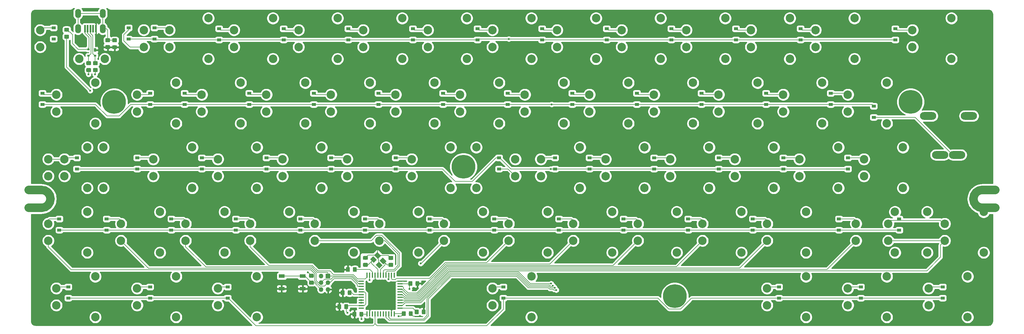
<source format=gbr>
G04 #@! TF.GenerationSoftware,KiCad,Pcbnew,(5.1.0)-1*
G04 #@! TF.CreationDate,2019-03-27T22:24:01+02:00*
G04 #@! TF.ProjectId,PROJECT,50524f4a-4543-4542-9e6b-696361645f70,rev?*
G04 #@! TF.SameCoordinates,Original*
G04 #@! TF.FileFunction,Copper,L2,Bot*
G04 #@! TF.FilePolarity,Positive*
%FSLAX46Y46*%
G04 Gerber Fmt 4.6, Leading zero omitted, Abs format (unit mm)*
G04 Created by KiCad (PCBNEW (5.1.0)-1) date 2019-03-27 22:24:01*
%MOMM*%
%LPD*%
G04 APERTURE LIST*
%ADD10C,2.501900*%
%ADD11O,4.800000X2.300000*%
%ADD12R,0.500000X2.250000*%
%ADD13O,1.700000X2.700000*%
%ADD14C,2.500000*%
%ADD15C,0.100000*%
%ADD16C,1.150000*%
%ADD17R,1.200000X0.900000*%
%ADD18O,1.350000X1.350000*%
%ADD19R,1.350000X1.350000*%
%ADD20R,1.800000X1.100000*%
%ADD21R,0.700000X0.600000*%
%ADD22R,0.700000X1.000000*%
%ADD23R,0.406400X1.524000*%
%ADD24R,1.524000X0.406400*%
%ADD25C,1.300000*%
%ADD26C,1.000000*%
%ADD27C,7.000240*%
%ADD28C,7.001300*%
%ADD29C,0.600000*%
%ADD30C,0.200000*%
%ADD31C,0.254000*%
G04 APERTURE END LIST*
D10*
X47999900Y-82751590D02*
X51799900Y-82751590D01*
X47999900Y-88053490D02*
X51799900Y-88053490D01*
X51799900Y-88053490D02*
G75*
G03X54450850Y-85402540I0J2650950D01*
G01*
X54450850Y-85402540D02*
G75*
G03X51799900Y-82751590I-2650950J0D01*
G01*
X326548950Y-85402540D02*
G75*
G02X329199900Y-82751590I2650950J0D01*
G01*
X329199900Y-88053490D02*
G75*
G02X326548950Y-85402540I0J2650950D01*
G01*
X329199900Y-82751590D02*
X332999900Y-82751590D01*
X329199900Y-88053490D02*
X333049900Y-88053490D01*
D11*
X321724320Y-72416140D03*
X316720520Y-72416140D03*
X325229520Y-60925740D03*
X313215320Y-60922640D03*
D12*
X67800000Y-35190000D03*
X67000000Y-35190000D03*
X66200000Y-35190000D03*
X65400000Y-35190000D03*
X64600000Y-35190000D03*
D13*
X62550000Y-35190000D03*
X69850000Y-35190000D03*
X69850000Y-30690000D03*
X62550000Y-30690000D03*
D14*
X162913100Y-101250988D03*
X162913100Y-89251012D03*
X151413100Y-97751000D03*
X151413100Y-92751000D03*
X184750360Y-111800940D03*
X184750360Y-116800940D03*
X196250360Y-108300952D03*
X196250360Y-120300928D03*
X308575000Y-35600000D03*
X308575000Y-40600000D03*
X320075000Y-32100012D03*
X320075000Y-44099988D03*
X301434300Y-92750000D03*
X301434300Y-97750000D03*
X312934300Y-89250012D03*
X312934300Y-101249988D03*
X58545290Y-73700040D03*
X58545290Y-78700040D03*
X70045290Y-70200052D03*
X70045290Y-82200028D03*
X291908100Y-92751000D03*
X291908100Y-97751000D03*
X303408100Y-89251012D03*
X303408100Y-101250988D03*
X65281140Y-82199928D03*
X65281140Y-70199952D03*
X53781140Y-78699940D03*
X53781140Y-73699940D03*
X65281140Y-82199928D03*
X65281140Y-70199952D03*
X53781140Y-78699940D03*
X53781140Y-73699940D03*
X65281600Y-101250988D03*
X65281600Y-89251012D03*
X53781600Y-97751000D03*
X53781600Y-92751000D03*
X115289140Y-82200928D03*
X115289140Y-70200952D03*
X103789140Y-78700940D03*
X103789140Y-73700940D03*
X62900000Y-44099988D03*
X51400000Y-40600000D03*
X51400000Y-35600000D03*
X70450000Y-44099988D03*
X81950000Y-35600000D03*
X81950000Y-40600000D03*
X101000000Y-44099988D03*
X101000000Y-32100012D03*
X89500000Y-40600000D03*
X89500000Y-35600000D03*
X120050000Y-44099988D03*
X120050000Y-32100012D03*
X108550000Y-40600000D03*
X108550000Y-35600000D03*
X139100000Y-44099988D03*
X139100000Y-32100012D03*
X127600000Y-40600000D03*
X127600000Y-35600000D03*
X158150000Y-44099988D03*
X158150000Y-32100012D03*
X146650000Y-40600000D03*
X146650000Y-35600000D03*
X177200000Y-44099988D03*
X177200000Y-32100012D03*
X165700000Y-40600000D03*
X165700000Y-35600000D03*
X196250000Y-44099988D03*
X196250000Y-32100012D03*
X184750000Y-40600000D03*
X184750000Y-35600000D03*
X215300000Y-44099988D03*
X215300000Y-32100012D03*
X203800000Y-40600000D03*
X203800000Y-35600000D03*
X234350000Y-44099988D03*
X234350000Y-32100012D03*
X222850000Y-40600000D03*
X222850000Y-35600000D03*
X253400000Y-44099988D03*
X253400000Y-32100012D03*
X241900000Y-40600000D03*
X241900000Y-35600000D03*
X272450000Y-44099988D03*
X272450000Y-32100012D03*
X260950000Y-40600000D03*
X260950000Y-35600000D03*
X291500000Y-44099988D03*
X291500000Y-32100012D03*
X280000000Y-40600000D03*
X280000000Y-35600000D03*
X91475000Y-63149988D03*
X91475000Y-51150012D03*
X79975000Y-59650000D03*
X79975000Y-54650000D03*
X110525000Y-63149988D03*
X110525000Y-51150012D03*
X99025000Y-59650000D03*
X99025000Y-54650000D03*
X129575000Y-63149988D03*
X129575000Y-51150012D03*
X118075000Y-59650000D03*
X118075000Y-54650000D03*
X148625000Y-63149988D03*
X148625000Y-51150012D03*
X137125000Y-59650000D03*
X137125000Y-54650000D03*
X167675000Y-63149988D03*
X167675000Y-51150012D03*
X156175000Y-59650000D03*
X156175000Y-54650000D03*
X186725000Y-63149988D03*
X186725000Y-51150012D03*
X175225000Y-59650000D03*
X175225000Y-54650000D03*
X205775000Y-63149988D03*
X205775000Y-51150012D03*
X194275000Y-59650000D03*
X194275000Y-54650000D03*
X224825000Y-63149988D03*
X224825000Y-51150012D03*
X213325000Y-59650000D03*
X213325000Y-54650000D03*
X243875000Y-63149988D03*
X243875000Y-51150012D03*
X232375000Y-59650000D03*
X232375000Y-54650000D03*
X262925000Y-63149988D03*
X262925000Y-51150012D03*
X251425000Y-59650000D03*
X251425000Y-54650000D03*
X281975000Y-63149988D03*
X281975000Y-51150012D03*
X270475000Y-59650000D03*
X270475000Y-54650000D03*
X301025000Y-63149988D03*
X301025000Y-51150012D03*
X289525000Y-59650000D03*
X289525000Y-54650000D03*
X96239140Y-82200928D03*
X96239140Y-70200952D03*
X84739140Y-78700940D03*
X84739140Y-73700940D03*
X134339140Y-82200928D03*
X134339140Y-70200952D03*
X122839140Y-78700940D03*
X122839140Y-73700940D03*
X153389140Y-82200928D03*
X153389140Y-70200952D03*
X141889140Y-78700940D03*
X141889140Y-73700940D03*
X172439140Y-82200928D03*
X172439140Y-70200952D03*
X160939140Y-78700940D03*
X160939140Y-73700940D03*
X179989140Y-70200952D03*
X179989140Y-82200928D03*
X191489140Y-73700940D03*
X191489140Y-78700940D03*
X210539140Y-82200928D03*
X210539140Y-70200952D03*
X199039140Y-78700940D03*
X199039140Y-73700940D03*
X229589140Y-82200928D03*
X229589140Y-70200952D03*
X218089140Y-78700940D03*
X218089140Y-73700940D03*
X248639140Y-82200928D03*
X248639140Y-70200952D03*
X237139140Y-78700940D03*
X237139140Y-73700940D03*
X267689140Y-82200928D03*
X267689140Y-70200952D03*
X256189140Y-78700940D03*
X256189140Y-73700940D03*
X286739140Y-82200928D03*
X286739140Y-70200952D03*
X275239140Y-78700940D03*
X275239140Y-73700940D03*
X305789140Y-82200928D03*
X305789140Y-70200952D03*
X294289140Y-78700940D03*
X294289140Y-73700940D03*
X86713100Y-101250988D03*
X86713100Y-89251012D03*
X75213100Y-97751000D03*
X75213100Y-92751000D03*
X105763100Y-101250988D03*
X105763100Y-89251012D03*
X94263100Y-97751000D03*
X94263100Y-92751000D03*
X124813100Y-101250988D03*
X124813100Y-89251012D03*
X113313100Y-97751000D03*
X113313100Y-92751000D03*
X143863100Y-101250988D03*
X143863100Y-89251012D03*
X132363100Y-97751000D03*
X132363100Y-92751000D03*
X181963100Y-101250988D03*
X181963100Y-89251012D03*
X170463100Y-97751000D03*
X170463100Y-92751000D03*
X201013100Y-101250988D03*
X201013100Y-89251012D03*
X189513100Y-97751000D03*
X189513100Y-92751000D03*
X220063100Y-101250988D03*
X220063100Y-89251012D03*
X208563100Y-97751000D03*
X208563100Y-92751000D03*
X239113100Y-101250988D03*
X239113100Y-89251012D03*
X227613100Y-97751000D03*
X227613100Y-92751000D03*
X258163100Y-101250988D03*
X258163100Y-89251012D03*
X246663100Y-97751000D03*
X246663100Y-92751000D03*
X277213100Y-101250988D03*
X277213100Y-89251012D03*
X265713100Y-97751000D03*
X265713100Y-92751000D03*
X329602100Y-101250988D03*
X329602100Y-89251012D03*
X318102100Y-97751000D03*
X318102100Y-92751000D03*
X91475360Y-120300928D03*
X91475360Y-108300952D03*
X79975360Y-116800940D03*
X79975360Y-111800940D03*
X301025360Y-120300928D03*
X301025360Y-108300952D03*
X289525360Y-116800940D03*
X289525360Y-111800940D03*
X67662500Y-63149988D03*
X67662500Y-51150012D03*
X56162500Y-59650000D03*
X56162500Y-54650000D03*
X67662860Y-120300928D03*
X67662860Y-108300952D03*
X56162860Y-116800940D03*
X56162860Y-111800940D03*
X115287860Y-120300928D03*
X115287860Y-108300952D03*
X103787860Y-116800940D03*
X103787860Y-111800940D03*
X277212860Y-120300928D03*
X277212860Y-108300952D03*
X265712860Y-116800940D03*
X265712860Y-111800940D03*
X324840560Y-120300928D03*
X324840560Y-108300952D03*
X313340560Y-116800940D03*
X313340560Y-111800940D03*
D15*
G36*
X160919305Y-109676904D02*
G01*
X160943573Y-109680504D01*
X160967372Y-109686465D01*
X160990471Y-109694730D01*
X161012650Y-109705220D01*
X161033693Y-109717832D01*
X161053399Y-109732447D01*
X161071577Y-109748923D01*
X161088053Y-109767101D01*
X161102668Y-109786807D01*
X161115280Y-109807850D01*
X161125770Y-109830029D01*
X161134035Y-109853128D01*
X161139996Y-109876927D01*
X161143596Y-109901195D01*
X161144800Y-109925699D01*
X161144800Y-110825701D01*
X161143596Y-110850205D01*
X161139996Y-110874473D01*
X161134035Y-110898272D01*
X161125770Y-110921371D01*
X161115280Y-110943550D01*
X161102668Y-110964593D01*
X161088053Y-110984299D01*
X161071577Y-111002477D01*
X161053399Y-111018953D01*
X161033693Y-111033568D01*
X161012650Y-111046180D01*
X160990471Y-111056670D01*
X160967372Y-111064935D01*
X160943573Y-111070896D01*
X160919305Y-111074496D01*
X160894801Y-111075700D01*
X160244799Y-111075700D01*
X160220295Y-111074496D01*
X160196027Y-111070896D01*
X160172228Y-111064935D01*
X160149129Y-111056670D01*
X160126950Y-111046180D01*
X160105907Y-111033568D01*
X160086201Y-111018953D01*
X160068023Y-111002477D01*
X160051547Y-110984299D01*
X160036932Y-110964593D01*
X160024320Y-110943550D01*
X160013830Y-110921371D01*
X160005565Y-110898272D01*
X159999604Y-110874473D01*
X159996004Y-110850205D01*
X159994800Y-110825701D01*
X159994800Y-109925699D01*
X159996004Y-109901195D01*
X159999604Y-109876927D01*
X160005565Y-109853128D01*
X160013830Y-109830029D01*
X160024320Y-109807850D01*
X160036932Y-109786807D01*
X160051547Y-109767101D01*
X160068023Y-109748923D01*
X160086201Y-109732447D01*
X160105907Y-109717832D01*
X160126950Y-109705220D01*
X160149129Y-109694730D01*
X160172228Y-109686465D01*
X160196027Y-109680504D01*
X160220295Y-109676904D01*
X160244799Y-109675700D01*
X160894801Y-109675700D01*
X160919305Y-109676904D01*
X160919305Y-109676904D01*
G37*
D16*
X160569800Y-110375700D03*
D15*
G36*
X162969305Y-109676904D02*
G01*
X162993573Y-109680504D01*
X163017372Y-109686465D01*
X163040471Y-109694730D01*
X163062650Y-109705220D01*
X163083693Y-109717832D01*
X163103399Y-109732447D01*
X163121577Y-109748923D01*
X163138053Y-109767101D01*
X163152668Y-109786807D01*
X163165280Y-109807850D01*
X163175770Y-109830029D01*
X163184035Y-109853128D01*
X163189996Y-109876927D01*
X163193596Y-109901195D01*
X163194800Y-109925699D01*
X163194800Y-110825701D01*
X163193596Y-110850205D01*
X163189996Y-110874473D01*
X163184035Y-110898272D01*
X163175770Y-110921371D01*
X163165280Y-110943550D01*
X163152668Y-110964593D01*
X163138053Y-110984299D01*
X163121577Y-111002477D01*
X163103399Y-111018953D01*
X163083693Y-111033568D01*
X163062650Y-111046180D01*
X163040471Y-111056670D01*
X163017372Y-111064935D01*
X162993573Y-111070896D01*
X162969305Y-111074496D01*
X162944801Y-111075700D01*
X162294799Y-111075700D01*
X162270295Y-111074496D01*
X162246027Y-111070896D01*
X162222228Y-111064935D01*
X162199129Y-111056670D01*
X162176950Y-111046180D01*
X162155907Y-111033568D01*
X162136201Y-111018953D01*
X162118023Y-111002477D01*
X162101547Y-110984299D01*
X162086932Y-110964593D01*
X162074320Y-110943550D01*
X162063830Y-110921371D01*
X162055565Y-110898272D01*
X162049604Y-110874473D01*
X162046004Y-110850205D01*
X162044800Y-110825701D01*
X162044800Y-109925699D01*
X162046004Y-109901195D01*
X162049604Y-109876927D01*
X162055565Y-109853128D01*
X162063830Y-109830029D01*
X162074320Y-109807850D01*
X162086932Y-109786807D01*
X162101547Y-109767101D01*
X162118023Y-109748923D01*
X162136201Y-109732447D01*
X162155907Y-109717832D01*
X162176950Y-109705220D01*
X162199129Y-109694730D01*
X162222228Y-109686465D01*
X162246027Y-109680504D01*
X162270295Y-109676904D01*
X162294799Y-109675700D01*
X162944801Y-109675700D01*
X162969305Y-109676904D01*
X162969305Y-109676904D01*
G37*
D16*
X162619800Y-110375700D03*
D15*
G36*
X144528905Y-105549404D02*
G01*
X144553173Y-105553004D01*
X144576972Y-105558965D01*
X144600071Y-105567230D01*
X144622250Y-105577720D01*
X144643293Y-105590332D01*
X144662999Y-105604947D01*
X144681177Y-105621423D01*
X144697653Y-105639601D01*
X144712268Y-105659307D01*
X144724880Y-105680350D01*
X144735370Y-105702529D01*
X144743635Y-105725628D01*
X144749596Y-105749427D01*
X144753196Y-105773695D01*
X144754400Y-105798199D01*
X144754400Y-106698201D01*
X144753196Y-106722705D01*
X144749596Y-106746973D01*
X144743635Y-106770772D01*
X144735370Y-106793871D01*
X144724880Y-106816050D01*
X144712268Y-106837093D01*
X144697653Y-106856799D01*
X144681177Y-106874977D01*
X144662999Y-106891453D01*
X144643293Y-106906068D01*
X144622250Y-106918680D01*
X144600071Y-106929170D01*
X144576972Y-106937435D01*
X144553173Y-106943396D01*
X144528905Y-106946996D01*
X144504401Y-106948200D01*
X143854399Y-106948200D01*
X143829895Y-106946996D01*
X143805627Y-106943396D01*
X143781828Y-106937435D01*
X143758729Y-106929170D01*
X143736550Y-106918680D01*
X143715507Y-106906068D01*
X143695801Y-106891453D01*
X143677623Y-106874977D01*
X143661147Y-106856799D01*
X143646532Y-106837093D01*
X143633920Y-106816050D01*
X143623430Y-106793871D01*
X143615165Y-106770772D01*
X143609204Y-106746973D01*
X143605604Y-106722705D01*
X143604400Y-106698201D01*
X143604400Y-105798199D01*
X143605604Y-105773695D01*
X143609204Y-105749427D01*
X143615165Y-105725628D01*
X143623430Y-105702529D01*
X143633920Y-105680350D01*
X143646532Y-105659307D01*
X143661147Y-105639601D01*
X143677623Y-105621423D01*
X143695801Y-105604947D01*
X143715507Y-105590332D01*
X143736550Y-105577720D01*
X143758729Y-105567230D01*
X143781828Y-105558965D01*
X143805627Y-105553004D01*
X143829895Y-105549404D01*
X143854399Y-105548200D01*
X144504401Y-105548200D01*
X144528905Y-105549404D01*
X144528905Y-105549404D01*
G37*
D16*
X144179400Y-106248200D03*
D15*
G36*
X142478905Y-105549404D02*
G01*
X142503173Y-105553004D01*
X142526972Y-105558965D01*
X142550071Y-105567230D01*
X142572250Y-105577720D01*
X142593293Y-105590332D01*
X142612999Y-105604947D01*
X142631177Y-105621423D01*
X142647653Y-105639601D01*
X142662268Y-105659307D01*
X142674880Y-105680350D01*
X142685370Y-105702529D01*
X142693635Y-105725628D01*
X142699596Y-105749427D01*
X142703196Y-105773695D01*
X142704400Y-105798199D01*
X142704400Y-106698201D01*
X142703196Y-106722705D01*
X142699596Y-106746973D01*
X142693635Y-106770772D01*
X142685370Y-106793871D01*
X142674880Y-106816050D01*
X142662268Y-106837093D01*
X142647653Y-106856799D01*
X142631177Y-106874977D01*
X142612999Y-106891453D01*
X142593293Y-106906068D01*
X142572250Y-106918680D01*
X142550071Y-106929170D01*
X142526972Y-106937435D01*
X142503173Y-106943396D01*
X142478905Y-106946996D01*
X142454401Y-106948200D01*
X141804399Y-106948200D01*
X141779895Y-106946996D01*
X141755627Y-106943396D01*
X141731828Y-106937435D01*
X141708729Y-106929170D01*
X141686550Y-106918680D01*
X141665507Y-106906068D01*
X141645801Y-106891453D01*
X141627623Y-106874977D01*
X141611147Y-106856799D01*
X141596532Y-106837093D01*
X141583920Y-106816050D01*
X141573430Y-106793871D01*
X141565165Y-106770772D01*
X141559204Y-106746973D01*
X141555604Y-106722705D01*
X141554400Y-106698201D01*
X141554400Y-105798199D01*
X141555604Y-105773695D01*
X141559204Y-105749427D01*
X141565165Y-105725628D01*
X141573430Y-105702529D01*
X141583920Y-105680350D01*
X141596532Y-105659307D01*
X141611147Y-105639601D01*
X141627623Y-105621423D01*
X141645801Y-105604947D01*
X141665507Y-105590332D01*
X141686550Y-105577720D01*
X141708729Y-105567230D01*
X141731828Y-105558965D01*
X141755627Y-105553004D01*
X141779895Y-105549404D01*
X141804399Y-105548200D01*
X142454401Y-105548200D01*
X142478905Y-105549404D01*
X142478905Y-105549404D01*
G37*
D16*
X142129400Y-106248200D03*
D15*
G36*
X144400305Y-118732004D02*
G01*
X144424573Y-118735604D01*
X144448372Y-118741565D01*
X144471471Y-118749830D01*
X144493650Y-118760320D01*
X144514693Y-118772932D01*
X144534399Y-118787547D01*
X144552577Y-118804023D01*
X144569053Y-118822201D01*
X144583668Y-118841907D01*
X144596280Y-118862950D01*
X144606770Y-118885129D01*
X144615035Y-118908228D01*
X144620996Y-118932027D01*
X144624596Y-118956295D01*
X144625800Y-118980799D01*
X144625800Y-119880801D01*
X144624596Y-119905305D01*
X144620996Y-119929573D01*
X144615035Y-119953372D01*
X144606770Y-119976471D01*
X144596280Y-119998650D01*
X144583668Y-120019693D01*
X144569053Y-120039399D01*
X144552577Y-120057577D01*
X144534399Y-120074053D01*
X144514693Y-120088668D01*
X144493650Y-120101280D01*
X144471471Y-120111770D01*
X144448372Y-120120035D01*
X144424573Y-120125996D01*
X144400305Y-120129596D01*
X144375801Y-120130800D01*
X143725799Y-120130800D01*
X143701295Y-120129596D01*
X143677027Y-120125996D01*
X143653228Y-120120035D01*
X143630129Y-120111770D01*
X143607950Y-120101280D01*
X143586907Y-120088668D01*
X143567201Y-120074053D01*
X143549023Y-120057577D01*
X143532547Y-120039399D01*
X143517932Y-120019693D01*
X143505320Y-119998650D01*
X143494830Y-119976471D01*
X143486565Y-119953372D01*
X143480604Y-119929573D01*
X143477004Y-119905305D01*
X143475800Y-119880801D01*
X143475800Y-118980799D01*
X143477004Y-118956295D01*
X143480604Y-118932027D01*
X143486565Y-118908228D01*
X143494830Y-118885129D01*
X143505320Y-118862950D01*
X143517932Y-118841907D01*
X143532547Y-118822201D01*
X143549023Y-118804023D01*
X143567201Y-118787547D01*
X143586907Y-118772932D01*
X143607950Y-118760320D01*
X143630129Y-118749830D01*
X143653228Y-118741565D01*
X143677027Y-118735604D01*
X143701295Y-118732004D01*
X143725799Y-118730800D01*
X144375801Y-118730800D01*
X144400305Y-118732004D01*
X144400305Y-118732004D01*
G37*
D16*
X144050800Y-119430800D03*
D15*
G36*
X146450305Y-118732004D02*
G01*
X146474573Y-118735604D01*
X146498372Y-118741565D01*
X146521471Y-118749830D01*
X146543650Y-118760320D01*
X146564693Y-118772932D01*
X146584399Y-118787547D01*
X146602577Y-118804023D01*
X146619053Y-118822201D01*
X146633668Y-118841907D01*
X146646280Y-118862950D01*
X146656770Y-118885129D01*
X146665035Y-118908228D01*
X146670996Y-118932027D01*
X146674596Y-118956295D01*
X146675800Y-118980799D01*
X146675800Y-119880801D01*
X146674596Y-119905305D01*
X146670996Y-119929573D01*
X146665035Y-119953372D01*
X146656770Y-119976471D01*
X146646280Y-119998650D01*
X146633668Y-120019693D01*
X146619053Y-120039399D01*
X146602577Y-120057577D01*
X146584399Y-120074053D01*
X146564693Y-120088668D01*
X146543650Y-120101280D01*
X146521471Y-120111770D01*
X146498372Y-120120035D01*
X146474573Y-120125996D01*
X146450305Y-120129596D01*
X146425801Y-120130800D01*
X145775799Y-120130800D01*
X145751295Y-120129596D01*
X145727027Y-120125996D01*
X145703228Y-120120035D01*
X145680129Y-120111770D01*
X145657950Y-120101280D01*
X145636907Y-120088668D01*
X145617201Y-120074053D01*
X145599023Y-120057577D01*
X145582547Y-120039399D01*
X145567932Y-120019693D01*
X145555320Y-119998650D01*
X145544830Y-119976471D01*
X145536565Y-119953372D01*
X145530604Y-119929573D01*
X145527004Y-119905305D01*
X145525800Y-119880801D01*
X145525800Y-118980799D01*
X145527004Y-118956295D01*
X145530604Y-118932027D01*
X145536565Y-118908228D01*
X145544830Y-118885129D01*
X145555320Y-118862950D01*
X145567932Y-118841907D01*
X145582547Y-118822201D01*
X145599023Y-118804023D01*
X145617201Y-118787547D01*
X145636907Y-118772932D01*
X145657950Y-118760320D01*
X145680129Y-118749830D01*
X145703228Y-118741565D01*
X145727027Y-118735604D01*
X145751295Y-118732004D01*
X145775799Y-118730800D01*
X146425801Y-118730800D01*
X146450305Y-118732004D01*
X146450305Y-118732004D01*
G37*
D16*
X146100800Y-119430800D03*
D15*
G36*
X141979905Y-116496804D02*
G01*
X142004173Y-116500404D01*
X142027972Y-116506365D01*
X142051071Y-116514630D01*
X142073250Y-116525120D01*
X142094293Y-116537732D01*
X142113999Y-116552347D01*
X142132177Y-116568823D01*
X142148653Y-116587001D01*
X142163268Y-116606707D01*
X142175880Y-116627750D01*
X142186370Y-116649929D01*
X142194635Y-116673028D01*
X142200596Y-116696827D01*
X142204196Y-116721095D01*
X142205400Y-116745599D01*
X142205400Y-117645601D01*
X142204196Y-117670105D01*
X142200596Y-117694373D01*
X142194635Y-117718172D01*
X142186370Y-117741271D01*
X142175880Y-117763450D01*
X142163268Y-117784493D01*
X142148653Y-117804199D01*
X142132177Y-117822377D01*
X142113999Y-117838853D01*
X142094293Y-117853468D01*
X142073250Y-117866080D01*
X142051071Y-117876570D01*
X142027972Y-117884835D01*
X142004173Y-117890796D01*
X141979905Y-117894396D01*
X141955401Y-117895600D01*
X141305399Y-117895600D01*
X141280895Y-117894396D01*
X141256627Y-117890796D01*
X141232828Y-117884835D01*
X141209729Y-117876570D01*
X141187550Y-117866080D01*
X141166507Y-117853468D01*
X141146801Y-117838853D01*
X141128623Y-117822377D01*
X141112147Y-117804199D01*
X141097532Y-117784493D01*
X141084920Y-117763450D01*
X141074430Y-117741271D01*
X141066165Y-117718172D01*
X141060204Y-117694373D01*
X141056604Y-117670105D01*
X141055400Y-117645601D01*
X141055400Y-116745599D01*
X141056604Y-116721095D01*
X141060204Y-116696827D01*
X141066165Y-116673028D01*
X141074430Y-116649929D01*
X141084920Y-116627750D01*
X141097532Y-116606707D01*
X141112147Y-116587001D01*
X141128623Y-116568823D01*
X141146801Y-116552347D01*
X141166507Y-116537732D01*
X141187550Y-116525120D01*
X141209729Y-116514630D01*
X141232828Y-116506365D01*
X141256627Y-116500404D01*
X141280895Y-116496804D01*
X141305399Y-116495600D01*
X141955401Y-116495600D01*
X141979905Y-116496804D01*
X141979905Y-116496804D01*
G37*
D16*
X141630400Y-117195600D03*
D15*
G36*
X139929905Y-116496804D02*
G01*
X139954173Y-116500404D01*
X139977972Y-116506365D01*
X140001071Y-116514630D01*
X140023250Y-116525120D01*
X140044293Y-116537732D01*
X140063999Y-116552347D01*
X140082177Y-116568823D01*
X140098653Y-116587001D01*
X140113268Y-116606707D01*
X140125880Y-116627750D01*
X140136370Y-116649929D01*
X140144635Y-116673028D01*
X140150596Y-116696827D01*
X140154196Y-116721095D01*
X140155400Y-116745599D01*
X140155400Y-117645601D01*
X140154196Y-117670105D01*
X140150596Y-117694373D01*
X140144635Y-117718172D01*
X140136370Y-117741271D01*
X140125880Y-117763450D01*
X140113268Y-117784493D01*
X140098653Y-117804199D01*
X140082177Y-117822377D01*
X140063999Y-117838853D01*
X140044293Y-117853468D01*
X140023250Y-117866080D01*
X140001071Y-117876570D01*
X139977972Y-117884835D01*
X139954173Y-117890796D01*
X139929905Y-117894396D01*
X139905401Y-117895600D01*
X139255399Y-117895600D01*
X139230895Y-117894396D01*
X139206627Y-117890796D01*
X139182828Y-117884835D01*
X139159729Y-117876570D01*
X139137550Y-117866080D01*
X139116507Y-117853468D01*
X139096801Y-117838853D01*
X139078623Y-117822377D01*
X139062147Y-117804199D01*
X139047532Y-117784493D01*
X139034920Y-117763450D01*
X139024430Y-117741271D01*
X139016165Y-117718172D01*
X139010204Y-117694373D01*
X139006604Y-117670105D01*
X139005400Y-117645601D01*
X139005400Y-116745599D01*
X139006604Y-116721095D01*
X139010204Y-116696827D01*
X139016165Y-116673028D01*
X139024430Y-116649929D01*
X139034920Y-116627750D01*
X139047532Y-116606707D01*
X139062147Y-116587001D01*
X139078623Y-116568823D01*
X139096801Y-116552347D01*
X139116507Y-116537732D01*
X139137550Y-116525120D01*
X139159729Y-116514630D01*
X139182828Y-116506365D01*
X139206627Y-116500404D01*
X139230895Y-116496804D01*
X139255399Y-116495600D01*
X139905401Y-116495600D01*
X139929905Y-116496804D01*
X139929905Y-116496804D01*
G37*
D16*
X139580400Y-117195600D03*
D15*
G36*
X161013505Y-118554204D02*
G01*
X161037773Y-118557804D01*
X161061572Y-118563765D01*
X161084671Y-118572030D01*
X161106850Y-118582520D01*
X161127893Y-118595132D01*
X161147599Y-118609747D01*
X161165777Y-118626223D01*
X161182253Y-118644401D01*
X161196868Y-118664107D01*
X161209480Y-118685150D01*
X161219970Y-118707329D01*
X161228235Y-118730428D01*
X161234196Y-118754227D01*
X161237796Y-118778495D01*
X161239000Y-118802999D01*
X161239000Y-119703001D01*
X161237796Y-119727505D01*
X161234196Y-119751773D01*
X161228235Y-119775572D01*
X161219970Y-119798671D01*
X161209480Y-119820850D01*
X161196868Y-119841893D01*
X161182253Y-119861599D01*
X161165777Y-119879777D01*
X161147599Y-119896253D01*
X161127893Y-119910868D01*
X161106850Y-119923480D01*
X161084671Y-119933970D01*
X161061572Y-119942235D01*
X161037773Y-119948196D01*
X161013505Y-119951796D01*
X160989001Y-119953000D01*
X160338999Y-119953000D01*
X160314495Y-119951796D01*
X160290227Y-119948196D01*
X160266428Y-119942235D01*
X160243329Y-119933970D01*
X160221150Y-119923480D01*
X160200107Y-119910868D01*
X160180401Y-119896253D01*
X160162223Y-119879777D01*
X160145747Y-119861599D01*
X160131132Y-119841893D01*
X160118520Y-119820850D01*
X160108030Y-119798671D01*
X160099765Y-119775572D01*
X160093804Y-119751773D01*
X160090204Y-119727505D01*
X160089000Y-119703001D01*
X160089000Y-118802999D01*
X160090204Y-118778495D01*
X160093804Y-118754227D01*
X160099765Y-118730428D01*
X160108030Y-118707329D01*
X160118520Y-118685150D01*
X160131132Y-118664107D01*
X160145747Y-118644401D01*
X160162223Y-118626223D01*
X160180401Y-118609747D01*
X160200107Y-118595132D01*
X160221150Y-118582520D01*
X160243329Y-118572030D01*
X160266428Y-118563765D01*
X160290227Y-118557804D01*
X160314495Y-118554204D01*
X160338999Y-118553000D01*
X160989001Y-118553000D01*
X161013505Y-118554204D01*
X161013505Y-118554204D01*
G37*
D16*
X160664000Y-119253000D03*
D15*
G36*
X158963505Y-118554204D02*
G01*
X158987773Y-118557804D01*
X159011572Y-118563765D01*
X159034671Y-118572030D01*
X159056850Y-118582520D01*
X159077893Y-118595132D01*
X159097599Y-118609747D01*
X159115777Y-118626223D01*
X159132253Y-118644401D01*
X159146868Y-118664107D01*
X159159480Y-118685150D01*
X159169970Y-118707329D01*
X159178235Y-118730428D01*
X159184196Y-118754227D01*
X159187796Y-118778495D01*
X159189000Y-118802999D01*
X159189000Y-119703001D01*
X159187796Y-119727505D01*
X159184196Y-119751773D01*
X159178235Y-119775572D01*
X159169970Y-119798671D01*
X159159480Y-119820850D01*
X159146868Y-119841893D01*
X159132253Y-119861599D01*
X159115777Y-119879777D01*
X159097599Y-119896253D01*
X159077893Y-119910868D01*
X159056850Y-119923480D01*
X159034671Y-119933970D01*
X159011572Y-119942235D01*
X158987773Y-119948196D01*
X158963505Y-119951796D01*
X158939001Y-119953000D01*
X158288999Y-119953000D01*
X158264495Y-119951796D01*
X158240227Y-119948196D01*
X158216428Y-119942235D01*
X158193329Y-119933970D01*
X158171150Y-119923480D01*
X158150107Y-119910868D01*
X158130401Y-119896253D01*
X158112223Y-119879777D01*
X158095747Y-119861599D01*
X158081132Y-119841893D01*
X158068520Y-119820850D01*
X158058030Y-119798671D01*
X158049765Y-119775572D01*
X158043804Y-119751773D01*
X158040204Y-119727505D01*
X158039000Y-119703001D01*
X158039000Y-118802999D01*
X158040204Y-118778495D01*
X158043804Y-118754227D01*
X158049765Y-118730428D01*
X158058030Y-118707329D01*
X158068520Y-118685150D01*
X158081132Y-118664107D01*
X158095747Y-118644401D01*
X158112223Y-118626223D01*
X158130401Y-118609747D01*
X158150107Y-118595132D01*
X158171150Y-118582520D01*
X158193329Y-118572030D01*
X158216428Y-118563765D01*
X158240227Y-118557804D01*
X158264495Y-118554204D01*
X158288999Y-118553000D01*
X158939001Y-118553000D01*
X158963505Y-118554204D01*
X158963505Y-118554204D01*
G37*
D16*
X158614000Y-119253000D03*
D15*
G36*
X140938505Y-112382004D02*
G01*
X140962773Y-112385604D01*
X140986572Y-112391565D01*
X141009671Y-112399830D01*
X141031850Y-112410320D01*
X141052893Y-112422932D01*
X141072599Y-112437547D01*
X141090777Y-112454023D01*
X141107253Y-112472201D01*
X141121868Y-112491907D01*
X141134480Y-112512950D01*
X141144970Y-112535129D01*
X141153235Y-112558228D01*
X141159196Y-112582027D01*
X141162796Y-112606295D01*
X141164000Y-112630799D01*
X141164000Y-113530801D01*
X141162796Y-113555305D01*
X141159196Y-113579573D01*
X141153235Y-113603372D01*
X141144970Y-113626471D01*
X141134480Y-113648650D01*
X141121868Y-113669693D01*
X141107253Y-113689399D01*
X141090777Y-113707577D01*
X141072599Y-113724053D01*
X141052893Y-113738668D01*
X141031850Y-113751280D01*
X141009671Y-113761770D01*
X140986572Y-113770035D01*
X140962773Y-113775996D01*
X140938505Y-113779596D01*
X140914001Y-113780800D01*
X140263999Y-113780800D01*
X140239495Y-113779596D01*
X140215227Y-113775996D01*
X140191428Y-113770035D01*
X140168329Y-113761770D01*
X140146150Y-113751280D01*
X140125107Y-113738668D01*
X140105401Y-113724053D01*
X140087223Y-113707577D01*
X140070747Y-113689399D01*
X140056132Y-113669693D01*
X140043520Y-113648650D01*
X140033030Y-113626471D01*
X140024765Y-113603372D01*
X140018804Y-113579573D01*
X140015204Y-113555305D01*
X140014000Y-113530801D01*
X140014000Y-112630799D01*
X140015204Y-112606295D01*
X140018804Y-112582027D01*
X140024765Y-112558228D01*
X140033030Y-112535129D01*
X140043520Y-112512950D01*
X140056132Y-112491907D01*
X140070747Y-112472201D01*
X140087223Y-112454023D01*
X140105401Y-112437547D01*
X140125107Y-112422932D01*
X140146150Y-112410320D01*
X140168329Y-112399830D01*
X140191428Y-112391565D01*
X140215227Y-112385604D01*
X140239495Y-112382004D01*
X140263999Y-112380800D01*
X140914001Y-112380800D01*
X140938505Y-112382004D01*
X140938505Y-112382004D01*
G37*
D16*
X140589000Y-113080800D03*
D15*
G36*
X142988505Y-112382004D02*
G01*
X143012773Y-112385604D01*
X143036572Y-112391565D01*
X143059671Y-112399830D01*
X143081850Y-112410320D01*
X143102893Y-112422932D01*
X143122599Y-112437547D01*
X143140777Y-112454023D01*
X143157253Y-112472201D01*
X143171868Y-112491907D01*
X143184480Y-112512950D01*
X143194970Y-112535129D01*
X143203235Y-112558228D01*
X143209196Y-112582027D01*
X143212796Y-112606295D01*
X143214000Y-112630799D01*
X143214000Y-113530801D01*
X143212796Y-113555305D01*
X143209196Y-113579573D01*
X143203235Y-113603372D01*
X143194970Y-113626471D01*
X143184480Y-113648650D01*
X143171868Y-113669693D01*
X143157253Y-113689399D01*
X143140777Y-113707577D01*
X143122599Y-113724053D01*
X143102893Y-113738668D01*
X143081850Y-113751280D01*
X143059671Y-113761770D01*
X143036572Y-113770035D01*
X143012773Y-113775996D01*
X142988505Y-113779596D01*
X142964001Y-113780800D01*
X142313999Y-113780800D01*
X142289495Y-113779596D01*
X142265227Y-113775996D01*
X142241428Y-113770035D01*
X142218329Y-113761770D01*
X142196150Y-113751280D01*
X142175107Y-113738668D01*
X142155401Y-113724053D01*
X142137223Y-113707577D01*
X142120747Y-113689399D01*
X142106132Y-113669693D01*
X142093520Y-113648650D01*
X142083030Y-113626471D01*
X142074765Y-113603372D01*
X142068804Y-113579573D01*
X142065204Y-113555305D01*
X142064000Y-113530801D01*
X142064000Y-112630799D01*
X142065204Y-112606295D01*
X142068804Y-112582027D01*
X142074765Y-112558228D01*
X142083030Y-112535129D01*
X142093520Y-112512950D01*
X142106132Y-112491907D01*
X142120747Y-112472201D01*
X142137223Y-112454023D01*
X142155401Y-112437547D01*
X142175107Y-112422932D01*
X142196150Y-112410320D01*
X142218329Y-112399830D01*
X142241428Y-112391565D01*
X142265227Y-112385604D01*
X142289495Y-112382004D01*
X142313999Y-112380800D01*
X142964001Y-112380800D01*
X142988505Y-112382004D01*
X142988505Y-112382004D01*
G37*
D16*
X142639000Y-113080800D03*
D15*
G36*
X147782210Y-104290102D02*
G01*
X147806435Y-104293695D01*
X147830191Y-104299646D01*
X147853249Y-104307896D01*
X147875387Y-104318367D01*
X147896393Y-104330957D01*
X147916063Y-104345545D01*
X147934208Y-104361992D01*
X147950655Y-104380137D01*
X147965243Y-104399807D01*
X147977833Y-104420813D01*
X147988304Y-104442951D01*
X147996554Y-104466009D01*
X148002505Y-104489765D01*
X148006098Y-104513990D01*
X148007300Y-104538450D01*
X148007300Y-105189350D01*
X148006098Y-105213810D01*
X148002505Y-105238035D01*
X147996554Y-105261791D01*
X147988304Y-105284849D01*
X147977833Y-105306987D01*
X147965243Y-105327993D01*
X147950655Y-105347663D01*
X147934208Y-105365808D01*
X147916063Y-105382255D01*
X147896393Y-105396843D01*
X147875387Y-105409433D01*
X147853249Y-105419904D01*
X147830191Y-105428154D01*
X147806435Y-105434105D01*
X147782210Y-105437698D01*
X147757750Y-105438900D01*
X146856850Y-105438900D01*
X146832390Y-105437698D01*
X146808165Y-105434105D01*
X146784409Y-105428154D01*
X146761351Y-105419904D01*
X146739213Y-105409433D01*
X146718207Y-105396843D01*
X146698537Y-105382255D01*
X146680392Y-105365808D01*
X146663945Y-105347663D01*
X146649357Y-105327993D01*
X146636767Y-105306987D01*
X146626296Y-105284849D01*
X146618046Y-105261791D01*
X146612095Y-105238035D01*
X146608502Y-105213810D01*
X146607300Y-105189350D01*
X146607300Y-104538450D01*
X146608502Y-104513990D01*
X146612095Y-104489765D01*
X146618046Y-104466009D01*
X146626296Y-104442951D01*
X146636767Y-104420813D01*
X146649357Y-104399807D01*
X146663945Y-104380137D01*
X146680392Y-104361992D01*
X146698537Y-104345545D01*
X146718207Y-104330957D01*
X146739213Y-104318367D01*
X146761351Y-104307896D01*
X146784409Y-104299646D01*
X146808165Y-104293695D01*
X146832390Y-104290102D01*
X146856850Y-104288900D01*
X147757750Y-104288900D01*
X147782210Y-104290102D01*
X147782210Y-104290102D01*
G37*
D16*
X147307300Y-104863900D03*
D15*
G36*
X147781805Y-102240104D02*
G01*
X147806073Y-102243704D01*
X147829872Y-102249665D01*
X147852971Y-102257930D01*
X147875150Y-102268420D01*
X147896193Y-102281032D01*
X147915899Y-102295647D01*
X147934077Y-102312123D01*
X147950553Y-102330301D01*
X147965168Y-102350007D01*
X147977780Y-102371050D01*
X147988270Y-102393229D01*
X147996535Y-102416328D01*
X148002496Y-102440127D01*
X148006096Y-102464395D01*
X148007300Y-102488899D01*
X148007300Y-103138901D01*
X148006096Y-103163405D01*
X148002496Y-103187673D01*
X147996535Y-103211472D01*
X147988270Y-103234571D01*
X147977780Y-103256750D01*
X147965168Y-103277793D01*
X147950553Y-103297499D01*
X147934077Y-103315677D01*
X147915899Y-103332153D01*
X147896193Y-103346768D01*
X147875150Y-103359380D01*
X147852971Y-103369870D01*
X147829872Y-103378135D01*
X147806073Y-103384096D01*
X147781805Y-103387696D01*
X147757301Y-103388900D01*
X146857299Y-103388900D01*
X146832795Y-103387696D01*
X146808527Y-103384096D01*
X146784728Y-103378135D01*
X146761629Y-103369870D01*
X146739450Y-103359380D01*
X146718407Y-103346768D01*
X146698701Y-103332153D01*
X146680523Y-103315677D01*
X146664047Y-103297499D01*
X146649432Y-103277793D01*
X146636820Y-103256750D01*
X146626330Y-103234571D01*
X146618065Y-103211472D01*
X146612104Y-103187673D01*
X146608504Y-103163405D01*
X146607300Y-103138901D01*
X146607300Y-102488899D01*
X146608504Y-102464395D01*
X146612104Y-102440127D01*
X146618065Y-102416328D01*
X146626330Y-102393229D01*
X146636820Y-102371050D01*
X146649432Y-102350007D01*
X146664047Y-102330301D01*
X146680523Y-102312123D01*
X146698701Y-102295647D01*
X146718407Y-102281032D01*
X146739450Y-102268420D01*
X146761629Y-102257930D01*
X146784728Y-102249665D01*
X146808527Y-102243704D01*
X146832795Y-102240104D01*
X146857299Y-102238900D01*
X147757301Y-102238900D01*
X147781805Y-102240104D01*
X147781805Y-102240104D01*
G37*
D16*
X147307300Y-102813900D03*
D15*
G36*
X155262105Y-102249104D02*
G01*
X155286373Y-102252704D01*
X155310172Y-102258665D01*
X155333271Y-102266930D01*
X155355450Y-102277420D01*
X155376493Y-102290032D01*
X155396199Y-102304647D01*
X155414377Y-102321123D01*
X155430853Y-102339301D01*
X155445468Y-102359007D01*
X155458080Y-102380050D01*
X155468570Y-102402229D01*
X155476835Y-102425328D01*
X155482796Y-102449127D01*
X155486396Y-102473395D01*
X155487600Y-102497899D01*
X155487600Y-103147901D01*
X155486396Y-103172405D01*
X155482796Y-103196673D01*
X155476835Y-103220472D01*
X155468570Y-103243571D01*
X155458080Y-103265750D01*
X155445468Y-103286793D01*
X155430853Y-103306499D01*
X155414377Y-103324677D01*
X155396199Y-103341153D01*
X155376493Y-103355768D01*
X155355450Y-103368380D01*
X155333271Y-103378870D01*
X155310172Y-103387135D01*
X155286373Y-103393096D01*
X155262105Y-103396696D01*
X155237601Y-103397900D01*
X154337599Y-103397900D01*
X154313095Y-103396696D01*
X154288827Y-103393096D01*
X154265028Y-103387135D01*
X154241929Y-103378870D01*
X154219750Y-103368380D01*
X154198707Y-103355768D01*
X154179001Y-103341153D01*
X154160823Y-103324677D01*
X154144347Y-103306499D01*
X154129732Y-103286793D01*
X154117120Y-103265750D01*
X154106630Y-103243571D01*
X154098365Y-103220472D01*
X154092404Y-103196673D01*
X154088804Y-103172405D01*
X154087600Y-103147901D01*
X154087600Y-102497899D01*
X154088804Y-102473395D01*
X154092404Y-102449127D01*
X154098365Y-102425328D01*
X154106630Y-102402229D01*
X154117120Y-102380050D01*
X154129732Y-102359007D01*
X154144347Y-102339301D01*
X154160823Y-102321123D01*
X154179001Y-102304647D01*
X154198707Y-102290032D01*
X154219750Y-102277420D01*
X154241929Y-102266930D01*
X154265028Y-102258665D01*
X154288827Y-102252704D01*
X154313095Y-102249104D01*
X154337599Y-102247900D01*
X155237601Y-102247900D01*
X155262105Y-102249104D01*
X155262105Y-102249104D01*
G37*
D16*
X154787600Y-102822900D03*
D15*
G36*
X155262510Y-104299102D02*
G01*
X155286735Y-104302695D01*
X155310491Y-104308646D01*
X155333549Y-104316896D01*
X155355687Y-104327367D01*
X155376693Y-104339957D01*
X155396363Y-104354545D01*
X155414508Y-104370992D01*
X155430955Y-104389137D01*
X155445543Y-104408807D01*
X155458133Y-104429813D01*
X155468604Y-104451951D01*
X155476854Y-104475009D01*
X155482805Y-104498765D01*
X155486398Y-104522990D01*
X155487600Y-104547450D01*
X155487600Y-105198350D01*
X155486398Y-105222810D01*
X155482805Y-105247035D01*
X155476854Y-105270791D01*
X155468604Y-105293849D01*
X155458133Y-105315987D01*
X155445543Y-105336993D01*
X155430955Y-105356663D01*
X155414508Y-105374808D01*
X155396363Y-105391255D01*
X155376693Y-105405843D01*
X155355687Y-105418433D01*
X155333549Y-105428904D01*
X155310491Y-105437154D01*
X155286735Y-105443105D01*
X155262510Y-105446698D01*
X155238050Y-105447900D01*
X154337150Y-105447900D01*
X154312690Y-105446698D01*
X154288465Y-105443105D01*
X154264709Y-105437154D01*
X154241651Y-105428904D01*
X154219513Y-105418433D01*
X154198507Y-105405843D01*
X154178837Y-105391255D01*
X154160692Y-105374808D01*
X154144245Y-105356663D01*
X154129657Y-105336993D01*
X154117067Y-105315987D01*
X154106596Y-105293849D01*
X154098346Y-105270791D01*
X154092395Y-105247035D01*
X154088802Y-105222810D01*
X154087600Y-105198350D01*
X154087600Y-104547450D01*
X154088802Y-104522990D01*
X154092395Y-104498765D01*
X154098346Y-104475009D01*
X154106596Y-104451951D01*
X154117067Y-104429813D01*
X154129657Y-104408807D01*
X154144245Y-104389137D01*
X154160692Y-104370992D01*
X154178837Y-104354545D01*
X154198507Y-104339957D01*
X154219513Y-104327367D01*
X154241651Y-104316896D01*
X154264709Y-104308646D01*
X154288465Y-104302695D01*
X154312690Y-104299102D01*
X154337150Y-104297900D01*
X155238050Y-104297900D01*
X155262510Y-104299102D01*
X155262510Y-104299102D01*
G37*
D16*
X154787600Y-104872900D03*
D17*
X55372000Y-38226000D03*
X55372000Y-34926000D03*
X77470000Y-38226000D03*
X77470000Y-34926000D03*
X85090000Y-34926000D03*
X85090000Y-38226000D03*
X104140000Y-38480000D03*
X104140000Y-35180000D03*
X123190000Y-35180000D03*
X123190000Y-38480000D03*
X142240000Y-38480000D03*
X142240000Y-35180000D03*
X161290000Y-35180000D03*
X161290000Y-38480000D03*
X180340000Y-38480000D03*
X180340000Y-35180000D03*
X199390000Y-35180000D03*
X199390000Y-38480000D03*
X218440000Y-38480000D03*
X218440000Y-35180000D03*
X237490000Y-35180000D03*
X237490000Y-38480000D03*
X256540000Y-38480000D03*
X256540000Y-35180000D03*
X275590000Y-35180000D03*
X275590000Y-38480000D03*
X303530000Y-38480000D03*
X303530000Y-35180000D03*
X52070000Y-54230000D03*
X52070000Y-57530000D03*
X83820000Y-57530000D03*
X83820000Y-54230000D03*
X93980000Y-54230000D03*
X93980000Y-57530000D03*
X113030000Y-57530000D03*
X113030000Y-54230000D03*
X132080000Y-54230000D03*
X132080000Y-57530000D03*
X151130000Y-54230000D03*
X151130000Y-57530000D03*
X170180000Y-57530000D03*
X170180000Y-54230000D03*
X189230000Y-54230000D03*
X189230000Y-57530000D03*
X208280000Y-57530000D03*
X208280000Y-54230000D03*
X227330000Y-54230000D03*
X227330000Y-57530000D03*
X246380000Y-57530000D03*
X246380000Y-54230000D03*
X265430000Y-57530000D03*
X265430000Y-54230000D03*
X284480000Y-54230000D03*
X284480000Y-57530000D03*
X297180000Y-61340000D03*
X297180000Y-58040000D03*
X62230000Y-76580000D03*
X62230000Y-73280000D03*
X80010000Y-73280000D03*
X80010000Y-76580000D03*
X99060000Y-76580000D03*
X99060000Y-73280000D03*
X118110000Y-73280000D03*
X118110000Y-76580000D03*
X137160000Y-76580000D03*
X137160000Y-73280000D03*
X156210000Y-73280000D03*
X156210000Y-76580000D03*
X186690000Y-73280000D03*
X186690000Y-76580000D03*
X203200000Y-73280000D03*
X203200000Y-76580000D03*
X213360000Y-76580000D03*
X213360000Y-73280000D03*
X232410000Y-76580000D03*
X232410000Y-73280000D03*
X251460000Y-76580000D03*
X251460000Y-73280000D03*
X270510000Y-73280000D03*
X270510000Y-76580000D03*
X289560000Y-76580000D03*
X289560000Y-73280000D03*
X57023000Y-91314000D03*
X57023000Y-94614000D03*
X70993000Y-94614000D03*
X70993000Y-91314000D03*
X90043000Y-94614000D03*
X90043000Y-91314000D03*
X109093000Y-94614000D03*
X109093000Y-91314000D03*
X128143000Y-94614000D03*
X128143000Y-91314000D03*
X147193000Y-94614000D03*
X147193000Y-91314000D03*
X166243000Y-91314000D03*
X166243000Y-94614000D03*
X185293000Y-91314000D03*
X185293000Y-94614000D03*
X204343000Y-91314000D03*
X204343000Y-94614000D03*
X223393000Y-94614000D03*
X223393000Y-91314000D03*
X242443000Y-94614000D03*
X242443000Y-91314000D03*
X261493000Y-91314000D03*
X261493000Y-94614000D03*
X286893000Y-91314000D03*
X286893000Y-94614000D03*
X304673000Y-94614000D03*
X304673000Y-91314000D03*
X59690000Y-111380000D03*
X59690000Y-114680000D03*
X83820000Y-111380000D03*
X83820000Y-114680000D03*
X106680000Y-111380000D03*
X106680000Y-114680000D03*
X187960000Y-111380000D03*
X187960000Y-114680000D03*
X269240000Y-114680000D03*
X269240000Y-111380000D03*
X293370000Y-111380000D03*
X293370000Y-114680000D03*
X317500000Y-111380000D03*
X317500000Y-114680000D03*
D15*
G36*
X59674505Y-34931204D02*
G01*
X59698773Y-34934804D01*
X59722572Y-34940765D01*
X59745671Y-34949030D01*
X59767850Y-34959520D01*
X59788893Y-34972132D01*
X59808599Y-34986747D01*
X59826777Y-35003223D01*
X59843253Y-35021401D01*
X59857868Y-35041107D01*
X59870480Y-35062150D01*
X59880970Y-35084329D01*
X59889235Y-35107428D01*
X59895196Y-35131227D01*
X59898796Y-35155495D01*
X59900000Y-35179999D01*
X59900000Y-35830001D01*
X59898796Y-35854505D01*
X59895196Y-35878773D01*
X59889235Y-35902572D01*
X59880970Y-35925671D01*
X59870480Y-35947850D01*
X59857868Y-35968893D01*
X59843253Y-35988599D01*
X59826777Y-36006777D01*
X59808599Y-36023253D01*
X59788893Y-36037868D01*
X59767850Y-36050480D01*
X59745671Y-36060970D01*
X59722572Y-36069235D01*
X59698773Y-36075196D01*
X59674505Y-36078796D01*
X59650001Y-36080000D01*
X58749999Y-36080000D01*
X58725495Y-36078796D01*
X58701227Y-36075196D01*
X58677428Y-36069235D01*
X58654329Y-36060970D01*
X58632150Y-36050480D01*
X58611107Y-36037868D01*
X58591401Y-36023253D01*
X58573223Y-36006777D01*
X58556747Y-35988599D01*
X58542132Y-35968893D01*
X58529520Y-35947850D01*
X58519030Y-35925671D01*
X58510765Y-35902572D01*
X58504804Y-35878773D01*
X58501204Y-35854505D01*
X58500000Y-35830001D01*
X58500000Y-35179999D01*
X58501204Y-35155495D01*
X58504804Y-35131227D01*
X58510765Y-35107428D01*
X58519030Y-35084329D01*
X58529520Y-35062150D01*
X58542132Y-35041107D01*
X58556747Y-35021401D01*
X58573223Y-35003223D01*
X58591401Y-34986747D01*
X58611107Y-34972132D01*
X58632150Y-34959520D01*
X58654329Y-34949030D01*
X58677428Y-34940765D01*
X58701227Y-34934804D01*
X58725495Y-34931204D01*
X58749999Y-34930000D01*
X59650001Y-34930000D01*
X59674505Y-34931204D01*
X59674505Y-34931204D01*
G37*
D16*
X59200000Y-35505000D03*
D15*
G36*
X59674505Y-36981204D02*
G01*
X59698773Y-36984804D01*
X59722572Y-36990765D01*
X59745671Y-36999030D01*
X59767850Y-37009520D01*
X59788893Y-37022132D01*
X59808599Y-37036747D01*
X59826777Y-37053223D01*
X59843253Y-37071401D01*
X59857868Y-37091107D01*
X59870480Y-37112150D01*
X59880970Y-37134329D01*
X59889235Y-37157428D01*
X59895196Y-37181227D01*
X59898796Y-37205495D01*
X59900000Y-37229999D01*
X59900000Y-37880001D01*
X59898796Y-37904505D01*
X59895196Y-37928773D01*
X59889235Y-37952572D01*
X59880970Y-37975671D01*
X59870480Y-37997850D01*
X59857868Y-38018893D01*
X59843253Y-38038599D01*
X59826777Y-38056777D01*
X59808599Y-38073253D01*
X59788893Y-38087868D01*
X59767850Y-38100480D01*
X59745671Y-38110970D01*
X59722572Y-38119235D01*
X59698773Y-38125196D01*
X59674505Y-38128796D01*
X59650001Y-38130000D01*
X58749999Y-38130000D01*
X58725495Y-38128796D01*
X58701227Y-38125196D01*
X58677428Y-38119235D01*
X58654329Y-38110970D01*
X58632150Y-38100480D01*
X58611107Y-38087868D01*
X58591401Y-38073253D01*
X58573223Y-38056777D01*
X58556747Y-38038599D01*
X58542132Y-38018893D01*
X58529520Y-37997850D01*
X58519030Y-37975671D01*
X58510765Y-37952572D01*
X58504804Y-37928773D01*
X58501204Y-37904505D01*
X58500000Y-37880001D01*
X58500000Y-37229999D01*
X58501204Y-37205495D01*
X58504804Y-37181227D01*
X58510765Y-37157428D01*
X58519030Y-37134329D01*
X58529520Y-37112150D01*
X58542132Y-37091107D01*
X58556747Y-37071401D01*
X58573223Y-37053223D01*
X58591401Y-37036747D01*
X58611107Y-37022132D01*
X58632150Y-37009520D01*
X58654329Y-36999030D01*
X58677428Y-36990765D01*
X58701227Y-36984804D01*
X58725495Y-36981204D01*
X58749999Y-36980000D01*
X59650001Y-36980000D01*
X59674505Y-36981204D01*
X59674505Y-36981204D01*
G37*
D16*
X59200000Y-37555000D03*
D15*
G36*
X131868705Y-109560604D02*
G01*
X131892973Y-109564204D01*
X131916772Y-109570165D01*
X131939871Y-109578430D01*
X131962050Y-109588920D01*
X131983093Y-109601532D01*
X132002799Y-109616147D01*
X132020977Y-109632623D01*
X132037453Y-109650801D01*
X132052068Y-109670507D01*
X132064680Y-109691550D01*
X132075170Y-109713729D01*
X132083435Y-109736828D01*
X132089396Y-109760627D01*
X132092996Y-109784895D01*
X132094200Y-109809399D01*
X132094200Y-110459401D01*
X132092996Y-110483905D01*
X132089396Y-110508173D01*
X132083435Y-110531972D01*
X132075170Y-110555071D01*
X132064680Y-110577250D01*
X132052068Y-110598293D01*
X132037453Y-110617999D01*
X132020977Y-110636177D01*
X132002799Y-110652653D01*
X131983093Y-110667268D01*
X131962050Y-110679880D01*
X131939871Y-110690370D01*
X131916772Y-110698635D01*
X131892973Y-110704596D01*
X131868705Y-110708196D01*
X131844201Y-110709400D01*
X130944199Y-110709400D01*
X130919695Y-110708196D01*
X130895427Y-110704596D01*
X130871628Y-110698635D01*
X130848529Y-110690370D01*
X130826350Y-110679880D01*
X130805307Y-110667268D01*
X130785601Y-110652653D01*
X130767423Y-110636177D01*
X130750947Y-110617999D01*
X130736332Y-110598293D01*
X130723720Y-110577250D01*
X130713230Y-110555071D01*
X130704965Y-110531972D01*
X130699004Y-110508173D01*
X130695404Y-110483905D01*
X130694200Y-110459401D01*
X130694200Y-109809399D01*
X130695404Y-109784895D01*
X130699004Y-109760627D01*
X130704965Y-109736828D01*
X130713230Y-109713729D01*
X130723720Y-109691550D01*
X130736332Y-109670507D01*
X130750947Y-109650801D01*
X130767423Y-109632623D01*
X130785601Y-109616147D01*
X130805307Y-109601532D01*
X130826350Y-109588920D01*
X130848529Y-109578430D01*
X130871628Y-109570165D01*
X130895427Y-109564204D01*
X130919695Y-109560604D01*
X130944199Y-109559400D01*
X131844201Y-109559400D01*
X131868705Y-109560604D01*
X131868705Y-109560604D01*
G37*
D16*
X131394200Y-110134400D03*
D15*
G36*
X131868705Y-107510604D02*
G01*
X131892973Y-107514204D01*
X131916772Y-107520165D01*
X131939871Y-107528430D01*
X131962050Y-107538920D01*
X131983093Y-107551532D01*
X132002799Y-107566147D01*
X132020977Y-107582623D01*
X132037453Y-107600801D01*
X132052068Y-107620507D01*
X132064680Y-107641550D01*
X132075170Y-107663729D01*
X132083435Y-107686828D01*
X132089396Y-107710627D01*
X132092996Y-107734895D01*
X132094200Y-107759399D01*
X132094200Y-108409401D01*
X132092996Y-108433905D01*
X132089396Y-108458173D01*
X132083435Y-108481972D01*
X132075170Y-108505071D01*
X132064680Y-108527250D01*
X132052068Y-108548293D01*
X132037453Y-108567999D01*
X132020977Y-108586177D01*
X132002799Y-108602653D01*
X131983093Y-108617268D01*
X131962050Y-108629880D01*
X131939871Y-108640370D01*
X131916772Y-108648635D01*
X131892973Y-108654596D01*
X131868705Y-108658196D01*
X131844201Y-108659400D01*
X130944199Y-108659400D01*
X130919695Y-108658196D01*
X130895427Y-108654596D01*
X130871628Y-108648635D01*
X130848529Y-108640370D01*
X130826350Y-108629880D01*
X130805307Y-108617268D01*
X130785601Y-108602653D01*
X130767423Y-108586177D01*
X130750947Y-108567999D01*
X130736332Y-108548293D01*
X130723720Y-108527250D01*
X130713230Y-108505071D01*
X130704965Y-108481972D01*
X130699004Y-108458173D01*
X130695404Y-108433905D01*
X130694200Y-108409401D01*
X130694200Y-107759399D01*
X130695404Y-107734895D01*
X130699004Y-107710627D01*
X130704965Y-107686828D01*
X130713230Y-107663729D01*
X130723720Y-107641550D01*
X130736332Y-107620507D01*
X130750947Y-107600801D01*
X130767423Y-107582623D01*
X130785601Y-107566147D01*
X130805307Y-107551532D01*
X130826350Y-107538920D01*
X130848529Y-107528430D01*
X130871628Y-107520165D01*
X130895427Y-107514204D01*
X130919695Y-107510604D01*
X130944199Y-107509400D01*
X131844201Y-107509400D01*
X131868705Y-107510604D01*
X131868705Y-107510604D01*
G37*
D16*
X131394200Y-108084400D03*
D15*
G36*
X162773505Y-118046204D02*
G01*
X162797773Y-118049804D01*
X162821572Y-118055765D01*
X162844671Y-118064030D01*
X162866850Y-118074520D01*
X162887893Y-118087132D01*
X162907599Y-118101747D01*
X162925777Y-118118223D01*
X162942253Y-118136401D01*
X162956868Y-118156107D01*
X162969480Y-118177150D01*
X162979970Y-118199329D01*
X162988235Y-118222428D01*
X162994196Y-118246227D01*
X162997796Y-118270495D01*
X162999000Y-118294999D01*
X162999000Y-119195001D01*
X162997796Y-119219505D01*
X162994196Y-119243773D01*
X162988235Y-119267572D01*
X162979970Y-119290671D01*
X162969480Y-119312850D01*
X162956868Y-119333893D01*
X162942253Y-119353599D01*
X162925777Y-119371777D01*
X162907599Y-119388253D01*
X162887893Y-119402868D01*
X162866850Y-119415480D01*
X162844671Y-119425970D01*
X162821572Y-119434235D01*
X162797773Y-119440196D01*
X162773505Y-119443796D01*
X162749001Y-119445000D01*
X162098999Y-119445000D01*
X162074495Y-119443796D01*
X162050227Y-119440196D01*
X162026428Y-119434235D01*
X162003329Y-119425970D01*
X161981150Y-119415480D01*
X161960107Y-119402868D01*
X161940401Y-119388253D01*
X161922223Y-119371777D01*
X161905747Y-119353599D01*
X161891132Y-119333893D01*
X161878520Y-119312850D01*
X161868030Y-119290671D01*
X161859765Y-119267572D01*
X161853804Y-119243773D01*
X161850204Y-119219505D01*
X161849000Y-119195001D01*
X161849000Y-118294999D01*
X161850204Y-118270495D01*
X161853804Y-118246227D01*
X161859765Y-118222428D01*
X161868030Y-118199329D01*
X161878520Y-118177150D01*
X161891132Y-118156107D01*
X161905747Y-118136401D01*
X161922223Y-118118223D01*
X161940401Y-118101747D01*
X161960107Y-118087132D01*
X161981150Y-118074520D01*
X162003329Y-118064030D01*
X162026428Y-118055765D01*
X162050227Y-118049804D01*
X162074495Y-118046204D01*
X162098999Y-118045000D01*
X162749001Y-118045000D01*
X162773505Y-118046204D01*
X162773505Y-118046204D01*
G37*
D16*
X162424000Y-118745000D03*
D15*
G36*
X164823505Y-118046204D02*
G01*
X164847773Y-118049804D01*
X164871572Y-118055765D01*
X164894671Y-118064030D01*
X164916850Y-118074520D01*
X164937893Y-118087132D01*
X164957599Y-118101747D01*
X164975777Y-118118223D01*
X164992253Y-118136401D01*
X165006868Y-118156107D01*
X165019480Y-118177150D01*
X165029970Y-118199329D01*
X165038235Y-118222428D01*
X165044196Y-118246227D01*
X165047796Y-118270495D01*
X165049000Y-118294999D01*
X165049000Y-119195001D01*
X165047796Y-119219505D01*
X165044196Y-119243773D01*
X165038235Y-119267572D01*
X165029970Y-119290671D01*
X165019480Y-119312850D01*
X165006868Y-119333893D01*
X164992253Y-119353599D01*
X164975777Y-119371777D01*
X164957599Y-119388253D01*
X164937893Y-119402868D01*
X164916850Y-119415480D01*
X164894671Y-119425970D01*
X164871572Y-119434235D01*
X164847773Y-119440196D01*
X164823505Y-119443796D01*
X164799001Y-119445000D01*
X164148999Y-119445000D01*
X164124495Y-119443796D01*
X164100227Y-119440196D01*
X164076428Y-119434235D01*
X164053329Y-119425970D01*
X164031150Y-119415480D01*
X164010107Y-119402868D01*
X163990401Y-119388253D01*
X163972223Y-119371777D01*
X163955747Y-119353599D01*
X163941132Y-119333893D01*
X163928520Y-119312850D01*
X163918030Y-119290671D01*
X163909765Y-119267572D01*
X163903804Y-119243773D01*
X163900204Y-119219505D01*
X163899000Y-119195001D01*
X163899000Y-118294999D01*
X163900204Y-118270495D01*
X163903804Y-118246227D01*
X163909765Y-118222428D01*
X163918030Y-118199329D01*
X163928520Y-118177150D01*
X163941132Y-118156107D01*
X163955747Y-118136401D01*
X163972223Y-118118223D01*
X163990401Y-118101747D01*
X164010107Y-118087132D01*
X164031150Y-118074520D01*
X164053329Y-118064030D01*
X164076428Y-118055765D01*
X164100227Y-118049804D01*
X164124495Y-118046204D01*
X164148999Y-118045000D01*
X164799001Y-118045000D01*
X164823505Y-118046204D01*
X164823505Y-118046204D01*
G37*
D16*
X164474000Y-118745000D03*
D18*
X134258300Y-112140500D03*
X136258300Y-112140500D03*
X134258300Y-110140500D03*
X136258300Y-110140500D03*
X134258300Y-108140500D03*
D19*
X136258300Y-108140500D03*
D20*
X122604600Y-111908200D03*
X128804600Y-111908200D03*
X122604600Y-108208200D03*
X128804600Y-108208200D03*
D21*
X65600000Y-43190000D03*
X67600000Y-43190000D03*
X65600000Y-41290000D03*
D22*
X67600000Y-41490000D03*
D23*
X151765000Y-119380000D03*
X150964900Y-119380000D03*
X150164800Y-119380000D03*
X149364700Y-119380000D03*
X148564600Y-119380000D03*
X147764500Y-119380000D03*
X152565100Y-119380000D03*
X153365200Y-119380000D03*
X154165300Y-119380000D03*
X154965400Y-119380000D03*
X155765500Y-119380000D03*
X151765000Y-107950000D03*
X150964900Y-107950000D03*
X150164800Y-107950000D03*
X149364700Y-107950000D03*
X148564600Y-107950000D03*
X147764500Y-107950000D03*
X152565100Y-107950000D03*
X153365200Y-107950000D03*
X154165300Y-107950000D03*
X154965400Y-107950000D03*
X155765500Y-107950000D03*
D24*
X146050000Y-113665000D03*
X157480000Y-113665000D03*
X146050000Y-112864900D03*
X157480000Y-112864900D03*
X157480000Y-112064800D03*
X146050000Y-112064800D03*
X146050000Y-111264700D03*
X157480000Y-111264700D03*
X157480000Y-110464600D03*
X146050000Y-110464600D03*
X146050000Y-109664500D03*
X157480000Y-109664500D03*
X157480000Y-114465100D03*
X146050000Y-114465100D03*
X146050000Y-115265200D03*
X157480000Y-115265200D03*
X157480000Y-116065300D03*
X146050000Y-116065300D03*
X146050000Y-116865400D03*
X157480000Y-116865400D03*
X157480000Y-117665500D03*
X146050000Y-117665500D03*
D15*
G36*
X66174505Y-44781204D02*
G01*
X66198773Y-44784804D01*
X66222572Y-44790765D01*
X66245671Y-44799030D01*
X66267850Y-44809520D01*
X66288893Y-44822132D01*
X66308599Y-44836747D01*
X66326777Y-44853223D01*
X66343253Y-44871401D01*
X66357868Y-44891107D01*
X66370480Y-44912150D01*
X66380970Y-44934329D01*
X66389235Y-44957428D01*
X66395196Y-44981227D01*
X66398796Y-45005495D01*
X66400000Y-45029999D01*
X66400000Y-45680001D01*
X66398796Y-45704505D01*
X66395196Y-45728773D01*
X66389235Y-45752572D01*
X66380970Y-45775671D01*
X66370480Y-45797850D01*
X66357868Y-45818893D01*
X66343253Y-45838599D01*
X66326777Y-45856777D01*
X66308599Y-45873253D01*
X66288893Y-45887868D01*
X66267850Y-45900480D01*
X66245671Y-45910970D01*
X66222572Y-45919235D01*
X66198773Y-45925196D01*
X66174505Y-45928796D01*
X66150001Y-45930000D01*
X65249999Y-45930000D01*
X65225495Y-45928796D01*
X65201227Y-45925196D01*
X65177428Y-45919235D01*
X65154329Y-45910970D01*
X65132150Y-45900480D01*
X65111107Y-45887868D01*
X65091401Y-45873253D01*
X65073223Y-45856777D01*
X65056747Y-45838599D01*
X65042132Y-45818893D01*
X65029520Y-45797850D01*
X65019030Y-45775671D01*
X65010765Y-45752572D01*
X65004804Y-45728773D01*
X65001204Y-45704505D01*
X65000000Y-45680001D01*
X65000000Y-45029999D01*
X65001204Y-45005495D01*
X65004804Y-44981227D01*
X65010765Y-44957428D01*
X65019030Y-44934329D01*
X65029520Y-44912150D01*
X65042132Y-44891107D01*
X65056747Y-44871401D01*
X65073223Y-44853223D01*
X65091401Y-44836747D01*
X65111107Y-44822132D01*
X65132150Y-44809520D01*
X65154329Y-44799030D01*
X65177428Y-44790765D01*
X65201227Y-44784804D01*
X65225495Y-44781204D01*
X65249999Y-44780000D01*
X66150001Y-44780000D01*
X66174505Y-44781204D01*
X66174505Y-44781204D01*
G37*
D16*
X65700000Y-45355000D03*
D15*
G36*
X66174505Y-46831204D02*
G01*
X66198773Y-46834804D01*
X66222572Y-46840765D01*
X66245671Y-46849030D01*
X66267850Y-46859520D01*
X66288893Y-46872132D01*
X66308599Y-46886747D01*
X66326777Y-46903223D01*
X66343253Y-46921401D01*
X66357868Y-46941107D01*
X66370480Y-46962150D01*
X66380970Y-46984329D01*
X66389235Y-47007428D01*
X66395196Y-47031227D01*
X66398796Y-47055495D01*
X66400000Y-47079999D01*
X66400000Y-47730001D01*
X66398796Y-47754505D01*
X66395196Y-47778773D01*
X66389235Y-47802572D01*
X66380970Y-47825671D01*
X66370480Y-47847850D01*
X66357868Y-47868893D01*
X66343253Y-47888599D01*
X66326777Y-47906777D01*
X66308599Y-47923253D01*
X66288893Y-47937868D01*
X66267850Y-47950480D01*
X66245671Y-47960970D01*
X66222572Y-47969235D01*
X66198773Y-47975196D01*
X66174505Y-47978796D01*
X66150001Y-47980000D01*
X65249999Y-47980000D01*
X65225495Y-47978796D01*
X65201227Y-47975196D01*
X65177428Y-47969235D01*
X65154329Y-47960970D01*
X65132150Y-47950480D01*
X65111107Y-47937868D01*
X65091401Y-47923253D01*
X65073223Y-47906777D01*
X65056747Y-47888599D01*
X65042132Y-47868893D01*
X65029520Y-47847850D01*
X65019030Y-47825671D01*
X65010765Y-47802572D01*
X65004804Y-47778773D01*
X65001204Y-47754505D01*
X65000000Y-47730001D01*
X65000000Y-47079999D01*
X65001204Y-47055495D01*
X65004804Y-47031227D01*
X65010765Y-47007428D01*
X65019030Y-46984329D01*
X65029520Y-46962150D01*
X65042132Y-46941107D01*
X65056747Y-46921401D01*
X65073223Y-46903223D01*
X65091401Y-46886747D01*
X65111107Y-46872132D01*
X65132150Y-46859520D01*
X65154329Y-46849030D01*
X65177428Y-46840765D01*
X65201227Y-46834804D01*
X65225495Y-46831204D01*
X65249999Y-46830000D01*
X66150001Y-46830000D01*
X66174505Y-46831204D01*
X66174505Y-46831204D01*
G37*
D16*
X65700000Y-47405000D03*
D15*
G36*
X68147505Y-46828704D02*
G01*
X68171773Y-46832304D01*
X68195572Y-46838265D01*
X68218671Y-46846530D01*
X68240850Y-46857020D01*
X68261893Y-46869632D01*
X68281599Y-46884247D01*
X68299777Y-46900723D01*
X68316253Y-46918901D01*
X68330868Y-46938607D01*
X68343480Y-46959650D01*
X68353970Y-46981829D01*
X68362235Y-47004928D01*
X68368196Y-47028727D01*
X68371796Y-47052995D01*
X68373000Y-47077499D01*
X68373000Y-47727501D01*
X68371796Y-47752005D01*
X68368196Y-47776273D01*
X68362235Y-47800072D01*
X68353970Y-47823171D01*
X68343480Y-47845350D01*
X68330868Y-47866393D01*
X68316253Y-47886099D01*
X68299777Y-47904277D01*
X68281599Y-47920753D01*
X68261893Y-47935368D01*
X68240850Y-47947980D01*
X68218671Y-47958470D01*
X68195572Y-47966735D01*
X68171773Y-47972696D01*
X68147505Y-47976296D01*
X68123001Y-47977500D01*
X67222999Y-47977500D01*
X67198495Y-47976296D01*
X67174227Y-47972696D01*
X67150428Y-47966735D01*
X67127329Y-47958470D01*
X67105150Y-47947980D01*
X67084107Y-47935368D01*
X67064401Y-47920753D01*
X67046223Y-47904277D01*
X67029747Y-47886099D01*
X67015132Y-47866393D01*
X67002520Y-47845350D01*
X66992030Y-47823171D01*
X66983765Y-47800072D01*
X66977804Y-47776273D01*
X66974204Y-47752005D01*
X66973000Y-47727501D01*
X66973000Y-47077499D01*
X66974204Y-47052995D01*
X66977804Y-47028727D01*
X66983765Y-47004928D01*
X66992030Y-46981829D01*
X67002520Y-46959650D01*
X67015132Y-46938607D01*
X67029747Y-46918901D01*
X67046223Y-46900723D01*
X67064401Y-46884247D01*
X67084107Y-46869632D01*
X67105150Y-46857020D01*
X67127329Y-46846530D01*
X67150428Y-46838265D01*
X67174227Y-46832304D01*
X67198495Y-46828704D01*
X67222999Y-46827500D01*
X68123001Y-46827500D01*
X68147505Y-46828704D01*
X68147505Y-46828704D01*
G37*
D16*
X67673000Y-47402500D03*
D15*
G36*
X68147505Y-44778704D02*
G01*
X68171773Y-44782304D01*
X68195572Y-44788265D01*
X68218671Y-44796530D01*
X68240850Y-44807020D01*
X68261893Y-44819632D01*
X68281599Y-44834247D01*
X68299777Y-44850723D01*
X68316253Y-44868901D01*
X68330868Y-44888607D01*
X68343480Y-44909650D01*
X68353970Y-44931829D01*
X68362235Y-44954928D01*
X68368196Y-44978727D01*
X68371796Y-45002995D01*
X68373000Y-45027499D01*
X68373000Y-45677501D01*
X68371796Y-45702005D01*
X68368196Y-45726273D01*
X68362235Y-45750072D01*
X68353970Y-45773171D01*
X68343480Y-45795350D01*
X68330868Y-45816393D01*
X68316253Y-45836099D01*
X68299777Y-45854277D01*
X68281599Y-45870753D01*
X68261893Y-45885368D01*
X68240850Y-45897980D01*
X68218671Y-45908470D01*
X68195572Y-45916735D01*
X68171773Y-45922696D01*
X68147505Y-45926296D01*
X68123001Y-45927500D01*
X67222999Y-45927500D01*
X67198495Y-45926296D01*
X67174227Y-45922696D01*
X67150428Y-45916735D01*
X67127329Y-45908470D01*
X67105150Y-45897980D01*
X67084107Y-45885368D01*
X67064401Y-45870753D01*
X67046223Y-45854277D01*
X67029747Y-45836099D01*
X67015132Y-45816393D01*
X67002520Y-45795350D01*
X66992030Y-45773171D01*
X66983765Y-45750072D01*
X66977804Y-45726273D01*
X66974204Y-45702005D01*
X66973000Y-45677501D01*
X66973000Y-45027499D01*
X66974204Y-45002995D01*
X66977804Y-44978727D01*
X66983765Y-44954928D01*
X66992030Y-44931829D01*
X67002520Y-44909650D01*
X67015132Y-44888607D01*
X67029747Y-44868901D01*
X67046223Y-44850723D01*
X67064401Y-44834247D01*
X67084107Y-44819632D01*
X67105150Y-44807020D01*
X67127329Y-44796530D01*
X67150428Y-44788265D01*
X67174227Y-44782304D01*
X67198495Y-44778704D01*
X67222999Y-44777500D01*
X68123001Y-44777500D01*
X68147505Y-44778704D01*
X68147505Y-44778704D01*
G37*
D16*
X67673000Y-45352500D03*
D15*
G36*
X73817505Y-38023704D02*
G01*
X73841773Y-38027304D01*
X73865572Y-38033265D01*
X73888671Y-38041530D01*
X73910850Y-38052020D01*
X73931893Y-38064632D01*
X73951599Y-38079247D01*
X73969777Y-38095723D01*
X73986253Y-38113901D01*
X74000868Y-38133607D01*
X74013480Y-38154650D01*
X74023970Y-38176829D01*
X74032235Y-38199928D01*
X74038196Y-38223727D01*
X74041796Y-38247995D01*
X74043000Y-38272499D01*
X74043000Y-38922501D01*
X74041796Y-38947005D01*
X74038196Y-38971273D01*
X74032235Y-38995072D01*
X74023970Y-39018171D01*
X74013480Y-39040350D01*
X74000868Y-39061393D01*
X73986253Y-39081099D01*
X73969777Y-39099277D01*
X73951599Y-39115753D01*
X73931893Y-39130368D01*
X73910850Y-39142980D01*
X73888671Y-39153470D01*
X73865572Y-39161735D01*
X73841773Y-39167696D01*
X73817505Y-39171296D01*
X73793001Y-39172500D01*
X72892999Y-39172500D01*
X72868495Y-39171296D01*
X72844227Y-39167696D01*
X72820428Y-39161735D01*
X72797329Y-39153470D01*
X72775150Y-39142980D01*
X72754107Y-39130368D01*
X72734401Y-39115753D01*
X72716223Y-39099277D01*
X72699747Y-39081099D01*
X72685132Y-39061393D01*
X72672520Y-39040350D01*
X72662030Y-39018171D01*
X72653765Y-38995072D01*
X72647804Y-38971273D01*
X72644204Y-38947005D01*
X72643000Y-38922501D01*
X72643000Y-38272499D01*
X72644204Y-38247995D01*
X72647804Y-38223727D01*
X72653765Y-38199928D01*
X72662030Y-38176829D01*
X72672520Y-38154650D01*
X72685132Y-38133607D01*
X72699747Y-38113901D01*
X72716223Y-38095723D01*
X72734401Y-38079247D01*
X72754107Y-38064632D01*
X72775150Y-38052020D01*
X72797329Y-38041530D01*
X72820428Y-38033265D01*
X72844227Y-38027304D01*
X72868495Y-38023704D01*
X72892999Y-38022500D01*
X73793001Y-38022500D01*
X73817505Y-38023704D01*
X73817505Y-38023704D01*
G37*
D16*
X73343000Y-38597500D03*
D15*
G36*
X73817505Y-40073704D02*
G01*
X73841773Y-40077304D01*
X73865572Y-40083265D01*
X73888671Y-40091530D01*
X73910850Y-40102020D01*
X73931893Y-40114632D01*
X73951599Y-40129247D01*
X73969777Y-40145723D01*
X73986253Y-40163901D01*
X74000868Y-40183607D01*
X74013480Y-40204650D01*
X74023970Y-40226829D01*
X74032235Y-40249928D01*
X74038196Y-40273727D01*
X74041796Y-40297995D01*
X74043000Y-40322499D01*
X74043000Y-40972501D01*
X74041796Y-40997005D01*
X74038196Y-41021273D01*
X74032235Y-41045072D01*
X74023970Y-41068171D01*
X74013480Y-41090350D01*
X74000868Y-41111393D01*
X73986253Y-41131099D01*
X73969777Y-41149277D01*
X73951599Y-41165753D01*
X73931893Y-41180368D01*
X73910850Y-41192980D01*
X73888671Y-41203470D01*
X73865572Y-41211735D01*
X73841773Y-41217696D01*
X73817505Y-41221296D01*
X73793001Y-41222500D01*
X72892999Y-41222500D01*
X72868495Y-41221296D01*
X72844227Y-41217696D01*
X72820428Y-41211735D01*
X72797329Y-41203470D01*
X72775150Y-41192980D01*
X72754107Y-41180368D01*
X72734401Y-41165753D01*
X72716223Y-41149277D01*
X72699747Y-41131099D01*
X72685132Y-41111393D01*
X72672520Y-41090350D01*
X72662030Y-41068171D01*
X72653765Y-41045072D01*
X72647804Y-41021273D01*
X72644204Y-40997005D01*
X72643000Y-40972501D01*
X72643000Y-40322499D01*
X72644204Y-40297995D01*
X72647804Y-40273727D01*
X72653765Y-40249928D01*
X72662030Y-40226829D01*
X72672520Y-40204650D01*
X72685132Y-40183607D01*
X72699747Y-40163901D01*
X72716223Y-40145723D01*
X72734401Y-40129247D01*
X72754107Y-40114632D01*
X72775150Y-40102020D01*
X72797329Y-40091530D01*
X72820428Y-40083265D01*
X72844227Y-40077304D01*
X72868495Y-40073704D01*
X72892999Y-40072500D01*
X73793001Y-40072500D01*
X73817505Y-40073704D01*
X73817505Y-40073704D01*
G37*
D16*
X73343000Y-40647500D03*
D15*
G36*
X71785505Y-40055704D02*
G01*
X71809773Y-40059304D01*
X71833572Y-40065265D01*
X71856671Y-40073530D01*
X71878850Y-40084020D01*
X71899893Y-40096632D01*
X71919599Y-40111247D01*
X71937777Y-40127723D01*
X71954253Y-40145901D01*
X71968868Y-40165607D01*
X71981480Y-40186650D01*
X71991970Y-40208829D01*
X72000235Y-40231928D01*
X72006196Y-40255727D01*
X72009796Y-40279995D01*
X72011000Y-40304499D01*
X72011000Y-40954501D01*
X72009796Y-40979005D01*
X72006196Y-41003273D01*
X72000235Y-41027072D01*
X71991970Y-41050171D01*
X71981480Y-41072350D01*
X71968868Y-41093393D01*
X71954253Y-41113099D01*
X71937777Y-41131277D01*
X71919599Y-41147753D01*
X71899893Y-41162368D01*
X71878850Y-41174980D01*
X71856671Y-41185470D01*
X71833572Y-41193735D01*
X71809773Y-41199696D01*
X71785505Y-41203296D01*
X71761001Y-41204500D01*
X70860999Y-41204500D01*
X70836495Y-41203296D01*
X70812227Y-41199696D01*
X70788428Y-41193735D01*
X70765329Y-41185470D01*
X70743150Y-41174980D01*
X70722107Y-41162368D01*
X70702401Y-41147753D01*
X70684223Y-41131277D01*
X70667747Y-41113099D01*
X70653132Y-41093393D01*
X70640520Y-41072350D01*
X70630030Y-41050171D01*
X70621765Y-41027072D01*
X70615804Y-41003273D01*
X70612204Y-40979005D01*
X70611000Y-40954501D01*
X70611000Y-40304499D01*
X70612204Y-40279995D01*
X70615804Y-40255727D01*
X70621765Y-40231928D01*
X70630030Y-40208829D01*
X70640520Y-40186650D01*
X70653132Y-40165607D01*
X70667747Y-40145901D01*
X70684223Y-40127723D01*
X70702401Y-40111247D01*
X70722107Y-40096632D01*
X70743150Y-40084020D01*
X70765329Y-40073530D01*
X70788428Y-40065265D01*
X70812227Y-40059304D01*
X70836495Y-40055704D01*
X70860999Y-40054500D01*
X71761001Y-40054500D01*
X71785505Y-40055704D01*
X71785505Y-40055704D01*
G37*
D16*
X71311000Y-40629500D03*
D15*
G36*
X71785910Y-38005702D02*
G01*
X71810135Y-38009295D01*
X71833891Y-38015246D01*
X71856949Y-38023496D01*
X71879087Y-38033967D01*
X71900093Y-38046557D01*
X71919763Y-38061145D01*
X71937908Y-38077592D01*
X71954355Y-38095737D01*
X71968943Y-38115407D01*
X71981533Y-38136413D01*
X71992004Y-38158551D01*
X72000254Y-38181609D01*
X72006205Y-38205365D01*
X72009798Y-38229590D01*
X72011000Y-38254050D01*
X72011000Y-38904950D01*
X72009798Y-38929410D01*
X72006205Y-38953635D01*
X72000254Y-38977391D01*
X71992004Y-39000449D01*
X71981533Y-39022587D01*
X71968943Y-39043593D01*
X71954355Y-39063263D01*
X71937908Y-39081408D01*
X71919763Y-39097855D01*
X71900093Y-39112443D01*
X71879087Y-39125033D01*
X71856949Y-39135504D01*
X71833891Y-39143754D01*
X71810135Y-39149705D01*
X71785910Y-39153298D01*
X71761450Y-39154500D01*
X70860550Y-39154500D01*
X70836090Y-39153298D01*
X70811865Y-39149705D01*
X70788109Y-39143754D01*
X70765051Y-39135504D01*
X70742913Y-39125033D01*
X70721907Y-39112443D01*
X70702237Y-39097855D01*
X70684092Y-39081408D01*
X70667645Y-39063263D01*
X70653057Y-39043593D01*
X70640467Y-39022587D01*
X70629996Y-39000449D01*
X70621746Y-38977391D01*
X70615795Y-38953635D01*
X70612202Y-38929410D01*
X70611000Y-38904950D01*
X70611000Y-38254050D01*
X70612202Y-38229590D01*
X70615795Y-38205365D01*
X70621746Y-38181609D01*
X70629996Y-38158551D01*
X70640467Y-38136413D01*
X70653057Y-38115407D01*
X70667645Y-38095737D01*
X70684092Y-38077592D01*
X70702237Y-38061145D01*
X70721907Y-38046557D01*
X70742913Y-38033967D01*
X70765051Y-38023496D01*
X70788109Y-38015246D01*
X70811865Y-38009295D01*
X70836090Y-38005702D01*
X70860550Y-38004500D01*
X71761450Y-38004500D01*
X71785910Y-38005702D01*
X71785910Y-38005702D01*
G37*
D16*
X71311000Y-38579500D03*
D25*
X151316732Y-104919214D03*
D15*
G36*
X150326783Y-104848503D02*
G01*
X151246021Y-103929265D01*
X152306681Y-104989925D01*
X151387443Y-105909163D01*
X150326783Y-104848503D01*
X150326783Y-104848503D01*
G37*
D25*
X149690386Y-103292868D03*
D15*
G36*
X148700437Y-103222157D02*
G01*
X149619675Y-102302919D01*
X150680335Y-103363579D01*
X149761097Y-104282817D01*
X148700437Y-103222157D01*
X148700437Y-103222157D01*
G37*
D25*
X152518814Y-103717132D03*
D15*
G36*
X151528865Y-103646421D02*
G01*
X152448103Y-102727183D01*
X153508763Y-103787843D01*
X152589525Y-104707081D01*
X151528865Y-103646421D01*
X151528865Y-103646421D01*
G37*
D25*
X150892468Y-102090786D03*
D15*
G36*
X149902519Y-102020075D02*
G01*
X150821757Y-101100837D01*
X151882417Y-102161497D01*
X150963179Y-103080735D01*
X149902519Y-102020075D01*
X149902519Y-102020075D01*
G37*
D26*
X327361422Y-87241018D03*
X329199900Y-88002540D03*
X331241935Y-88002540D03*
X331241935Y-82802540D03*
X329199900Y-82802540D03*
X327361422Y-83564062D03*
X326599900Y-85402540D03*
X49757865Y-88002540D03*
X49757865Y-82802540D03*
X53638378Y-87241018D03*
X53638378Y-83564062D03*
X51799900Y-88002540D03*
X51799900Y-82802540D03*
X54399900Y-85402540D03*
X177399900Y-78202540D03*
X174999900Y-78202540D03*
X176199900Y-78202540D03*
X174999900Y-73602540D03*
X177399900Y-73602540D03*
X176199900Y-73602540D03*
X239699900Y-116402540D03*
X237299900Y-116402540D03*
X237299900Y-111802540D03*
X239699900Y-111802540D03*
X238499900Y-116402540D03*
X238499900Y-111802540D03*
X309249900Y-54485540D03*
X306849900Y-54502540D03*
X306849900Y-59102540D03*
X309249900Y-59102540D03*
X308049900Y-59102540D03*
X308049900Y-54502540D03*
X74826246Y-58428886D03*
X71573554Y-58428886D03*
X74826246Y-55176194D03*
X71573554Y-55176194D03*
X73199900Y-59102540D03*
X75499900Y-56802540D03*
X70899900Y-56802540D03*
X73199900Y-54502540D03*
D27*
X308049900Y-56802540D03*
X238499900Y-114102540D03*
X176199900Y-75902540D03*
D28*
X73199900Y-56802540D03*
D29*
X146151600Y-120904000D03*
X157099000Y-120014992D03*
X160274000Y-112014000D03*
X141986000Y-118999000D03*
X130302000Y-107061000D03*
X66167000Y-53467000D03*
X132715000Y-113665000D03*
X151765000Y-114046000D03*
X164465000Y-117221000D03*
X164084000Y-110109000D03*
X150876000Y-99974400D03*
X142240000Y-120777000D03*
X140462000Y-110744000D03*
X140081000Y-105791000D03*
X163322000Y-120015000D03*
X66421000Y-31877000D03*
X66294000Y-29845000D03*
X68834000Y-39497000D03*
X60650000Y-42240000D03*
X63770000Y-39750000D03*
X55372000Y-38227000D03*
X189611000Y-38226000D03*
X202057000Y-110413800D03*
X77470000Y-38226000D03*
X202569149Y-111028378D03*
X202184000Y-57531000D03*
X201980800Y-76580000D03*
X203098400Y-111633000D03*
X204444600Y-94614000D03*
X203581000Y-112293400D03*
X154152600Y-109093000D03*
X163601406Y-104444800D03*
X148564600Y-109397800D03*
X146050000Y-115265200D03*
X67564000Y-48641000D03*
X146050000Y-116065300D03*
X65659000Y-48641000D03*
D30*
X147012000Y-112864900D02*
X146050000Y-112864900D01*
X147726400Y-119418100D02*
X147764500Y-119380000D01*
X157568900Y-110375700D02*
X157480000Y-110464600D01*
X155892500Y-119253000D02*
X155765500Y-119380000D01*
X158614000Y-119253000D02*
X155892500Y-119253000D01*
X157852000Y-120015000D02*
X158614000Y-119253000D01*
X157099000Y-120014992D02*
X157099008Y-120015000D01*
X157099008Y-120015000D02*
X157852000Y-120015000D01*
X160274000Y-110671500D02*
X160569800Y-110375700D01*
X160274000Y-112014000D02*
X160274000Y-110671500D01*
X160480900Y-110464600D02*
X160569800Y-110375700D01*
X157480000Y-110464600D02*
X160480900Y-110464600D01*
X147713700Y-119430800D02*
X147764500Y-119380000D01*
X146100800Y-119430800D02*
X147713700Y-119430800D01*
X141960600Y-116865400D02*
X141630400Y-117195600D01*
X146050000Y-116865400D02*
X141960600Y-116865400D01*
X141630400Y-118643400D02*
X141686001Y-118699001D01*
X141686001Y-118699001D02*
X141986000Y-118999000D01*
X141630400Y-117195600D02*
X141630400Y-118643400D01*
X147012000Y-112864900D02*
X147447000Y-113299900D01*
X147012000Y-116865400D02*
X146050000Y-116865400D01*
X147447000Y-116430400D02*
X147012000Y-116865400D01*
X147447000Y-113299900D02*
X147447000Y-116430400D01*
X130370800Y-107061000D02*
X131394200Y-108084400D01*
X130302000Y-107061000D02*
X130370800Y-107061000D01*
X146100800Y-120853200D02*
X146151600Y-120904000D01*
X146100800Y-119430800D02*
X146100800Y-120853200D01*
X59200000Y-37555000D02*
X59200000Y-46228000D01*
X59200000Y-46228000D02*
X59200000Y-46500000D01*
X59200000Y-46500000D02*
X66167000Y-53467000D01*
X151231600Y-104025700D02*
X151316732Y-104919214D01*
X151130000Y-103466900D02*
X151231600Y-104025700D01*
X150892468Y-102090786D02*
X151041100Y-103009700D01*
X151041100Y-103009700D02*
X151130000Y-103466900D01*
X150892468Y-102090786D02*
X150892468Y-99990868D01*
X150892468Y-99990868D02*
X150876000Y-99974400D01*
X154055486Y-102090786D02*
X154787600Y-102822900D01*
X150892468Y-102090786D02*
X154055486Y-102090786D01*
X147930672Y-102190528D02*
X147307300Y-102813900D01*
X148118291Y-102002909D02*
X147930672Y-102190528D01*
X150161309Y-102002909D02*
X148118291Y-102002909D01*
X150892468Y-102090786D02*
X150249186Y-102090786D01*
X150249186Y-102090786D02*
X150161309Y-102002909D01*
X150164800Y-107950000D02*
X150164800Y-109728000D01*
X156518000Y-109664500D02*
X156200500Y-109982000D01*
X157480000Y-109664500D02*
X156518000Y-109664500D01*
X156200500Y-109982000D02*
X155575000Y-109982000D01*
X154965400Y-119380000D02*
X154965400Y-117348000D01*
X148564600Y-119380000D02*
X148564600Y-117602000D01*
X146050000Y-114465100D02*
X144526000Y-114465100D01*
X160664000Y-119253000D02*
X161036000Y-119253000D01*
X161426000Y-120015000D02*
X160664000Y-119253000D01*
X163322000Y-120015000D02*
X161426000Y-120015000D01*
X149364700Y-106988000D02*
X149364700Y-107950000D01*
X148624900Y-106248200D02*
X149364700Y-106988000D01*
X144179400Y-106248200D02*
X148624900Y-106248200D01*
X145088000Y-113665000D02*
X146050000Y-113665000D01*
X143898200Y-113665000D02*
X145088000Y-113665000D01*
X143314000Y-113080800D02*
X143898200Y-113665000D01*
X142639000Y-113080800D02*
X143314000Y-113080800D01*
X153119854Y-104318172D02*
X153119854Y-104867946D01*
X152518814Y-103717132D02*
X153119854Y-104318172D01*
X151765000Y-106222800D02*
X151765000Y-107950000D01*
X153119854Y-104867946D02*
X151765000Y-106222800D01*
X153674582Y-104872900D02*
X152518814Y-103717132D01*
X154787600Y-104872900D02*
X153674582Y-104872900D01*
X149160057Y-103823197D02*
X149160057Y-104456057D01*
X149690386Y-103292868D02*
X149160057Y-103823197D01*
X150964900Y-106260900D02*
X150964900Y-107950000D01*
X149160057Y-104456057D02*
X150964900Y-106260900D01*
X148119354Y-104863900D02*
X147307300Y-104863900D01*
X149690386Y-103292868D02*
X148119354Y-104863900D01*
X77470000Y-38226000D02*
X77470000Y-38226000D01*
X201632736Y-110413800D02*
X202057000Y-110413800D01*
X195834000Y-110413800D02*
X201632736Y-110413800D01*
X157480000Y-116065300D02*
X158442000Y-116065300D01*
X158442000Y-116065300D02*
X158835700Y-115671600D01*
X158835700Y-115671600D02*
X163388788Y-115671600D01*
X163388788Y-115671600D02*
X172031178Y-107029210D01*
X172031178Y-107029210D02*
X192449410Y-107029210D01*
X192449410Y-107029210D02*
X195834000Y-110413800D01*
X303276000Y-38226000D02*
X303530000Y-38480000D01*
X302730000Y-38480000D02*
X275590000Y-38480000D01*
X303530000Y-38480000D02*
X302730000Y-38480000D01*
X274790000Y-38480000D02*
X256540000Y-38480000D01*
X275590000Y-38480000D02*
X274790000Y-38480000D01*
X238290000Y-38480000D02*
X256540000Y-38480000D01*
X237490000Y-38480000D02*
X238290000Y-38480000D01*
X218440000Y-38480000D02*
X237490000Y-38480000D01*
X200190000Y-38480000D02*
X218440000Y-38480000D01*
X199390000Y-38480000D02*
X200190000Y-38480000D01*
X199136000Y-38226000D02*
X199390000Y-38480000D01*
X189611000Y-38226000D02*
X199136000Y-38226000D01*
X180594000Y-38226000D02*
X180340000Y-38480000D01*
X189611000Y-38226000D02*
X180594000Y-38226000D01*
X179540000Y-38480000D02*
X161290000Y-38480000D01*
X180340000Y-38480000D02*
X179540000Y-38480000D01*
X160490000Y-38480000D02*
X142240000Y-38480000D01*
X161290000Y-38480000D02*
X160490000Y-38480000D01*
X142240000Y-38480000D02*
X123190000Y-38480000D01*
X122390000Y-38480000D02*
X104140000Y-38480000D01*
X123190000Y-38480000D02*
X122390000Y-38480000D01*
X85344000Y-38480000D02*
X85090000Y-38226000D01*
X104140000Y-38480000D02*
X85344000Y-38480000D01*
X84290000Y-38226000D02*
X77470000Y-38226000D01*
X85090000Y-38226000D02*
X84290000Y-38226000D01*
X52074000Y-34926000D02*
X51400000Y-35600000D01*
X55372000Y-34926000D02*
X52074000Y-34926000D01*
X77470000Y-35576000D02*
X76073000Y-36973000D01*
X77470000Y-34926000D02*
X77470000Y-35576000D01*
X76073000Y-36973000D02*
X76073000Y-38760400D01*
X77912600Y-40600000D02*
X81950000Y-40600000D01*
X76073000Y-38760400D02*
X77912600Y-40600000D01*
X88826000Y-34926000D02*
X89500000Y-35600000D01*
X85090000Y-34926000D02*
X88826000Y-34926000D01*
X104560000Y-35600000D02*
X104140000Y-35180000D01*
X108550000Y-35600000D02*
X104560000Y-35600000D01*
X123610000Y-35600000D02*
X123190000Y-35180000D01*
X127600000Y-35600000D02*
X123610000Y-35600000D01*
X142660000Y-35600000D02*
X142240000Y-35180000D01*
X146650000Y-35600000D02*
X142660000Y-35600000D01*
X161710000Y-35600000D02*
X161290000Y-35180000D01*
X165700000Y-35600000D02*
X161710000Y-35600000D01*
X180760000Y-35600000D02*
X180340000Y-35180000D01*
X184750000Y-35600000D02*
X180760000Y-35600000D01*
X199810000Y-35600000D02*
X199390000Y-35180000D01*
X203800000Y-35600000D02*
X199810000Y-35600000D01*
X218860000Y-35600000D02*
X218440000Y-35180000D01*
X222850000Y-35600000D02*
X218860000Y-35600000D01*
X237910000Y-35600000D02*
X237490000Y-35180000D01*
X241900000Y-35600000D02*
X237910000Y-35600000D01*
X256960000Y-35600000D02*
X256540000Y-35180000D01*
X260950000Y-35600000D02*
X256960000Y-35600000D01*
X276010000Y-35600000D02*
X275590000Y-35180000D01*
X280000000Y-35600000D02*
X276010000Y-35600000D01*
X303950000Y-35600000D02*
X303530000Y-35180000D01*
X308575000Y-35600000D02*
X303950000Y-35600000D01*
X52490000Y-54650000D02*
X52070000Y-54230000D01*
X56162500Y-54650000D02*
X52490000Y-54650000D01*
X52070000Y-57530000D02*
X67690000Y-57530000D01*
X67690000Y-57530000D02*
X71120000Y-60960000D01*
X83020000Y-57530000D02*
X83820000Y-57530000D01*
X78097404Y-57530000D02*
X83020000Y-57530000D01*
X74667404Y-60960000D02*
X78097404Y-57530000D01*
X71120000Y-60960000D02*
X74667404Y-60960000D01*
X202370927Y-111226600D02*
X202569149Y-111028378D01*
X201569008Y-110813810D02*
X201981798Y-111226600D01*
X195668311Y-110813810D02*
X201569008Y-110813810D01*
X201981798Y-111226600D02*
X202370927Y-111226600D01*
X158216600Y-116865400D02*
X159010390Y-116071610D01*
X157480000Y-116865400D02*
X158216600Y-116865400D01*
X159010390Y-116071610D02*
X163554477Y-116071610D01*
X163554477Y-116071610D02*
X172196866Y-107429220D01*
X195021200Y-110166699D02*
X195668311Y-110813810D01*
X172196866Y-107429220D02*
X192265220Y-107429220D01*
X195002699Y-110166699D02*
X195021200Y-110166699D01*
X192265220Y-107429220D02*
X195002699Y-110166699D01*
X201758736Y-57530000D02*
X199136000Y-57530000D01*
X201759736Y-57531000D02*
X201758736Y-57530000D01*
X202184000Y-57531000D02*
X201759736Y-57531000D01*
X199263000Y-57530000D02*
X199136000Y-57530000D01*
X199136000Y-57530000D02*
X83820000Y-57530000D01*
X208279000Y-57531000D02*
X208280000Y-57530000D01*
X202184000Y-57531000D02*
X208279000Y-57531000D01*
X209080000Y-57530000D02*
X227330000Y-57530000D01*
X208280000Y-57530000D02*
X209080000Y-57530000D01*
X227330000Y-57530000D02*
X246380000Y-57530000D01*
X246380000Y-57530000D02*
X265430000Y-57530000D01*
X266230000Y-57530000D02*
X284480000Y-57530000D01*
X265430000Y-57530000D02*
X266230000Y-57530000D01*
X296670000Y-57530000D02*
X297180000Y-58040000D01*
X284480000Y-57530000D02*
X296670000Y-57530000D01*
X83400000Y-54650000D02*
X83820000Y-54230000D01*
X79975000Y-54650000D02*
X83400000Y-54650000D01*
X94400000Y-54650000D02*
X93980000Y-54230000D01*
X99025000Y-54650000D02*
X94400000Y-54650000D01*
X113450000Y-54650000D02*
X113030000Y-54230000D01*
X118075000Y-54650000D02*
X113450000Y-54650000D01*
X132500000Y-54650000D02*
X132080000Y-54230000D01*
X137125000Y-54650000D02*
X132500000Y-54650000D01*
X151550000Y-54650000D02*
X151130000Y-54230000D01*
X156175000Y-54650000D02*
X151550000Y-54650000D01*
X170600000Y-54650000D02*
X170180000Y-54230000D01*
X175225000Y-54650000D02*
X170600000Y-54650000D01*
X189650000Y-54650000D02*
X189230000Y-54230000D01*
X194275000Y-54650000D02*
X189650000Y-54650000D01*
X208700000Y-54650000D02*
X208280000Y-54230000D01*
X213325000Y-54650000D02*
X208700000Y-54650000D01*
X227750000Y-54650000D02*
X227330000Y-54230000D01*
X232375000Y-54650000D02*
X227750000Y-54650000D01*
X246800000Y-54650000D02*
X246380000Y-54230000D01*
X251425000Y-54650000D02*
X246800000Y-54650000D01*
X265850000Y-54650000D02*
X265430000Y-54230000D01*
X270475000Y-54650000D02*
X265850000Y-54650000D01*
X289105000Y-54230000D02*
X289525000Y-54650000D01*
X284480000Y-54230000D02*
X289105000Y-54230000D01*
X320474320Y-72416140D02*
X321724320Y-72416140D01*
X309398180Y-61340000D02*
X320474320Y-72416140D01*
X297180000Y-61340000D02*
X309398180Y-61340000D01*
X62230000Y-76580000D02*
X80010000Y-76580000D01*
X202400000Y-76580000D02*
X203200000Y-76580000D01*
X186840000Y-73280000D02*
X190140000Y-76580000D01*
X186690000Y-73280000D02*
X186840000Y-73280000D01*
X203200000Y-76580000D02*
X206222600Y-76580000D01*
X185800000Y-73280000D02*
X186690000Y-73280000D01*
X178816000Y-80264000D02*
X185800000Y-73280000D01*
X173736000Y-80264000D02*
X178816000Y-80264000D01*
X80010000Y-76580000D02*
X170052000Y-76580000D01*
X170052000Y-76580000D02*
X173736000Y-80264000D01*
X206222600Y-76580000D02*
X289560000Y-76580000D01*
X201828400Y-76580000D02*
X201980800Y-76580000D01*
X201828400Y-76580000D02*
X202400000Y-76580000D01*
X190140000Y-76580000D02*
X201828400Y-76580000D01*
X165481000Y-119811800D02*
X164439600Y-120853200D01*
X192099532Y-107829230D02*
X172362555Y-107829230D01*
X201828400Y-111633000D02*
X201777600Y-111582200D01*
X203098400Y-111633000D02*
X201828400Y-111633000D01*
X165481000Y-114710785D02*
X165481000Y-119811800D01*
X201777600Y-111582200D02*
X201771699Y-111582200D01*
X172362555Y-107829230D02*
X165481000Y-114710785D01*
X201771699Y-111582200D02*
X201403319Y-111213820D01*
X201403319Y-111213820D02*
X195484121Y-111213819D01*
X195484121Y-111213819D02*
X192099532Y-107829230D01*
X154676500Y-120853200D02*
X155829000Y-120853200D01*
X154165300Y-120342000D02*
X154676500Y-120853200D01*
X154165300Y-119380000D02*
X154165300Y-120342000D01*
X164439600Y-120853200D02*
X155829000Y-120853200D01*
X58965330Y-73280000D02*
X58545290Y-73700040D01*
X62230000Y-73280000D02*
X58965330Y-73280000D01*
X53781240Y-73700040D02*
X53781140Y-73699940D01*
X58545290Y-73700040D02*
X53781240Y-73700040D01*
X84318200Y-73280000D02*
X84739140Y-73700940D01*
X80010000Y-73280000D02*
X84318200Y-73280000D01*
X103368200Y-73280000D02*
X103789140Y-73700940D01*
X99060000Y-73280000D02*
X103368200Y-73280000D01*
X122418200Y-73280000D02*
X122839140Y-73700940D01*
X118110000Y-73280000D02*
X122418200Y-73280000D01*
X141468200Y-73280000D02*
X141889140Y-73700940D01*
X137160000Y-73280000D02*
X141468200Y-73280000D01*
X160518200Y-73280000D02*
X160939140Y-73700940D01*
X156210000Y-73280000D02*
X160518200Y-73280000D01*
X189368200Y-76580000D02*
X191489140Y-78700940D01*
X186690000Y-76580000D02*
X189368200Y-76580000D01*
X199460080Y-73280000D02*
X199039140Y-73700940D01*
X203200000Y-73280000D02*
X199460080Y-73280000D01*
X217668200Y-73280000D02*
X218089140Y-73700940D01*
X213360000Y-73280000D02*
X217668200Y-73280000D01*
X236718200Y-73280000D02*
X237139140Y-73700940D01*
X232410000Y-73280000D02*
X236718200Y-73280000D01*
X255768200Y-73280000D02*
X256189140Y-73700940D01*
X251460000Y-73280000D02*
X255768200Y-73280000D01*
X274818200Y-73280000D02*
X275239140Y-73700940D01*
X270510000Y-73280000D02*
X274818200Y-73280000D01*
X293868200Y-73280000D02*
X294289140Y-73700940D01*
X289560000Y-73280000D02*
X293868200Y-73280000D01*
X54075600Y-91314000D02*
X53654600Y-91735000D01*
X57023000Y-91314000D02*
X54075600Y-91314000D01*
X165881010Y-119977489D02*
X164605289Y-121253210D01*
X165881010Y-114876473D02*
X165881010Y-119977489D01*
X172528083Y-108229400D02*
X165881010Y-114876473D01*
X202870798Y-112293400D02*
X202610408Y-112033010D01*
X203581000Y-112293400D02*
X202870798Y-112293400D01*
X191922400Y-108229400D02*
X172528083Y-108229400D01*
X202610408Y-112033010D02*
X201656810Y-112033010D01*
X201656810Y-112033010D02*
X201237629Y-111613829D01*
X201237629Y-111613829D02*
X195306829Y-111613829D01*
X195306829Y-111613829D02*
X191922400Y-108229400D01*
X154276410Y-121253210D02*
X155498800Y-121253210D01*
X153365200Y-120342000D02*
X154276410Y-121253210D01*
X153365200Y-119380000D02*
X153365200Y-120342000D01*
X164605289Y-121253210D02*
X155498800Y-121253210D01*
X155498800Y-121253210D02*
X154342511Y-121253210D01*
X247094102Y-94614000D02*
X304673000Y-94614000D01*
X147193000Y-94614000D02*
X247094102Y-94614000D01*
X128143000Y-94614000D02*
X57023000Y-94614000D01*
X128143000Y-94614000D02*
X147193000Y-94614000D01*
X57023000Y-94614000D02*
X70993000Y-94614000D01*
X74665100Y-91314000D02*
X75086100Y-91735000D01*
X70993000Y-91314000D02*
X74665100Y-91314000D01*
X93715100Y-91314000D02*
X94136100Y-91735000D01*
X90043000Y-91314000D02*
X93715100Y-91314000D01*
X112765100Y-91314000D02*
X113186100Y-91735000D01*
X109093000Y-91314000D02*
X112765100Y-91314000D01*
X131815100Y-91314000D02*
X132236100Y-91735000D01*
X128143000Y-91314000D02*
X131815100Y-91314000D01*
X150865100Y-91314000D02*
X151286100Y-91735000D01*
X147193000Y-91314000D02*
X150865100Y-91314000D01*
X169915100Y-91314000D02*
X170336100Y-91735000D01*
X166243000Y-91314000D02*
X169915100Y-91314000D01*
X188965100Y-91314000D02*
X189386100Y-91735000D01*
X185293000Y-91314000D02*
X188965100Y-91314000D01*
X208015100Y-91314000D02*
X208436100Y-91735000D01*
X204343000Y-91314000D02*
X208015100Y-91314000D01*
X227065100Y-91314000D02*
X227486100Y-91735000D01*
X223393000Y-91314000D02*
X227065100Y-91314000D01*
X246115100Y-91314000D02*
X246536100Y-91735000D01*
X242443000Y-91314000D02*
X246115100Y-91314000D01*
X265165100Y-91314000D02*
X265586100Y-91735000D01*
X261493000Y-91314000D02*
X265165100Y-91314000D01*
X291360100Y-91314000D02*
X291781100Y-91735000D01*
X286893000Y-91314000D02*
X291360100Y-91314000D01*
X318101100Y-92750000D02*
X318102100Y-92751000D01*
X305893000Y-91734000D02*
X306044600Y-91734000D01*
X303453000Y-91734000D02*
X303250600Y-91734000D01*
X306044600Y-91734000D02*
X316778000Y-91734000D01*
X317795000Y-92751000D02*
X318102100Y-92751000D01*
X316778000Y-91734000D02*
X317795000Y-92751000D01*
X302450300Y-91734000D02*
X301434300Y-92750000D01*
X302641000Y-91734000D02*
X302450300Y-91734000D01*
X302641000Y-91734000D02*
X303250600Y-91734000D01*
X301307300Y-91734000D02*
X302641000Y-91734000D01*
X304673000Y-91314000D02*
X304673000Y-91734000D01*
X303250600Y-91734000D02*
X304673000Y-91734000D01*
X304673000Y-91734000D02*
X306044600Y-91734000D01*
X56583800Y-111380000D02*
X56162860Y-111800940D01*
X59690000Y-111380000D02*
X56583800Y-111380000D01*
X59690000Y-114680000D02*
X107060000Y-114680000D01*
X107060000Y-114680000D02*
X106680000Y-114680000D01*
X243460000Y-114680000D02*
X269240000Y-114680000D01*
X240233200Y-117906800D02*
X243460000Y-114680000D01*
X236778800Y-117906800D02*
X240233200Y-117906800D01*
X187960000Y-114680000D02*
X233552000Y-114680000D01*
X233552000Y-114680000D02*
X236778800Y-117906800D01*
X292570000Y-114680000D02*
X269240000Y-114680000D01*
X293370000Y-114680000D02*
X292570000Y-114680000D01*
X294170000Y-114680000D02*
X317500000Y-114680000D01*
X293370000Y-114680000D02*
X294170000Y-114680000D01*
X106830000Y-114680000D02*
X114984400Y-122834400D01*
X106680000Y-114680000D02*
X106830000Y-114680000D01*
X187960000Y-117983000D02*
X187960000Y-114680000D01*
X183108600Y-122834400D02*
X187960000Y-117983000D01*
X150723600Y-122834400D02*
X150164800Y-122275600D01*
X150799800Y-122834400D02*
X150723600Y-122834400D01*
X150164800Y-119380000D02*
X150164800Y-122275600D01*
X150799800Y-122834400D02*
X183108600Y-122834400D01*
X149606000Y-122834400D02*
X150164800Y-122275600D01*
X149479000Y-122834400D02*
X149606000Y-122834400D01*
X114984400Y-122834400D02*
X149479000Y-122834400D01*
X80396300Y-111380000D02*
X79975360Y-111800940D01*
X83820000Y-111380000D02*
X80396300Y-111380000D01*
X104208800Y-111380000D02*
X103787860Y-111800940D01*
X106680000Y-111380000D02*
X104208800Y-111380000D01*
X185171300Y-111380000D02*
X184750360Y-111800940D01*
X187960000Y-111380000D02*
X185171300Y-111380000D01*
X266133800Y-111380000D02*
X265712860Y-111800940D01*
X269240000Y-111380000D02*
X266133800Y-111380000D01*
X289946300Y-111380000D02*
X289525360Y-111800940D01*
X293370000Y-111380000D02*
X289946300Y-111380000D01*
X313761500Y-111380000D02*
X313340560Y-111800940D01*
X317500000Y-111380000D02*
X313761500Y-111380000D01*
X59823372Y-36128372D02*
X60131372Y-36128372D01*
X59200000Y-35505000D02*
X59823372Y-36128372D01*
X60131372Y-36128372D02*
X60960000Y-36957000D01*
X60960000Y-36957000D02*
X60960000Y-39624000D01*
X62626000Y-41290000D02*
X65600000Y-41290000D01*
X60960000Y-39624000D02*
X62626000Y-41290000D01*
X65600000Y-40953000D02*
X65600000Y-41290000D01*
X65786000Y-40767000D02*
X65600000Y-40953000D01*
X65786000Y-37701000D02*
X65786000Y-40767000D01*
X64600000Y-35190000D02*
X64600000Y-36515000D01*
X64600000Y-36515000D02*
X65786000Y-37701000D01*
X62550000Y-35190000D02*
X62550000Y-30690000D01*
X63600000Y-30690000D02*
X69850000Y-30690000D01*
X62550000Y-30690000D02*
X63600000Y-30690000D01*
X69850000Y-33640000D02*
X69850000Y-30690000D01*
X69850000Y-35190000D02*
X69850000Y-33640000D01*
X73325000Y-38579500D02*
X73343000Y-38597500D01*
X71311000Y-38579500D02*
X72327000Y-38579500D01*
X72327000Y-38579500D02*
X73325000Y-38579500D01*
X71311000Y-37904500D02*
X71311000Y-38579500D01*
X71311000Y-35601000D02*
X71311000Y-37904500D01*
X70900000Y-35190000D02*
X71311000Y-35601000D01*
X69850000Y-35190000D02*
X70900000Y-35190000D01*
X67550000Y-43190000D02*
X67600000Y-43190000D01*
X66929000Y-42569000D02*
X67550000Y-43190000D01*
X66929000Y-37244000D02*
X66929000Y-42569000D01*
X66200000Y-35190000D02*
X66200000Y-36515000D01*
X66200000Y-36515000D02*
X66929000Y-37244000D01*
X67600000Y-45279500D02*
X67673000Y-45352500D01*
X67600000Y-43190000D02*
X67600000Y-45279500D01*
X65400000Y-36515000D02*
X65400000Y-35190000D01*
X66421000Y-37536000D02*
X65400000Y-36515000D01*
X66421000Y-42545000D02*
X66421000Y-37536000D01*
X65600000Y-43190000D02*
X65776000Y-43190000D01*
X65776000Y-43190000D02*
X66421000Y-42545000D01*
X65600000Y-45255000D02*
X65700000Y-45355000D01*
X65600000Y-43190000D02*
X65600000Y-45255000D01*
X143217900Y-108940600D02*
X144919700Y-110642400D01*
X145088000Y-111264700D02*
X146050000Y-111264700D01*
X138005098Y-108940600D02*
X143217900Y-108940600D01*
X137433598Y-109512100D02*
X138005098Y-108940600D01*
X137433598Y-109517902D02*
X137433598Y-109512100D01*
X136258300Y-110140500D02*
X136811000Y-110140500D01*
X136811000Y-110140500D02*
X137433598Y-109517902D01*
X144919700Y-110642400D02*
X144919700Y-111096400D01*
X144919700Y-111096400D02*
X145088000Y-111264700D01*
X135583301Y-110815499D02*
X136258300Y-110140500D01*
X133848997Y-111165499D02*
X135233301Y-111165499D01*
X53781600Y-97751000D02*
X53781600Y-99518766D01*
X53781600Y-99518766D02*
X60561834Y-106299000D01*
X60561834Y-106299000D02*
X131161634Y-106299000D01*
X131161634Y-106299000D02*
X132394210Y-107531576D01*
X135233301Y-111165499D02*
X135583301Y-110815499D01*
X132394210Y-107531576D02*
X132394210Y-109710711D01*
X132394210Y-109710711D02*
X133848997Y-111165499D01*
X134933299Y-109465501D02*
X134258300Y-110140500D01*
X145307600Y-110464600D02*
X143383589Y-108540589D01*
X146050000Y-110464600D02*
X145307600Y-110464600D01*
X143383589Y-108540589D02*
X137788611Y-108540589D01*
X137788611Y-108540589D02*
X137213699Y-109115501D01*
X137213699Y-109115501D02*
X135283299Y-109115501D01*
X135283299Y-109115501D02*
X134933299Y-109465501D01*
X134217699Y-110181101D02*
X134258300Y-110140500D01*
X83354700Y-105892600D02*
X131320933Y-105892600D01*
X75213100Y-97751000D02*
X83354700Y-105892600D01*
X131320933Y-105892600D02*
X132794220Y-107365887D01*
X132794220Y-107365887D02*
X132794220Y-109545023D01*
X132794220Y-109545023D02*
X133430297Y-110181101D01*
X133430297Y-110181101D02*
X134217699Y-110181101D01*
X143564000Y-108140500D02*
X136258300Y-108140500D01*
X146050000Y-109664500D02*
X145088000Y-109664500D01*
X145088000Y-109664500D02*
X143564000Y-108140500D01*
X94263100Y-97751000D02*
X94263100Y-99518766D01*
X136258300Y-107265500D02*
X136258300Y-108140500D01*
X94263100Y-99518766D02*
X100230534Y-105486200D01*
X100230534Y-105486200D02*
X131480231Y-105486200D01*
X131480231Y-105486200D02*
X133080431Y-107086400D01*
X133080431Y-107086400D02*
X136079200Y-107086400D01*
X136079200Y-107086400D02*
X136258300Y-107265500D01*
X147764500Y-108508800D02*
X147764500Y-107950000D01*
X143738600Y-107721400D02*
X145008600Y-108991400D01*
X113313100Y-97751000D02*
X113313100Y-99518766D01*
X113313100Y-99518766D02*
X118823334Y-105029000D01*
X118823334Y-105029000D02*
X131588729Y-105029000D01*
X145008600Y-108991400D02*
X147281900Y-108991400D01*
X131588729Y-105029000D02*
X133246119Y-106686390D01*
X147281900Y-108991400D02*
X147764500Y-108508800D01*
X133246119Y-106686390D02*
X136836190Y-106686390D01*
X137871200Y-107721400D02*
X143738600Y-107721400D01*
X136836190Y-106686390D02*
X137871200Y-107721400D01*
X149010000Y-97751000D02*
X132363100Y-97751000D01*
X150596600Y-96164400D02*
X149010000Y-97751000D01*
X152069800Y-96164400D02*
X150596600Y-96164400D01*
X153365200Y-106988000D02*
X153654190Y-106699010D01*
X153654190Y-106699010D02*
X155867689Y-106699010D01*
X153365200Y-107950000D02*
X153365200Y-106988000D01*
X155867689Y-106699010D02*
X157346610Y-105220089D01*
X157346610Y-105220089D02*
X157346610Y-101441210D01*
X157346610Y-101441210D02*
X152069800Y-96164400D01*
X152565100Y-106641900D02*
X152565100Y-107950000D01*
X153072200Y-97751000D02*
X156946600Y-101625400D01*
X156946600Y-101625400D02*
X156946600Y-105054400D01*
X156946600Y-105054400D02*
X155702000Y-106299000D01*
X151413100Y-97751000D02*
X153072200Y-97751000D01*
X155702000Y-106299000D02*
X152908000Y-106299000D01*
X152908000Y-106299000D02*
X152565100Y-106641900D01*
X154165300Y-107950000D02*
X154165300Y-109080300D01*
X154165300Y-109080300D02*
X154152600Y-109093000D01*
X163753800Y-104444800D02*
X163601406Y-104444800D01*
X164592000Y-103606600D02*
X163753800Y-104444800D01*
X164607500Y-103606600D02*
X164592000Y-103606600D01*
X164607500Y-103606600D02*
X164515800Y-103698300D01*
X170463100Y-97751000D02*
X164607500Y-103606600D01*
X170884142Y-104216360D02*
X183047740Y-104216360D01*
X154965400Y-108912000D02*
X155222600Y-109169200D01*
X154965400Y-107950000D02*
X154965400Y-108912000D01*
X155222600Y-109169200D02*
X156159200Y-109169200D01*
X156159200Y-109169200D02*
X156464000Y-108864400D01*
X156464000Y-108864400D02*
X166236102Y-108864400D01*
X183047740Y-104216360D02*
X189513100Y-97751000D01*
X166236102Y-108864400D02*
X170884142Y-104216360D01*
X201697730Y-104616370D02*
X208563100Y-97751000D01*
X171049830Y-104616370D02*
X201697730Y-104616370D01*
X157480000Y-111264700D02*
X158254700Y-111264700D01*
X158542001Y-111552001D02*
X158542001Y-111907601D01*
X158542001Y-111907601D02*
X159842200Y-113207800D01*
X158254700Y-111264700D02*
X158542001Y-111552001D01*
X159842200Y-113207800D02*
X162458400Y-113207800D01*
X162458400Y-113207800D02*
X171049830Y-104616370D01*
X227613100Y-97751000D02*
X220347720Y-105016380D01*
X220347720Y-105016380D02*
X188264800Y-105016380D01*
X188264800Y-105016380D02*
X187972780Y-105016380D01*
X171215518Y-105016380D02*
X188264800Y-105016380D01*
X162617698Y-113614200D02*
X171215518Y-105016380D01*
X159639000Y-113614200D02*
X162617698Y-113614200D01*
X157480000Y-112064800D02*
X158089600Y-112064800D01*
X158089600Y-112064800D02*
X159639000Y-113614200D01*
X246663100Y-97751000D02*
X238997710Y-105416390D01*
X187680600Y-105416390D02*
X187559990Y-105416390D01*
X238997710Y-105416390D02*
X187680600Y-105416390D01*
X171381206Y-105416390D02*
X187680600Y-105416390D01*
X162751596Y-114046000D02*
X171381206Y-105416390D01*
X159308800Y-114046000D02*
X162751596Y-114046000D01*
X157480000Y-112864900D02*
X158127700Y-112864900D01*
X158127700Y-112864900D02*
X159308800Y-114046000D01*
X264463101Y-99000999D02*
X265713100Y-97751000D01*
X157480000Y-113665000D02*
X158216600Y-113665000D01*
X159004000Y-114452400D02*
X162910894Y-114452400D01*
X158216600Y-113665000D02*
X159004000Y-114452400D01*
X162910894Y-114452400D02*
X171546894Y-105816400D01*
X171546894Y-105816400D02*
X257657600Y-105816400D01*
X264463101Y-99010899D02*
X264463101Y-99000999D01*
X257657600Y-105816400D02*
X264463101Y-99010899D01*
X290635001Y-99000999D02*
X290658101Y-99000999D01*
X158442000Y-114465100D02*
X158835700Y-114858800D01*
X290658101Y-99000999D02*
X291908100Y-97751000D01*
X158835700Y-114858800D02*
X163070192Y-114858800D01*
X163070192Y-114858800D02*
X171706192Y-106222800D01*
X171706192Y-106222800D02*
X283413200Y-106222800D01*
X157480000Y-114465100D02*
X158442000Y-114465100D01*
X283413200Y-106222800D02*
X290635001Y-99000999D01*
X318101100Y-97750000D02*
X318102100Y-97751000D01*
X301434300Y-97750000D02*
X318101100Y-97750000D01*
X185896210Y-106622810D02*
X185889820Y-106629200D01*
X185902600Y-106629200D02*
X185896210Y-106622810D01*
X312851800Y-106629200D02*
X185902600Y-106629200D01*
X316852101Y-102628899D02*
X312851800Y-106629200D01*
X318102100Y-97751000D02*
X316852101Y-99000999D01*
X316852101Y-99000999D02*
X316852101Y-102628899D01*
X185889820Y-106629200D02*
X171865490Y-106629200D01*
X171865490Y-106629200D02*
X163229490Y-115265200D01*
X157810200Y-115265200D02*
X157480000Y-115265200D01*
X159131000Y-115265200D02*
X158927800Y-115265200D01*
X158442000Y-115265200D02*
X159283400Y-115265200D01*
X157480000Y-115265200D02*
X158442000Y-115265200D01*
X163229490Y-115265200D02*
X159283400Y-115265200D01*
X159283400Y-115265200D02*
X159131000Y-115265200D01*
X123704600Y-108208200D02*
X128804600Y-108208200D01*
X122604600Y-108208200D02*
X123704600Y-108208200D01*
X148564600Y-109397800D02*
X148564600Y-107950000D01*
X129468000Y-108208200D02*
X128804600Y-108208200D01*
X131394200Y-110134400D02*
X129468000Y-108208200D01*
X132252200Y-110134400D02*
X134258300Y-112140500D01*
X131394200Y-110134400D02*
X132252200Y-110134400D01*
X161344500Y-117665500D02*
X162424000Y-118745000D01*
X157480000Y-117665500D02*
X161344500Y-117665500D01*
X67673000Y-47402500D02*
X67673000Y-48532000D01*
X67673000Y-48532000D02*
X67564000Y-48641000D01*
X65700000Y-47405000D02*
X65700000Y-48600000D01*
X65700000Y-48600000D02*
X65659000Y-48641000D01*
D31*
G36*
X61309294Y-29360986D02*
G01*
X61171401Y-29618966D01*
X61086487Y-29898889D01*
X61065000Y-30117050D01*
X61065000Y-31262949D01*
X61086487Y-31481110D01*
X61171401Y-31761033D01*
X61309294Y-32019013D01*
X61494866Y-32245134D01*
X61720986Y-32430706D01*
X61815001Y-32480958D01*
X61815000Y-33399043D01*
X61720987Y-33449294D01*
X61494867Y-33634866D01*
X61309294Y-33860986D01*
X61171401Y-34118966D01*
X61086487Y-34398889D01*
X61065000Y-34617050D01*
X61065000Y-35762949D01*
X61086487Y-35981110D01*
X61113889Y-36071443D01*
X60676630Y-35634184D01*
X60653610Y-35606134D01*
X60541692Y-35514285D01*
X60538072Y-35512350D01*
X60538072Y-35179999D01*
X60521008Y-35006745D01*
X60470472Y-34840149D01*
X60388405Y-34686613D01*
X60277962Y-34552038D01*
X60143387Y-34441595D01*
X59989851Y-34359528D01*
X59823255Y-34308992D01*
X59650001Y-34291928D01*
X58749999Y-34291928D01*
X58576745Y-34308992D01*
X58410149Y-34359528D01*
X58256613Y-34441595D01*
X58122038Y-34552038D01*
X58011595Y-34686613D01*
X57929528Y-34840149D01*
X57878992Y-35006745D01*
X57861928Y-35179999D01*
X57861928Y-35830001D01*
X57878992Y-36003255D01*
X57929528Y-36169851D01*
X58011595Y-36323387D01*
X58122038Y-36457962D01*
X58209816Y-36530000D01*
X58122038Y-36602038D01*
X58011595Y-36736613D01*
X57929528Y-36890149D01*
X57878992Y-37056745D01*
X57861928Y-37229999D01*
X57861928Y-37880001D01*
X57878992Y-38053255D01*
X57929528Y-38219851D01*
X58011595Y-38373387D01*
X58122038Y-38507962D01*
X58256613Y-38618405D01*
X58410149Y-38700472D01*
X58465000Y-38717111D01*
X58465001Y-46191886D01*
X58465000Y-46191896D01*
X58465000Y-46463895D01*
X58461444Y-46500000D01*
X58465000Y-46536104D01*
X58465000Y-46536105D01*
X58475635Y-46644085D01*
X58517663Y-46782633D01*
X58585913Y-46910320D01*
X58677763Y-47022238D01*
X58705808Y-47045254D01*
X65235069Y-53574515D01*
X65267932Y-53739729D01*
X65338414Y-53909889D01*
X65440738Y-54063028D01*
X65570972Y-54193262D01*
X65724111Y-54295586D01*
X65894271Y-54366068D01*
X66074911Y-54402000D01*
X66259089Y-54402000D01*
X66439729Y-54366068D01*
X66609889Y-54295586D01*
X66763028Y-54193262D01*
X66893262Y-54063028D01*
X66995586Y-53909889D01*
X67066068Y-53739729D01*
X67102000Y-53559089D01*
X67102000Y-53374911D01*
X67066068Y-53194271D01*
X66995586Y-53024111D01*
X66893928Y-52871969D01*
X67112666Y-52962573D01*
X67476844Y-53035012D01*
X67848156Y-53035012D01*
X68212334Y-52962573D01*
X68555382Y-52820478D01*
X68864118Y-52614187D01*
X69126675Y-52351630D01*
X69332966Y-52042894D01*
X69475061Y-51699846D01*
X69547500Y-51335668D01*
X69547500Y-50964356D01*
X89590000Y-50964356D01*
X89590000Y-51335668D01*
X89662439Y-51699846D01*
X89804534Y-52042894D01*
X90010825Y-52351630D01*
X90273382Y-52614187D01*
X90582118Y-52820478D01*
X90925166Y-52962573D01*
X91289344Y-53035012D01*
X91660656Y-53035012D01*
X92024834Y-52962573D01*
X92367882Y-52820478D01*
X92676618Y-52614187D01*
X92939175Y-52351630D01*
X93145466Y-52042894D01*
X93287561Y-51699846D01*
X93360000Y-51335668D01*
X93360000Y-50964356D01*
X108640000Y-50964356D01*
X108640000Y-51335668D01*
X108712439Y-51699846D01*
X108854534Y-52042894D01*
X109060825Y-52351630D01*
X109323382Y-52614187D01*
X109632118Y-52820478D01*
X109975166Y-52962573D01*
X110339344Y-53035012D01*
X110710656Y-53035012D01*
X111074834Y-52962573D01*
X111417882Y-52820478D01*
X111726618Y-52614187D01*
X111989175Y-52351630D01*
X112195466Y-52042894D01*
X112337561Y-51699846D01*
X112410000Y-51335668D01*
X112410000Y-50964356D01*
X127690000Y-50964356D01*
X127690000Y-51335668D01*
X127762439Y-51699846D01*
X127904534Y-52042894D01*
X128110825Y-52351630D01*
X128373382Y-52614187D01*
X128682118Y-52820478D01*
X129025166Y-52962573D01*
X129389344Y-53035012D01*
X129760656Y-53035012D01*
X130124834Y-52962573D01*
X130467882Y-52820478D01*
X130776618Y-52614187D01*
X131039175Y-52351630D01*
X131245466Y-52042894D01*
X131387561Y-51699846D01*
X131460000Y-51335668D01*
X131460000Y-50964356D01*
X146740000Y-50964356D01*
X146740000Y-51335668D01*
X146812439Y-51699846D01*
X146954534Y-52042894D01*
X147160825Y-52351630D01*
X147423382Y-52614187D01*
X147732118Y-52820478D01*
X148075166Y-52962573D01*
X148439344Y-53035012D01*
X148810656Y-53035012D01*
X149174834Y-52962573D01*
X149517882Y-52820478D01*
X149826618Y-52614187D01*
X150089175Y-52351630D01*
X150295466Y-52042894D01*
X150437561Y-51699846D01*
X150510000Y-51335668D01*
X150510000Y-50964356D01*
X165790000Y-50964356D01*
X165790000Y-51335668D01*
X165862439Y-51699846D01*
X166004534Y-52042894D01*
X166210825Y-52351630D01*
X166473382Y-52614187D01*
X166782118Y-52820478D01*
X167125166Y-52962573D01*
X167489344Y-53035012D01*
X167860656Y-53035012D01*
X168224834Y-52962573D01*
X168567882Y-52820478D01*
X168876618Y-52614187D01*
X169139175Y-52351630D01*
X169345466Y-52042894D01*
X169487561Y-51699846D01*
X169560000Y-51335668D01*
X169560000Y-50964356D01*
X184840000Y-50964356D01*
X184840000Y-51335668D01*
X184912439Y-51699846D01*
X185054534Y-52042894D01*
X185260825Y-52351630D01*
X185523382Y-52614187D01*
X185832118Y-52820478D01*
X186175166Y-52962573D01*
X186539344Y-53035012D01*
X186910656Y-53035012D01*
X187274834Y-52962573D01*
X187617882Y-52820478D01*
X187926618Y-52614187D01*
X188189175Y-52351630D01*
X188395466Y-52042894D01*
X188537561Y-51699846D01*
X188610000Y-51335668D01*
X188610000Y-50964356D01*
X203890000Y-50964356D01*
X203890000Y-51335668D01*
X203962439Y-51699846D01*
X204104534Y-52042894D01*
X204310825Y-52351630D01*
X204573382Y-52614187D01*
X204882118Y-52820478D01*
X205225166Y-52962573D01*
X205589344Y-53035012D01*
X205960656Y-53035012D01*
X206324834Y-52962573D01*
X206667882Y-52820478D01*
X206976618Y-52614187D01*
X207239175Y-52351630D01*
X207445466Y-52042894D01*
X207587561Y-51699846D01*
X207660000Y-51335668D01*
X207660000Y-50964356D01*
X222940000Y-50964356D01*
X222940000Y-51335668D01*
X223012439Y-51699846D01*
X223154534Y-52042894D01*
X223360825Y-52351630D01*
X223623382Y-52614187D01*
X223932118Y-52820478D01*
X224275166Y-52962573D01*
X224639344Y-53035012D01*
X225010656Y-53035012D01*
X225374834Y-52962573D01*
X225717882Y-52820478D01*
X226026618Y-52614187D01*
X226289175Y-52351630D01*
X226495466Y-52042894D01*
X226637561Y-51699846D01*
X226710000Y-51335668D01*
X226710000Y-50964356D01*
X241990000Y-50964356D01*
X241990000Y-51335668D01*
X242062439Y-51699846D01*
X242204534Y-52042894D01*
X242410825Y-52351630D01*
X242673382Y-52614187D01*
X242982118Y-52820478D01*
X243325166Y-52962573D01*
X243689344Y-53035012D01*
X244060656Y-53035012D01*
X244424834Y-52962573D01*
X244767882Y-52820478D01*
X245076618Y-52614187D01*
X245339175Y-52351630D01*
X245545466Y-52042894D01*
X245687561Y-51699846D01*
X245760000Y-51335668D01*
X245760000Y-50964356D01*
X261040000Y-50964356D01*
X261040000Y-51335668D01*
X261112439Y-51699846D01*
X261254534Y-52042894D01*
X261460825Y-52351630D01*
X261723382Y-52614187D01*
X262032118Y-52820478D01*
X262375166Y-52962573D01*
X262739344Y-53035012D01*
X263110656Y-53035012D01*
X263474834Y-52962573D01*
X263817882Y-52820478D01*
X264126618Y-52614187D01*
X264389175Y-52351630D01*
X264595466Y-52042894D01*
X264737561Y-51699846D01*
X264810000Y-51335668D01*
X264810000Y-50964356D01*
X280090000Y-50964356D01*
X280090000Y-51335668D01*
X280162439Y-51699846D01*
X280304534Y-52042894D01*
X280510825Y-52351630D01*
X280773382Y-52614187D01*
X281082118Y-52820478D01*
X281425166Y-52962573D01*
X281789344Y-53035012D01*
X282160656Y-53035012D01*
X282524834Y-52962573D01*
X282867882Y-52820478D01*
X283176618Y-52614187D01*
X283439175Y-52351630D01*
X283645466Y-52042894D01*
X283787561Y-51699846D01*
X283860000Y-51335668D01*
X283860000Y-50964356D01*
X299140000Y-50964356D01*
X299140000Y-51335668D01*
X299212439Y-51699846D01*
X299354534Y-52042894D01*
X299560825Y-52351630D01*
X299823382Y-52614187D01*
X300132118Y-52820478D01*
X300475166Y-52962573D01*
X300839344Y-53035012D01*
X301210656Y-53035012D01*
X301574834Y-52962573D01*
X301917882Y-52820478D01*
X302226618Y-52614187D01*
X302489175Y-52351630D01*
X302695466Y-52042894D01*
X302837561Y-51699846D01*
X302910000Y-51335668D01*
X302910000Y-50964356D01*
X302837561Y-50600178D01*
X302695466Y-50257130D01*
X302489175Y-49948394D01*
X302226618Y-49685837D01*
X301917882Y-49479546D01*
X301574834Y-49337451D01*
X301210656Y-49265012D01*
X300839344Y-49265012D01*
X300475166Y-49337451D01*
X300132118Y-49479546D01*
X299823382Y-49685837D01*
X299560825Y-49948394D01*
X299354534Y-50257130D01*
X299212439Y-50600178D01*
X299140000Y-50964356D01*
X283860000Y-50964356D01*
X283787561Y-50600178D01*
X283645466Y-50257130D01*
X283439175Y-49948394D01*
X283176618Y-49685837D01*
X282867882Y-49479546D01*
X282524834Y-49337451D01*
X282160656Y-49265012D01*
X281789344Y-49265012D01*
X281425166Y-49337451D01*
X281082118Y-49479546D01*
X280773382Y-49685837D01*
X280510825Y-49948394D01*
X280304534Y-50257130D01*
X280162439Y-50600178D01*
X280090000Y-50964356D01*
X264810000Y-50964356D01*
X264737561Y-50600178D01*
X264595466Y-50257130D01*
X264389175Y-49948394D01*
X264126618Y-49685837D01*
X263817882Y-49479546D01*
X263474834Y-49337451D01*
X263110656Y-49265012D01*
X262739344Y-49265012D01*
X262375166Y-49337451D01*
X262032118Y-49479546D01*
X261723382Y-49685837D01*
X261460825Y-49948394D01*
X261254534Y-50257130D01*
X261112439Y-50600178D01*
X261040000Y-50964356D01*
X245760000Y-50964356D01*
X245687561Y-50600178D01*
X245545466Y-50257130D01*
X245339175Y-49948394D01*
X245076618Y-49685837D01*
X244767882Y-49479546D01*
X244424834Y-49337451D01*
X244060656Y-49265012D01*
X243689344Y-49265012D01*
X243325166Y-49337451D01*
X242982118Y-49479546D01*
X242673382Y-49685837D01*
X242410825Y-49948394D01*
X242204534Y-50257130D01*
X242062439Y-50600178D01*
X241990000Y-50964356D01*
X226710000Y-50964356D01*
X226637561Y-50600178D01*
X226495466Y-50257130D01*
X226289175Y-49948394D01*
X226026618Y-49685837D01*
X225717882Y-49479546D01*
X225374834Y-49337451D01*
X225010656Y-49265012D01*
X224639344Y-49265012D01*
X224275166Y-49337451D01*
X223932118Y-49479546D01*
X223623382Y-49685837D01*
X223360825Y-49948394D01*
X223154534Y-50257130D01*
X223012439Y-50600178D01*
X222940000Y-50964356D01*
X207660000Y-50964356D01*
X207587561Y-50600178D01*
X207445466Y-50257130D01*
X207239175Y-49948394D01*
X206976618Y-49685837D01*
X206667882Y-49479546D01*
X206324834Y-49337451D01*
X205960656Y-49265012D01*
X205589344Y-49265012D01*
X205225166Y-49337451D01*
X204882118Y-49479546D01*
X204573382Y-49685837D01*
X204310825Y-49948394D01*
X204104534Y-50257130D01*
X203962439Y-50600178D01*
X203890000Y-50964356D01*
X188610000Y-50964356D01*
X188537561Y-50600178D01*
X188395466Y-50257130D01*
X188189175Y-49948394D01*
X187926618Y-49685837D01*
X187617882Y-49479546D01*
X187274834Y-49337451D01*
X186910656Y-49265012D01*
X186539344Y-49265012D01*
X186175166Y-49337451D01*
X185832118Y-49479546D01*
X185523382Y-49685837D01*
X185260825Y-49948394D01*
X185054534Y-50257130D01*
X184912439Y-50600178D01*
X184840000Y-50964356D01*
X169560000Y-50964356D01*
X169487561Y-50600178D01*
X169345466Y-50257130D01*
X169139175Y-49948394D01*
X168876618Y-49685837D01*
X168567882Y-49479546D01*
X168224834Y-49337451D01*
X167860656Y-49265012D01*
X167489344Y-49265012D01*
X167125166Y-49337451D01*
X166782118Y-49479546D01*
X166473382Y-49685837D01*
X166210825Y-49948394D01*
X166004534Y-50257130D01*
X165862439Y-50600178D01*
X165790000Y-50964356D01*
X150510000Y-50964356D01*
X150437561Y-50600178D01*
X150295466Y-50257130D01*
X150089175Y-49948394D01*
X149826618Y-49685837D01*
X149517882Y-49479546D01*
X149174834Y-49337451D01*
X148810656Y-49265012D01*
X148439344Y-49265012D01*
X148075166Y-49337451D01*
X147732118Y-49479546D01*
X147423382Y-49685837D01*
X147160825Y-49948394D01*
X146954534Y-50257130D01*
X146812439Y-50600178D01*
X146740000Y-50964356D01*
X131460000Y-50964356D01*
X131387561Y-50600178D01*
X131245466Y-50257130D01*
X131039175Y-49948394D01*
X130776618Y-49685837D01*
X130467882Y-49479546D01*
X130124834Y-49337451D01*
X129760656Y-49265012D01*
X129389344Y-49265012D01*
X129025166Y-49337451D01*
X128682118Y-49479546D01*
X128373382Y-49685837D01*
X128110825Y-49948394D01*
X127904534Y-50257130D01*
X127762439Y-50600178D01*
X127690000Y-50964356D01*
X112410000Y-50964356D01*
X112337561Y-50600178D01*
X112195466Y-50257130D01*
X111989175Y-49948394D01*
X111726618Y-49685837D01*
X111417882Y-49479546D01*
X111074834Y-49337451D01*
X110710656Y-49265012D01*
X110339344Y-49265012D01*
X109975166Y-49337451D01*
X109632118Y-49479546D01*
X109323382Y-49685837D01*
X109060825Y-49948394D01*
X108854534Y-50257130D01*
X108712439Y-50600178D01*
X108640000Y-50964356D01*
X93360000Y-50964356D01*
X93287561Y-50600178D01*
X93145466Y-50257130D01*
X92939175Y-49948394D01*
X92676618Y-49685837D01*
X92367882Y-49479546D01*
X92024834Y-49337451D01*
X91660656Y-49265012D01*
X91289344Y-49265012D01*
X90925166Y-49337451D01*
X90582118Y-49479546D01*
X90273382Y-49685837D01*
X90010825Y-49948394D01*
X89804534Y-50257130D01*
X89662439Y-50600178D01*
X89590000Y-50964356D01*
X69547500Y-50964356D01*
X69475061Y-50600178D01*
X69332966Y-50257130D01*
X69126675Y-49948394D01*
X68864118Y-49685837D01*
X68555382Y-49479546D01*
X68212334Y-49337451D01*
X68193571Y-49333719D01*
X68290262Y-49237028D01*
X68392586Y-49083889D01*
X68463068Y-48913729D01*
X68499000Y-48733089D01*
X68499000Y-48548911D01*
X68495357Y-48530597D01*
X68616387Y-48465905D01*
X68750962Y-48355462D01*
X68861405Y-48220887D01*
X68943472Y-48067351D01*
X68994008Y-47900755D01*
X69011072Y-47727501D01*
X69011072Y-47077499D01*
X68994008Y-46904245D01*
X68943472Y-46737649D01*
X68861405Y-46584113D01*
X68750962Y-46449538D01*
X68663184Y-46377500D01*
X68750962Y-46305462D01*
X68861405Y-46170887D01*
X68943472Y-46017351D01*
X68994008Y-45850755D01*
X69011072Y-45677501D01*
X69011072Y-45326853D01*
X69248382Y-45564163D01*
X69557118Y-45770454D01*
X69900166Y-45912549D01*
X70264344Y-45984988D01*
X70635656Y-45984988D01*
X70999834Y-45912549D01*
X71342882Y-45770454D01*
X71651618Y-45564163D01*
X71914175Y-45301606D01*
X72120466Y-44992870D01*
X72262561Y-44649822D01*
X72335000Y-44285644D01*
X72335000Y-43914332D01*
X99115000Y-43914332D01*
X99115000Y-44285644D01*
X99187439Y-44649822D01*
X99329534Y-44992870D01*
X99535825Y-45301606D01*
X99798382Y-45564163D01*
X100107118Y-45770454D01*
X100450166Y-45912549D01*
X100814344Y-45984988D01*
X101185656Y-45984988D01*
X101549834Y-45912549D01*
X101892882Y-45770454D01*
X102201618Y-45564163D01*
X102464175Y-45301606D01*
X102670466Y-44992870D01*
X102812561Y-44649822D01*
X102885000Y-44285644D01*
X102885000Y-43914332D01*
X118165000Y-43914332D01*
X118165000Y-44285644D01*
X118237439Y-44649822D01*
X118379534Y-44992870D01*
X118585825Y-45301606D01*
X118848382Y-45564163D01*
X119157118Y-45770454D01*
X119500166Y-45912549D01*
X119864344Y-45984988D01*
X120235656Y-45984988D01*
X120599834Y-45912549D01*
X120942882Y-45770454D01*
X121251618Y-45564163D01*
X121514175Y-45301606D01*
X121720466Y-44992870D01*
X121862561Y-44649822D01*
X121935000Y-44285644D01*
X121935000Y-43914332D01*
X137215000Y-43914332D01*
X137215000Y-44285644D01*
X137287439Y-44649822D01*
X137429534Y-44992870D01*
X137635825Y-45301606D01*
X137898382Y-45564163D01*
X138207118Y-45770454D01*
X138550166Y-45912549D01*
X138914344Y-45984988D01*
X139285656Y-45984988D01*
X139649834Y-45912549D01*
X139992882Y-45770454D01*
X140301618Y-45564163D01*
X140564175Y-45301606D01*
X140770466Y-44992870D01*
X140912561Y-44649822D01*
X140985000Y-44285644D01*
X140985000Y-43914332D01*
X156265000Y-43914332D01*
X156265000Y-44285644D01*
X156337439Y-44649822D01*
X156479534Y-44992870D01*
X156685825Y-45301606D01*
X156948382Y-45564163D01*
X157257118Y-45770454D01*
X157600166Y-45912549D01*
X157964344Y-45984988D01*
X158335656Y-45984988D01*
X158699834Y-45912549D01*
X159042882Y-45770454D01*
X159351618Y-45564163D01*
X159614175Y-45301606D01*
X159820466Y-44992870D01*
X159962561Y-44649822D01*
X160035000Y-44285644D01*
X160035000Y-43914332D01*
X175315000Y-43914332D01*
X175315000Y-44285644D01*
X175387439Y-44649822D01*
X175529534Y-44992870D01*
X175735825Y-45301606D01*
X175998382Y-45564163D01*
X176307118Y-45770454D01*
X176650166Y-45912549D01*
X177014344Y-45984988D01*
X177385656Y-45984988D01*
X177749834Y-45912549D01*
X178092882Y-45770454D01*
X178401618Y-45564163D01*
X178664175Y-45301606D01*
X178870466Y-44992870D01*
X179012561Y-44649822D01*
X179085000Y-44285644D01*
X179085000Y-43914332D01*
X194365000Y-43914332D01*
X194365000Y-44285644D01*
X194437439Y-44649822D01*
X194579534Y-44992870D01*
X194785825Y-45301606D01*
X195048382Y-45564163D01*
X195357118Y-45770454D01*
X195700166Y-45912549D01*
X196064344Y-45984988D01*
X196435656Y-45984988D01*
X196799834Y-45912549D01*
X197142882Y-45770454D01*
X197451618Y-45564163D01*
X197714175Y-45301606D01*
X197920466Y-44992870D01*
X198062561Y-44649822D01*
X198135000Y-44285644D01*
X198135000Y-43914332D01*
X213415000Y-43914332D01*
X213415000Y-44285644D01*
X213487439Y-44649822D01*
X213629534Y-44992870D01*
X213835825Y-45301606D01*
X214098382Y-45564163D01*
X214407118Y-45770454D01*
X214750166Y-45912549D01*
X215114344Y-45984988D01*
X215485656Y-45984988D01*
X215849834Y-45912549D01*
X216192882Y-45770454D01*
X216501618Y-45564163D01*
X216764175Y-45301606D01*
X216970466Y-44992870D01*
X217112561Y-44649822D01*
X217185000Y-44285644D01*
X217185000Y-43914332D01*
X232465000Y-43914332D01*
X232465000Y-44285644D01*
X232537439Y-44649822D01*
X232679534Y-44992870D01*
X232885825Y-45301606D01*
X233148382Y-45564163D01*
X233457118Y-45770454D01*
X233800166Y-45912549D01*
X234164344Y-45984988D01*
X234535656Y-45984988D01*
X234899834Y-45912549D01*
X235242882Y-45770454D01*
X235551618Y-45564163D01*
X235814175Y-45301606D01*
X236020466Y-44992870D01*
X236162561Y-44649822D01*
X236235000Y-44285644D01*
X236235000Y-43914332D01*
X251515000Y-43914332D01*
X251515000Y-44285644D01*
X251587439Y-44649822D01*
X251729534Y-44992870D01*
X251935825Y-45301606D01*
X252198382Y-45564163D01*
X252507118Y-45770454D01*
X252850166Y-45912549D01*
X253214344Y-45984988D01*
X253585656Y-45984988D01*
X253949834Y-45912549D01*
X254292882Y-45770454D01*
X254601618Y-45564163D01*
X254864175Y-45301606D01*
X255070466Y-44992870D01*
X255212561Y-44649822D01*
X255285000Y-44285644D01*
X255285000Y-43914332D01*
X270565000Y-43914332D01*
X270565000Y-44285644D01*
X270637439Y-44649822D01*
X270779534Y-44992870D01*
X270985825Y-45301606D01*
X271248382Y-45564163D01*
X271557118Y-45770454D01*
X271900166Y-45912549D01*
X272264344Y-45984988D01*
X272635656Y-45984988D01*
X272999834Y-45912549D01*
X273342882Y-45770454D01*
X273651618Y-45564163D01*
X273914175Y-45301606D01*
X274120466Y-44992870D01*
X274262561Y-44649822D01*
X274335000Y-44285644D01*
X274335000Y-43914332D01*
X289615000Y-43914332D01*
X289615000Y-44285644D01*
X289687439Y-44649822D01*
X289829534Y-44992870D01*
X290035825Y-45301606D01*
X290298382Y-45564163D01*
X290607118Y-45770454D01*
X290950166Y-45912549D01*
X291314344Y-45984988D01*
X291685656Y-45984988D01*
X292049834Y-45912549D01*
X292392882Y-45770454D01*
X292701618Y-45564163D01*
X292964175Y-45301606D01*
X293170466Y-44992870D01*
X293312561Y-44649822D01*
X293385000Y-44285644D01*
X293385000Y-43914332D01*
X318190000Y-43914332D01*
X318190000Y-44285644D01*
X318262439Y-44649822D01*
X318404534Y-44992870D01*
X318610825Y-45301606D01*
X318873382Y-45564163D01*
X319182118Y-45770454D01*
X319525166Y-45912549D01*
X319889344Y-45984988D01*
X320260656Y-45984988D01*
X320624834Y-45912549D01*
X320967882Y-45770454D01*
X321276618Y-45564163D01*
X321539175Y-45301606D01*
X321745466Y-44992870D01*
X321887561Y-44649822D01*
X321960000Y-44285644D01*
X321960000Y-43914332D01*
X321887561Y-43550154D01*
X321745466Y-43207106D01*
X321539175Y-42898370D01*
X321276618Y-42635813D01*
X320967882Y-42429522D01*
X320624834Y-42287427D01*
X320260656Y-42214988D01*
X319889344Y-42214988D01*
X319525166Y-42287427D01*
X319182118Y-42429522D01*
X318873382Y-42635813D01*
X318610825Y-42898370D01*
X318404534Y-43207106D01*
X318262439Y-43550154D01*
X318190000Y-43914332D01*
X293385000Y-43914332D01*
X293312561Y-43550154D01*
X293170466Y-43207106D01*
X292964175Y-42898370D01*
X292701618Y-42635813D01*
X292392882Y-42429522D01*
X292049834Y-42287427D01*
X291685656Y-42214988D01*
X291314344Y-42214988D01*
X290950166Y-42287427D01*
X290607118Y-42429522D01*
X290298382Y-42635813D01*
X290035825Y-42898370D01*
X289829534Y-43207106D01*
X289687439Y-43550154D01*
X289615000Y-43914332D01*
X274335000Y-43914332D01*
X274262561Y-43550154D01*
X274120466Y-43207106D01*
X273914175Y-42898370D01*
X273651618Y-42635813D01*
X273342882Y-42429522D01*
X272999834Y-42287427D01*
X272635656Y-42214988D01*
X272264344Y-42214988D01*
X271900166Y-42287427D01*
X271557118Y-42429522D01*
X271248382Y-42635813D01*
X270985825Y-42898370D01*
X270779534Y-43207106D01*
X270637439Y-43550154D01*
X270565000Y-43914332D01*
X255285000Y-43914332D01*
X255212561Y-43550154D01*
X255070466Y-43207106D01*
X254864175Y-42898370D01*
X254601618Y-42635813D01*
X254292882Y-42429522D01*
X253949834Y-42287427D01*
X253585656Y-42214988D01*
X253214344Y-42214988D01*
X252850166Y-42287427D01*
X252507118Y-42429522D01*
X252198382Y-42635813D01*
X251935825Y-42898370D01*
X251729534Y-43207106D01*
X251587439Y-43550154D01*
X251515000Y-43914332D01*
X236235000Y-43914332D01*
X236162561Y-43550154D01*
X236020466Y-43207106D01*
X235814175Y-42898370D01*
X235551618Y-42635813D01*
X235242882Y-42429522D01*
X234899834Y-42287427D01*
X234535656Y-42214988D01*
X234164344Y-42214988D01*
X233800166Y-42287427D01*
X233457118Y-42429522D01*
X233148382Y-42635813D01*
X232885825Y-42898370D01*
X232679534Y-43207106D01*
X232537439Y-43550154D01*
X232465000Y-43914332D01*
X217185000Y-43914332D01*
X217112561Y-43550154D01*
X216970466Y-43207106D01*
X216764175Y-42898370D01*
X216501618Y-42635813D01*
X216192882Y-42429522D01*
X215849834Y-42287427D01*
X215485656Y-42214988D01*
X215114344Y-42214988D01*
X214750166Y-42287427D01*
X214407118Y-42429522D01*
X214098382Y-42635813D01*
X213835825Y-42898370D01*
X213629534Y-43207106D01*
X213487439Y-43550154D01*
X213415000Y-43914332D01*
X198135000Y-43914332D01*
X198062561Y-43550154D01*
X197920466Y-43207106D01*
X197714175Y-42898370D01*
X197451618Y-42635813D01*
X197142882Y-42429522D01*
X196799834Y-42287427D01*
X196435656Y-42214988D01*
X196064344Y-42214988D01*
X195700166Y-42287427D01*
X195357118Y-42429522D01*
X195048382Y-42635813D01*
X194785825Y-42898370D01*
X194579534Y-43207106D01*
X194437439Y-43550154D01*
X194365000Y-43914332D01*
X179085000Y-43914332D01*
X179012561Y-43550154D01*
X178870466Y-43207106D01*
X178664175Y-42898370D01*
X178401618Y-42635813D01*
X178092882Y-42429522D01*
X177749834Y-42287427D01*
X177385656Y-42214988D01*
X177014344Y-42214988D01*
X176650166Y-42287427D01*
X176307118Y-42429522D01*
X175998382Y-42635813D01*
X175735825Y-42898370D01*
X175529534Y-43207106D01*
X175387439Y-43550154D01*
X175315000Y-43914332D01*
X160035000Y-43914332D01*
X159962561Y-43550154D01*
X159820466Y-43207106D01*
X159614175Y-42898370D01*
X159351618Y-42635813D01*
X159042882Y-42429522D01*
X158699834Y-42287427D01*
X158335656Y-42214988D01*
X157964344Y-42214988D01*
X157600166Y-42287427D01*
X157257118Y-42429522D01*
X156948382Y-42635813D01*
X156685825Y-42898370D01*
X156479534Y-43207106D01*
X156337439Y-43550154D01*
X156265000Y-43914332D01*
X140985000Y-43914332D01*
X140912561Y-43550154D01*
X140770466Y-43207106D01*
X140564175Y-42898370D01*
X140301618Y-42635813D01*
X139992882Y-42429522D01*
X139649834Y-42287427D01*
X139285656Y-42214988D01*
X138914344Y-42214988D01*
X138550166Y-42287427D01*
X138207118Y-42429522D01*
X137898382Y-42635813D01*
X137635825Y-42898370D01*
X137429534Y-43207106D01*
X137287439Y-43550154D01*
X137215000Y-43914332D01*
X121935000Y-43914332D01*
X121862561Y-43550154D01*
X121720466Y-43207106D01*
X121514175Y-42898370D01*
X121251618Y-42635813D01*
X120942882Y-42429522D01*
X120599834Y-42287427D01*
X120235656Y-42214988D01*
X119864344Y-42214988D01*
X119500166Y-42287427D01*
X119157118Y-42429522D01*
X118848382Y-42635813D01*
X118585825Y-42898370D01*
X118379534Y-43207106D01*
X118237439Y-43550154D01*
X118165000Y-43914332D01*
X102885000Y-43914332D01*
X102812561Y-43550154D01*
X102670466Y-43207106D01*
X102464175Y-42898370D01*
X102201618Y-42635813D01*
X101892882Y-42429522D01*
X101549834Y-42287427D01*
X101185656Y-42214988D01*
X100814344Y-42214988D01*
X100450166Y-42287427D01*
X100107118Y-42429522D01*
X99798382Y-42635813D01*
X99535825Y-42898370D01*
X99329534Y-43207106D01*
X99187439Y-43550154D01*
X99115000Y-43914332D01*
X72335000Y-43914332D01*
X72262561Y-43550154D01*
X72120466Y-43207106D01*
X71914175Y-42898370D01*
X71651618Y-42635813D01*
X71342882Y-42429522D01*
X70999834Y-42287427D01*
X70635656Y-42214988D01*
X70264344Y-42214988D01*
X69900166Y-42287427D01*
X69557118Y-42429522D01*
X69248382Y-42635813D01*
X68985825Y-42898370D01*
X68779534Y-43207106D01*
X68637439Y-43550154D01*
X68565000Y-43914332D01*
X68565000Y-44261628D01*
X68462851Y-44207028D01*
X68335000Y-44168245D01*
X68335000Y-43995501D01*
X68401185Y-43941185D01*
X68480537Y-43844494D01*
X68539502Y-43734180D01*
X68575812Y-43614482D01*
X68588072Y-43490000D01*
X68588072Y-42890000D01*
X68575812Y-42765518D01*
X68539502Y-42645820D01*
X68480537Y-42535506D01*
X68402158Y-42440000D01*
X68480537Y-42344494D01*
X68539502Y-42234180D01*
X68575812Y-42114482D01*
X68588072Y-41990000D01*
X68585000Y-41775750D01*
X68426250Y-41617000D01*
X67727000Y-41617000D01*
X67727000Y-41637000D01*
X67664000Y-41637000D01*
X67664000Y-41343000D01*
X67727000Y-41343000D01*
X67727000Y-41363000D01*
X68426250Y-41363000D01*
X68584750Y-41204500D01*
X69972928Y-41204500D01*
X69985188Y-41328982D01*
X70021498Y-41448680D01*
X70080463Y-41558994D01*
X70159815Y-41655685D01*
X70256506Y-41735037D01*
X70366820Y-41794002D01*
X70486518Y-41830312D01*
X70611000Y-41842572D01*
X71025250Y-41839500D01*
X71184000Y-41680750D01*
X71184000Y-40756500D01*
X71438000Y-40756500D01*
X71438000Y-41680750D01*
X71596750Y-41839500D01*
X72011000Y-41842572D01*
X72135482Y-41830312D01*
X72255180Y-41794002D01*
X72310162Y-41764613D01*
X72398820Y-41812002D01*
X72518518Y-41848312D01*
X72643000Y-41860572D01*
X73057250Y-41857500D01*
X73216000Y-41698750D01*
X73216000Y-40774500D01*
X73470000Y-40774500D01*
X73470000Y-41698750D01*
X73628750Y-41857500D01*
X74043000Y-41860572D01*
X74167482Y-41848312D01*
X74287180Y-41812002D01*
X74397494Y-41753037D01*
X74494185Y-41673685D01*
X74573537Y-41576994D01*
X74632502Y-41466680D01*
X74668812Y-41346982D01*
X74681072Y-41222500D01*
X74678000Y-40933250D01*
X74519250Y-40774500D01*
X73470000Y-40774500D01*
X73216000Y-40774500D01*
X72505250Y-40774500D01*
X72487250Y-40756500D01*
X71438000Y-40756500D01*
X71184000Y-40756500D01*
X70134750Y-40756500D01*
X69976000Y-40915250D01*
X69972928Y-41204500D01*
X68584750Y-41204500D01*
X68585000Y-41204250D01*
X68588072Y-40990000D01*
X68575812Y-40865518D01*
X68539502Y-40745820D01*
X68480537Y-40635506D01*
X68401185Y-40538815D01*
X68304494Y-40459463D01*
X68194180Y-40400498D01*
X68074482Y-40364188D01*
X67950000Y-40351928D01*
X67885750Y-40355000D01*
X67727002Y-40513748D01*
X67727002Y-40355000D01*
X67664000Y-40355000D01*
X67664000Y-37280105D01*
X67667556Y-37244000D01*
X67653365Y-37099915D01*
X67611337Y-36961366D01*
X67574953Y-36893297D01*
X67677000Y-36791250D01*
X67677000Y-36786033D01*
X67701185Y-36766185D01*
X67780537Y-36669494D01*
X67839502Y-36559180D01*
X67875812Y-36439482D01*
X67888072Y-36315000D01*
X67888072Y-34065000D01*
X67875812Y-33940518D01*
X67839502Y-33820820D01*
X67780537Y-33710506D01*
X67701185Y-33613815D01*
X67677000Y-33593967D01*
X67677000Y-33588750D01*
X67518250Y-33430000D01*
X67418639Y-33440596D01*
X67399266Y-33446706D01*
X67374482Y-33439188D01*
X67250000Y-33426928D01*
X66750000Y-33426928D01*
X66625518Y-33439188D01*
X66600000Y-33446929D01*
X66574482Y-33439188D01*
X66450000Y-33426928D01*
X65950000Y-33426928D01*
X65825518Y-33439188D01*
X65800000Y-33446929D01*
X65774482Y-33439188D01*
X65650000Y-33426928D01*
X65150000Y-33426928D01*
X65025518Y-33439188D01*
X65000000Y-33446929D01*
X64974482Y-33439188D01*
X64850000Y-33426928D01*
X64350000Y-33426928D01*
X64225518Y-33439188D01*
X64105820Y-33475498D01*
X63995506Y-33534463D01*
X63898815Y-33613815D01*
X63819463Y-33710506D01*
X63760498Y-33820820D01*
X63759754Y-33823271D01*
X63605134Y-33634866D01*
X63379014Y-33449294D01*
X63285000Y-33399043D01*
X63285000Y-32480957D01*
X63379013Y-32430706D01*
X63605134Y-32245134D01*
X63790706Y-32019014D01*
X63928599Y-31761034D01*
X64013513Y-31481111D01*
X64019039Y-31425000D01*
X68380961Y-31425000D01*
X68386487Y-31481110D01*
X68471401Y-31761033D01*
X68609294Y-32019013D01*
X68794866Y-32245134D01*
X69020986Y-32430706D01*
X69115000Y-32480958D01*
X69115000Y-33399043D01*
X69020987Y-33449294D01*
X68794867Y-33634866D01*
X68640123Y-33823421D01*
X68584406Y-33716366D01*
X68506123Y-33618807D01*
X68410311Y-33538396D01*
X68300652Y-33478221D01*
X68181361Y-33440596D01*
X68081750Y-33430000D01*
X67923000Y-33588750D01*
X67923000Y-35063000D01*
X67947000Y-35063000D01*
X67947000Y-35317000D01*
X67923000Y-35317000D01*
X67923000Y-36791250D01*
X68081750Y-36950000D01*
X68181361Y-36939404D01*
X68300652Y-36901779D01*
X68410311Y-36841604D01*
X68506123Y-36761193D01*
X68584406Y-36663634D01*
X68640123Y-36556578D01*
X68794866Y-36745134D01*
X69020986Y-36930706D01*
X69278966Y-37068599D01*
X69558889Y-37153513D01*
X69850000Y-37182185D01*
X70141110Y-37153513D01*
X70421033Y-37068599D01*
X70576001Y-36985767D01*
X70576001Y-37417271D01*
X70520872Y-37433994D01*
X70367414Y-37516019D01*
X70232906Y-37626406D01*
X70122519Y-37760914D01*
X70040494Y-37914372D01*
X69989983Y-38080884D01*
X69972928Y-38254050D01*
X69972928Y-38904950D01*
X69989983Y-39078116D01*
X70040494Y-39244628D01*
X70122519Y-39398086D01*
X70232906Y-39532594D01*
X70239448Y-39537962D01*
X70159815Y-39603315D01*
X70080463Y-39700006D01*
X70021498Y-39810320D01*
X69985188Y-39930018D01*
X69972928Y-40054500D01*
X69976000Y-40343750D01*
X70134750Y-40502500D01*
X71184000Y-40502500D01*
X71184000Y-40482500D01*
X71438000Y-40482500D01*
X71438000Y-40502500D01*
X72148750Y-40502500D01*
X72166750Y-40520500D01*
X73216000Y-40520500D01*
X73216000Y-40500500D01*
X73470000Y-40500500D01*
X73470000Y-40520500D01*
X74519250Y-40520500D01*
X74678000Y-40361750D01*
X74681072Y-40072500D01*
X74668812Y-39948018D01*
X74632502Y-39828320D01*
X74573537Y-39718006D01*
X74494185Y-39621315D01*
X74414406Y-39555842D01*
X74420962Y-39550462D01*
X74531405Y-39415887D01*
X74613472Y-39262351D01*
X74664008Y-39095755D01*
X74681072Y-38922501D01*
X74681072Y-38272499D01*
X74664008Y-38099245D01*
X74613472Y-37932649D01*
X74531405Y-37779113D01*
X74420962Y-37644538D01*
X74286387Y-37534095D01*
X74132851Y-37452028D01*
X73966255Y-37401492D01*
X73793001Y-37384428D01*
X72892999Y-37384428D01*
X72719745Y-37401492D01*
X72553149Y-37452028D01*
X72399613Y-37534095D01*
X72338113Y-37584567D01*
X72254586Y-37516019D01*
X72101128Y-37433994D01*
X72046000Y-37417271D01*
X72046000Y-36973000D01*
X75334444Y-36973000D01*
X75338000Y-37009105D01*
X75338001Y-38724285D01*
X75334444Y-38760400D01*
X75348635Y-38904485D01*
X75386860Y-39030494D01*
X75390664Y-39043033D01*
X75458914Y-39170720D01*
X75550763Y-39282638D01*
X75578808Y-39305654D01*
X77367346Y-41094193D01*
X77390362Y-41122238D01*
X77502280Y-41214087D01*
X77629967Y-41282337D01*
X77768515Y-41324365D01*
X77876495Y-41335000D01*
X77876504Y-41335000D01*
X77912599Y-41338555D01*
X77948694Y-41335000D01*
X80214137Y-41335000D01*
X80279534Y-41492882D01*
X80485825Y-41801618D01*
X80748382Y-42064175D01*
X81057118Y-42270466D01*
X81400166Y-42412561D01*
X81764344Y-42485000D01*
X82135656Y-42485000D01*
X82499834Y-42412561D01*
X82842882Y-42270466D01*
X83151618Y-42064175D01*
X83414175Y-41801618D01*
X83620466Y-41492882D01*
X83762561Y-41149834D01*
X83835000Y-40785656D01*
X83835000Y-40414344D01*
X83762561Y-40050166D01*
X83620466Y-39707118D01*
X83414175Y-39398382D01*
X83151618Y-39135825D01*
X82889974Y-38961000D01*
X83922317Y-38961000D01*
X83959463Y-39030494D01*
X84038815Y-39127185D01*
X84135506Y-39206537D01*
X84245820Y-39265502D01*
X84365518Y-39301812D01*
X84490000Y-39314072D01*
X85690000Y-39314072D01*
X85814482Y-39301812D01*
X85934180Y-39265502D01*
X86028661Y-39215000D01*
X88219207Y-39215000D01*
X88035825Y-39398382D01*
X87829534Y-39707118D01*
X87687439Y-40050166D01*
X87615000Y-40414344D01*
X87615000Y-40785656D01*
X87687439Y-41149834D01*
X87829534Y-41492882D01*
X88035825Y-41801618D01*
X88298382Y-42064175D01*
X88607118Y-42270466D01*
X88950166Y-42412561D01*
X89314344Y-42485000D01*
X89685656Y-42485000D01*
X90049834Y-42412561D01*
X90392882Y-42270466D01*
X90701618Y-42064175D01*
X90964175Y-41801618D01*
X91170466Y-41492882D01*
X91312561Y-41149834D01*
X91385000Y-40785656D01*
X91385000Y-40414344D01*
X91312561Y-40050166D01*
X91170466Y-39707118D01*
X90964175Y-39398382D01*
X90780793Y-39215000D01*
X102972317Y-39215000D01*
X103009463Y-39284494D01*
X103088815Y-39381185D01*
X103185506Y-39460537D01*
X103295820Y-39519502D01*
X103415518Y-39555812D01*
X103540000Y-39568072D01*
X104740000Y-39568072D01*
X104864482Y-39555812D01*
X104984180Y-39519502D01*
X105094494Y-39460537D01*
X105191185Y-39381185D01*
X105270537Y-39284494D01*
X105307683Y-39215000D01*
X107269207Y-39215000D01*
X107085825Y-39398382D01*
X106879534Y-39707118D01*
X106737439Y-40050166D01*
X106665000Y-40414344D01*
X106665000Y-40785656D01*
X106737439Y-41149834D01*
X106879534Y-41492882D01*
X107085825Y-41801618D01*
X107348382Y-42064175D01*
X107657118Y-42270466D01*
X108000166Y-42412561D01*
X108364344Y-42485000D01*
X108735656Y-42485000D01*
X109099834Y-42412561D01*
X109442882Y-42270466D01*
X109751618Y-42064175D01*
X110014175Y-41801618D01*
X110220466Y-41492882D01*
X110362561Y-41149834D01*
X110435000Y-40785656D01*
X110435000Y-40414344D01*
X110362561Y-40050166D01*
X110220466Y-39707118D01*
X110014175Y-39398382D01*
X109830793Y-39215000D01*
X122022317Y-39215000D01*
X122059463Y-39284494D01*
X122138815Y-39381185D01*
X122235506Y-39460537D01*
X122345820Y-39519502D01*
X122465518Y-39555812D01*
X122590000Y-39568072D01*
X123790000Y-39568072D01*
X123914482Y-39555812D01*
X124034180Y-39519502D01*
X124144494Y-39460537D01*
X124241185Y-39381185D01*
X124320537Y-39284494D01*
X124357683Y-39215000D01*
X126319207Y-39215000D01*
X126135825Y-39398382D01*
X125929534Y-39707118D01*
X125787439Y-40050166D01*
X125715000Y-40414344D01*
X125715000Y-40785656D01*
X125787439Y-41149834D01*
X125929534Y-41492882D01*
X126135825Y-41801618D01*
X126398382Y-42064175D01*
X126707118Y-42270466D01*
X127050166Y-42412561D01*
X127414344Y-42485000D01*
X127785656Y-42485000D01*
X128149834Y-42412561D01*
X128492882Y-42270466D01*
X128801618Y-42064175D01*
X129064175Y-41801618D01*
X129270466Y-41492882D01*
X129412561Y-41149834D01*
X129485000Y-40785656D01*
X129485000Y-40414344D01*
X129412561Y-40050166D01*
X129270466Y-39707118D01*
X129064175Y-39398382D01*
X128880793Y-39215000D01*
X141072317Y-39215000D01*
X141109463Y-39284494D01*
X141188815Y-39381185D01*
X141285506Y-39460537D01*
X141395820Y-39519502D01*
X141515518Y-39555812D01*
X141640000Y-39568072D01*
X142840000Y-39568072D01*
X142964482Y-39555812D01*
X143084180Y-39519502D01*
X143194494Y-39460537D01*
X143291185Y-39381185D01*
X143370537Y-39284494D01*
X143407683Y-39215000D01*
X145369207Y-39215000D01*
X145185825Y-39398382D01*
X144979534Y-39707118D01*
X144837439Y-40050166D01*
X144765000Y-40414344D01*
X144765000Y-40785656D01*
X144837439Y-41149834D01*
X144979534Y-41492882D01*
X145185825Y-41801618D01*
X145448382Y-42064175D01*
X145757118Y-42270466D01*
X146100166Y-42412561D01*
X146464344Y-42485000D01*
X146835656Y-42485000D01*
X147199834Y-42412561D01*
X147542882Y-42270466D01*
X147851618Y-42064175D01*
X148114175Y-41801618D01*
X148320466Y-41492882D01*
X148462561Y-41149834D01*
X148535000Y-40785656D01*
X148535000Y-40414344D01*
X148462561Y-40050166D01*
X148320466Y-39707118D01*
X148114175Y-39398382D01*
X147930793Y-39215000D01*
X160122317Y-39215000D01*
X160159463Y-39284494D01*
X160238815Y-39381185D01*
X160335506Y-39460537D01*
X160445820Y-39519502D01*
X160565518Y-39555812D01*
X160690000Y-39568072D01*
X161890000Y-39568072D01*
X162014482Y-39555812D01*
X162134180Y-39519502D01*
X162244494Y-39460537D01*
X162341185Y-39381185D01*
X162420537Y-39284494D01*
X162457683Y-39215000D01*
X164419207Y-39215000D01*
X164235825Y-39398382D01*
X164029534Y-39707118D01*
X163887439Y-40050166D01*
X163815000Y-40414344D01*
X163815000Y-40785656D01*
X163887439Y-41149834D01*
X164029534Y-41492882D01*
X164235825Y-41801618D01*
X164498382Y-42064175D01*
X164807118Y-42270466D01*
X165150166Y-42412561D01*
X165514344Y-42485000D01*
X165885656Y-42485000D01*
X166249834Y-42412561D01*
X166592882Y-42270466D01*
X166901618Y-42064175D01*
X167164175Y-41801618D01*
X167370466Y-41492882D01*
X167512561Y-41149834D01*
X167585000Y-40785656D01*
X167585000Y-40414344D01*
X167512561Y-40050166D01*
X167370466Y-39707118D01*
X167164175Y-39398382D01*
X166980793Y-39215000D01*
X179172317Y-39215000D01*
X179209463Y-39284494D01*
X179288815Y-39381185D01*
X179385506Y-39460537D01*
X179495820Y-39519502D01*
X179615518Y-39555812D01*
X179740000Y-39568072D01*
X180940000Y-39568072D01*
X181064482Y-39555812D01*
X181184180Y-39519502D01*
X181294494Y-39460537D01*
X181391185Y-39381185D01*
X181470537Y-39284494D01*
X181529502Y-39174180D01*
X181565812Y-39054482D01*
X181575019Y-38961000D01*
X183810026Y-38961000D01*
X183548382Y-39135825D01*
X183285825Y-39398382D01*
X183079534Y-39707118D01*
X182937439Y-40050166D01*
X182865000Y-40414344D01*
X182865000Y-40785656D01*
X182937439Y-41149834D01*
X183079534Y-41492882D01*
X183285825Y-41801618D01*
X183548382Y-42064175D01*
X183857118Y-42270466D01*
X184200166Y-42412561D01*
X184564344Y-42485000D01*
X184935656Y-42485000D01*
X185299834Y-42412561D01*
X185642882Y-42270466D01*
X185951618Y-42064175D01*
X186214175Y-41801618D01*
X186420466Y-41492882D01*
X186562561Y-41149834D01*
X186635000Y-40785656D01*
X186635000Y-40414344D01*
X186562561Y-40050166D01*
X186420466Y-39707118D01*
X186214175Y-39398382D01*
X185951618Y-39135825D01*
X185689974Y-38961000D01*
X189028049Y-38961000D01*
X189168111Y-39054586D01*
X189338271Y-39125068D01*
X189518911Y-39161000D01*
X189703089Y-39161000D01*
X189883729Y-39125068D01*
X190053889Y-39054586D01*
X190193951Y-38961000D01*
X198154981Y-38961000D01*
X198164188Y-39054482D01*
X198200498Y-39174180D01*
X198259463Y-39284494D01*
X198338815Y-39381185D01*
X198435506Y-39460537D01*
X198545820Y-39519502D01*
X198665518Y-39555812D01*
X198790000Y-39568072D01*
X199990000Y-39568072D01*
X200114482Y-39555812D01*
X200234180Y-39519502D01*
X200344494Y-39460537D01*
X200441185Y-39381185D01*
X200520537Y-39284494D01*
X200557683Y-39215000D01*
X202519207Y-39215000D01*
X202335825Y-39398382D01*
X202129534Y-39707118D01*
X201987439Y-40050166D01*
X201915000Y-40414344D01*
X201915000Y-40785656D01*
X201987439Y-41149834D01*
X202129534Y-41492882D01*
X202335825Y-41801618D01*
X202598382Y-42064175D01*
X202907118Y-42270466D01*
X203250166Y-42412561D01*
X203614344Y-42485000D01*
X203985656Y-42485000D01*
X204349834Y-42412561D01*
X204692882Y-42270466D01*
X205001618Y-42064175D01*
X205264175Y-41801618D01*
X205470466Y-41492882D01*
X205612561Y-41149834D01*
X205685000Y-40785656D01*
X205685000Y-40414344D01*
X205612561Y-40050166D01*
X205470466Y-39707118D01*
X205264175Y-39398382D01*
X205080793Y-39215000D01*
X217272317Y-39215000D01*
X217309463Y-39284494D01*
X217388815Y-39381185D01*
X217485506Y-39460537D01*
X217595820Y-39519502D01*
X217715518Y-39555812D01*
X217840000Y-39568072D01*
X219040000Y-39568072D01*
X219164482Y-39555812D01*
X219284180Y-39519502D01*
X219394494Y-39460537D01*
X219491185Y-39381185D01*
X219570537Y-39284494D01*
X219607683Y-39215000D01*
X221569207Y-39215000D01*
X221385825Y-39398382D01*
X221179534Y-39707118D01*
X221037439Y-40050166D01*
X220965000Y-40414344D01*
X220965000Y-40785656D01*
X221037439Y-41149834D01*
X221179534Y-41492882D01*
X221385825Y-41801618D01*
X221648382Y-42064175D01*
X221957118Y-42270466D01*
X222300166Y-42412561D01*
X222664344Y-42485000D01*
X223035656Y-42485000D01*
X223399834Y-42412561D01*
X223742882Y-42270466D01*
X224051618Y-42064175D01*
X224314175Y-41801618D01*
X224520466Y-41492882D01*
X224662561Y-41149834D01*
X224735000Y-40785656D01*
X224735000Y-40414344D01*
X224662561Y-40050166D01*
X224520466Y-39707118D01*
X224314175Y-39398382D01*
X224130793Y-39215000D01*
X236322317Y-39215000D01*
X236359463Y-39284494D01*
X236438815Y-39381185D01*
X236535506Y-39460537D01*
X236645820Y-39519502D01*
X236765518Y-39555812D01*
X236890000Y-39568072D01*
X238090000Y-39568072D01*
X238214482Y-39555812D01*
X238334180Y-39519502D01*
X238444494Y-39460537D01*
X238541185Y-39381185D01*
X238620537Y-39284494D01*
X238657683Y-39215000D01*
X240619207Y-39215000D01*
X240435825Y-39398382D01*
X240229534Y-39707118D01*
X240087439Y-40050166D01*
X240015000Y-40414344D01*
X240015000Y-40785656D01*
X240087439Y-41149834D01*
X240229534Y-41492882D01*
X240435825Y-41801618D01*
X240698382Y-42064175D01*
X241007118Y-42270466D01*
X241350166Y-42412561D01*
X241714344Y-42485000D01*
X242085656Y-42485000D01*
X242449834Y-42412561D01*
X242792882Y-42270466D01*
X243101618Y-42064175D01*
X243364175Y-41801618D01*
X243570466Y-41492882D01*
X243712561Y-41149834D01*
X243785000Y-40785656D01*
X243785000Y-40414344D01*
X243712561Y-40050166D01*
X243570466Y-39707118D01*
X243364175Y-39398382D01*
X243180793Y-39215000D01*
X255372317Y-39215000D01*
X255409463Y-39284494D01*
X255488815Y-39381185D01*
X255585506Y-39460537D01*
X255695820Y-39519502D01*
X255815518Y-39555812D01*
X255940000Y-39568072D01*
X257140000Y-39568072D01*
X257264482Y-39555812D01*
X257384180Y-39519502D01*
X257494494Y-39460537D01*
X257591185Y-39381185D01*
X257670537Y-39284494D01*
X257707683Y-39215000D01*
X259669207Y-39215000D01*
X259485825Y-39398382D01*
X259279534Y-39707118D01*
X259137439Y-40050166D01*
X259065000Y-40414344D01*
X259065000Y-40785656D01*
X259137439Y-41149834D01*
X259279534Y-41492882D01*
X259485825Y-41801618D01*
X259748382Y-42064175D01*
X260057118Y-42270466D01*
X260400166Y-42412561D01*
X260764344Y-42485000D01*
X261135656Y-42485000D01*
X261499834Y-42412561D01*
X261842882Y-42270466D01*
X262151618Y-42064175D01*
X262414175Y-41801618D01*
X262620466Y-41492882D01*
X262762561Y-41149834D01*
X262835000Y-40785656D01*
X262835000Y-40414344D01*
X262762561Y-40050166D01*
X262620466Y-39707118D01*
X262414175Y-39398382D01*
X262230793Y-39215000D01*
X274422317Y-39215000D01*
X274459463Y-39284494D01*
X274538815Y-39381185D01*
X274635506Y-39460537D01*
X274745820Y-39519502D01*
X274865518Y-39555812D01*
X274990000Y-39568072D01*
X276190000Y-39568072D01*
X276314482Y-39555812D01*
X276434180Y-39519502D01*
X276544494Y-39460537D01*
X276641185Y-39381185D01*
X276720537Y-39284494D01*
X276757683Y-39215000D01*
X278719207Y-39215000D01*
X278535825Y-39398382D01*
X278329534Y-39707118D01*
X278187439Y-40050166D01*
X278115000Y-40414344D01*
X278115000Y-40785656D01*
X278187439Y-41149834D01*
X278329534Y-41492882D01*
X278535825Y-41801618D01*
X278798382Y-42064175D01*
X279107118Y-42270466D01*
X279450166Y-42412561D01*
X279814344Y-42485000D01*
X280185656Y-42485000D01*
X280549834Y-42412561D01*
X280892882Y-42270466D01*
X281201618Y-42064175D01*
X281464175Y-41801618D01*
X281670466Y-41492882D01*
X281812561Y-41149834D01*
X281885000Y-40785656D01*
X281885000Y-40414344D01*
X306690000Y-40414344D01*
X306690000Y-40785656D01*
X306762439Y-41149834D01*
X306904534Y-41492882D01*
X307110825Y-41801618D01*
X307373382Y-42064175D01*
X307682118Y-42270466D01*
X308025166Y-42412561D01*
X308389344Y-42485000D01*
X308760656Y-42485000D01*
X309124834Y-42412561D01*
X309467882Y-42270466D01*
X309776618Y-42064175D01*
X310039175Y-41801618D01*
X310245466Y-41492882D01*
X310387561Y-41149834D01*
X310460000Y-40785656D01*
X310460000Y-40414344D01*
X310387561Y-40050166D01*
X310245466Y-39707118D01*
X310039175Y-39398382D01*
X309776618Y-39135825D01*
X309467882Y-38929534D01*
X309124834Y-38787439D01*
X308760656Y-38715000D01*
X308389344Y-38715000D01*
X308025166Y-38787439D01*
X307682118Y-38929534D01*
X307373382Y-39135825D01*
X307110825Y-39398382D01*
X306904534Y-39707118D01*
X306762439Y-40050166D01*
X306690000Y-40414344D01*
X281885000Y-40414344D01*
X281812561Y-40050166D01*
X281670466Y-39707118D01*
X281464175Y-39398382D01*
X281280793Y-39215000D01*
X302362317Y-39215000D01*
X302399463Y-39284494D01*
X302478815Y-39381185D01*
X302575506Y-39460537D01*
X302685820Y-39519502D01*
X302805518Y-39555812D01*
X302930000Y-39568072D01*
X304130000Y-39568072D01*
X304254482Y-39555812D01*
X304374180Y-39519502D01*
X304484494Y-39460537D01*
X304581185Y-39381185D01*
X304660537Y-39284494D01*
X304719502Y-39174180D01*
X304755812Y-39054482D01*
X304768072Y-38930000D01*
X304768072Y-38030000D01*
X304755812Y-37905518D01*
X304719502Y-37785820D01*
X304660537Y-37675506D01*
X304581185Y-37578815D01*
X304484494Y-37499463D01*
X304374180Y-37440498D01*
X304254482Y-37404188D01*
X304130000Y-37391928D01*
X302930000Y-37391928D01*
X302805518Y-37404188D01*
X302685820Y-37440498D01*
X302575506Y-37499463D01*
X302478815Y-37578815D01*
X302399463Y-37675506D01*
X302362317Y-37745000D01*
X276757683Y-37745000D01*
X276720537Y-37675506D01*
X276641185Y-37578815D01*
X276544494Y-37499463D01*
X276434180Y-37440498D01*
X276314482Y-37404188D01*
X276190000Y-37391928D01*
X274990000Y-37391928D01*
X274865518Y-37404188D01*
X274745820Y-37440498D01*
X274635506Y-37499463D01*
X274538815Y-37578815D01*
X274459463Y-37675506D01*
X274422317Y-37745000D01*
X257707683Y-37745000D01*
X257670537Y-37675506D01*
X257591185Y-37578815D01*
X257494494Y-37499463D01*
X257384180Y-37440498D01*
X257264482Y-37404188D01*
X257140000Y-37391928D01*
X255940000Y-37391928D01*
X255815518Y-37404188D01*
X255695820Y-37440498D01*
X255585506Y-37499463D01*
X255488815Y-37578815D01*
X255409463Y-37675506D01*
X255372317Y-37745000D01*
X238657683Y-37745000D01*
X238620537Y-37675506D01*
X238541185Y-37578815D01*
X238444494Y-37499463D01*
X238334180Y-37440498D01*
X238214482Y-37404188D01*
X238090000Y-37391928D01*
X236890000Y-37391928D01*
X236765518Y-37404188D01*
X236645820Y-37440498D01*
X236535506Y-37499463D01*
X236438815Y-37578815D01*
X236359463Y-37675506D01*
X236322317Y-37745000D01*
X219607683Y-37745000D01*
X219570537Y-37675506D01*
X219491185Y-37578815D01*
X219394494Y-37499463D01*
X219284180Y-37440498D01*
X219164482Y-37404188D01*
X219040000Y-37391928D01*
X217840000Y-37391928D01*
X217715518Y-37404188D01*
X217595820Y-37440498D01*
X217485506Y-37499463D01*
X217388815Y-37578815D01*
X217309463Y-37675506D01*
X217272317Y-37745000D01*
X200557683Y-37745000D01*
X200520537Y-37675506D01*
X200441185Y-37578815D01*
X200344494Y-37499463D01*
X200234180Y-37440498D01*
X200114482Y-37404188D01*
X199990000Y-37391928D01*
X198790000Y-37391928D01*
X198665518Y-37404188D01*
X198545820Y-37440498D01*
X198451339Y-37491000D01*
X190193951Y-37491000D01*
X190053889Y-37397414D01*
X189883729Y-37326932D01*
X189703089Y-37291000D01*
X189518911Y-37291000D01*
X189338271Y-37326932D01*
X189168111Y-37397414D01*
X189028049Y-37491000D01*
X181278661Y-37491000D01*
X181184180Y-37440498D01*
X181064482Y-37404188D01*
X180940000Y-37391928D01*
X179740000Y-37391928D01*
X179615518Y-37404188D01*
X179495820Y-37440498D01*
X179385506Y-37499463D01*
X179288815Y-37578815D01*
X179209463Y-37675506D01*
X179172317Y-37745000D01*
X162457683Y-37745000D01*
X162420537Y-37675506D01*
X162341185Y-37578815D01*
X162244494Y-37499463D01*
X162134180Y-37440498D01*
X162014482Y-37404188D01*
X161890000Y-37391928D01*
X160690000Y-37391928D01*
X160565518Y-37404188D01*
X160445820Y-37440498D01*
X160335506Y-37499463D01*
X160238815Y-37578815D01*
X160159463Y-37675506D01*
X160122317Y-37745000D01*
X143407683Y-37745000D01*
X143370537Y-37675506D01*
X143291185Y-37578815D01*
X143194494Y-37499463D01*
X143084180Y-37440498D01*
X142964482Y-37404188D01*
X142840000Y-37391928D01*
X141640000Y-37391928D01*
X141515518Y-37404188D01*
X141395820Y-37440498D01*
X141285506Y-37499463D01*
X141188815Y-37578815D01*
X141109463Y-37675506D01*
X141072317Y-37745000D01*
X124357683Y-37745000D01*
X124320537Y-37675506D01*
X124241185Y-37578815D01*
X124144494Y-37499463D01*
X124034180Y-37440498D01*
X123914482Y-37404188D01*
X123790000Y-37391928D01*
X122590000Y-37391928D01*
X122465518Y-37404188D01*
X122345820Y-37440498D01*
X122235506Y-37499463D01*
X122138815Y-37578815D01*
X122059463Y-37675506D01*
X122022317Y-37745000D01*
X105307683Y-37745000D01*
X105270537Y-37675506D01*
X105191185Y-37578815D01*
X105094494Y-37499463D01*
X104984180Y-37440498D01*
X104864482Y-37404188D01*
X104740000Y-37391928D01*
X103540000Y-37391928D01*
X103415518Y-37404188D01*
X103295820Y-37440498D01*
X103185506Y-37499463D01*
X103088815Y-37578815D01*
X103009463Y-37675506D01*
X102972317Y-37745000D01*
X86325019Y-37745000D01*
X86315812Y-37651518D01*
X86279502Y-37531820D01*
X86220537Y-37421506D01*
X86141185Y-37324815D01*
X86044494Y-37245463D01*
X85934180Y-37186498D01*
X85814482Y-37150188D01*
X85690000Y-37137928D01*
X84490000Y-37137928D01*
X84365518Y-37150188D01*
X84245820Y-37186498D01*
X84135506Y-37245463D01*
X84038815Y-37324815D01*
X83959463Y-37421506D01*
X83922317Y-37491000D01*
X78637683Y-37491000D01*
X78600537Y-37421506D01*
X78521185Y-37324815D01*
X78424494Y-37245463D01*
X78314180Y-37186498D01*
X78194482Y-37150188D01*
X78070000Y-37137928D01*
X76947518Y-37137928D01*
X77964193Y-36121254D01*
X77992238Y-36098238D01*
X78061311Y-36014072D01*
X78070000Y-36014072D01*
X78194482Y-36001812D01*
X78314180Y-35965502D01*
X78424494Y-35906537D01*
X78521185Y-35827185D01*
X78600537Y-35730494D01*
X78659502Y-35620180D01*
X78695812Y-35500482D01*
X78704295Y-35414344D01*
X80065000Y-35414344D01*
X80065000Y-35785656D01*
X80137439Y-36149834D01*
X80279534Y-36492882D01*
X80485825Y-36801618D01*
X80748382Y-37064175D01*
X81057118Y-37270466D01*
X81400166Y-37412561D01*
X81764344Y-37485000D01*
X82135656Y-37485000D01*
X82499834Y-37412561D01*
X82842882Y-37270466D01*
X83151618Y-37064175D01*
X83414175Y-36801618D01*
X83620466Y-36492882D01*
X83762561Y-36149834D01*
X83835000Y-35785656D01*
X83835000Y-35414344D01*
X83762561Y-35050166D01*
X83620466Y-34707118D01*
X83466038Y-34476000D01*
X83851928Y-34476000D01*
X83851928Y-35376000D01*
X83864188Y-35500482D01*
X83900498Y-35620180D01*
X83959463Y-35730494D01*
X84038815Y-35827185D01*
X84135506Y-35906537D01*
X84245820Y-35965502D01*
X84365518Y-36001812D01*
X84490000Y-36014072D01*
X85690000Y-36014072D01*
X85814482Y-36001812D01*
X85934180Y-35965502D01*
X86044494Y-35906537D01*
X86141185Y-35827185D01*
X86220537Y-35730494D01*
X86257683Y-35661000D01*
X87615000Y-35661000D01*
X87615000Y-35785656D01*
X87687439Y-36149834D01*
X87829534Y-36492882D01*
X88035825Y-36801618D01*
X88298382Y-37064175D01*
X88607118Y-37270466D01*
X88950166Y-37412561D01*
X89314344Y-37485000D01*
X89685656Y-37485000D01*
X90049834Y-37412561D01*
X90392882Y-37270466D01*
X90701618Y-37064175D01*
X90964175Y-36801618D01*
X91170466Y-36492882D01*
X91312561Y-36149834D01*
X91385000Y-35785656D01*
X91385000Y-35414344D01*
X91312561Y-35050166D01*
X91179945Y-34730000D01*
X102901928Y-34730000D01*
X102901928Y-35630000D01*
X102914188Y-35754482D01*
X102950498Y-35874180D01*
X103009463Y-35984494D01*
X103088815Y-36081185D01*
X103185506Y-36160537D01*
X103295820Y-36219502D01*
X103415518Y-36255812D01*
X103540000Y-36268072D01*
X104250678Y-36268072D01*
X104277366Y-36282337D01*
X104415915Y-36324365D01*
X104560000Y-36338556D01*
X104596105Y-36335000D01*
X106814137Y-36335000D01*
X106879534Y-36492882D01*
X107085825Y-36801618D01*
X107348382Y-37064175D01*
X107657118Y-37270466D01*
X108000166Y-37412561D01*
X108364344Y-37485000D01*
X108735656Y-37485000D01*
X109099834Y-37412561D01*
X109442882Y-37270466D01*
X109751618Y-37064175D01*
X110014175Y-36801618D01*
X110220466Y-36492882D01*
X110362561Y-36149834D01*
X110435000Y-35785656D01*
X110435000Y-35414344D01*
X110362561Y-35050166D01*
X110229945Y-34730000D01*
X121951928Y-34730000D01*
X121951928Y-35630000D01*
X121964188Y-35754482D01*
X122000498Y-35874180D01*
X122059463Y-35984494D01*
X122138815Y-36081185D01*
X122235506Y-36160537D01*
X122345820Y-36219502D01*
X122465518Y-36255812D01*
X122590000Y-36268072D01*
X123300678Y-36268072D01*
X123327366Y-36282337D01*
X123465915Y-36324365D01*
X123610000Y-36338556D01*
X123646105Y-36335000D01*
X125864137Y-36335000D01*
X125929534Y-36492882D01*
X126135825Y-36801618D01*
X126398382Y-37064175D01*
X126707118Y-37270466D01*
X127050166Y-37412561D01*
X127414344Y-37485000D01*
X127785656Y-37485000D01*
X128149834Y-37412561D01*
X128492882Y-37270466D01*
X128801618Y-37064175D01*
X129064175Y-36801618D01*
X129270466Y-36492882D01*
X129412561Y-36149834D01*
X129485000Y-35785656D01*
X129485000Y-35414344D01*
X129412561Y-35050166D01*
X129279945Y-34730000D01*
X141001928Y-34730000D01*
X141001928Y-35630000D01*
X141014188Y-35754482D01*
X141050498Y-35874180D01*
X141109463Y-35984494D01*
X141188815Y-36081185D01*
X141285506Y-36160537D01*
X141395820Y-36219502D01*
X141515518Y-36255812D01*
X141640000Y-36268072D01*
X142350678Y-36268072D01*
X142377366Y-36282337D01*
X142515915Y-36324365D01*
X142660000Y-36338556D01*
X142696105Y-36335000D01*
X144914137Y-36335000D01*
X144979534Y-36492882D01*
X145185825Y-36801618D01*
X145448382Y-37064175D01*
X145757118Y-37270466D01*
X146100166Y-37412561D01*
X146464344Y-37485000D01*
X146835656Y-37485000D01*
X147199834Y-37412561D01*
X147542882Y-37270466D01*
X147851618Y-37064175D01*
X148114175Y-36801618D01*
X148320466Y-36492882D01*
X148462561Y-36149834D01*
X148535000Y-35785656D01*
X148535000Y-35414344D01*
X148462561Y-35050166D01*
X148329945Y-34730000D01*
X160051928Y-34730000D01*
X160051928Y-35630000D01*
X160064188Y-35754482D01*
X160100498Y-35874180D01*
X160159463Y-35984494D01*
X160238815Y-36081185D01*
X160335506Y-36160537D01*
X160445820Y-36219502D01*
X160565518Y-36255812D01*
X160690000Y-36268072D01*
X161400678Y-36268072D01*
X161427366Y-36282337D01*
X161565915Y-36324365D01*
X161710000Y-36338556D01*
X161746105Y-36335000D01*
X163964137Y-36335000D01*
X164029534Y-36492882D01*
X164235825Y-36801618D01*
X164498382Y-37064175D01*
X164807118Y-37270466D01*
X165150166Y-37412561D01*
X165514344Y-37485000D01*
X165885656Y-37485000D01*
X166249834Y-37412561D01*
X166592882Y-37270466D01*
X166901618Y-37064175D01*
X167164175Y-36801618D01*
X167370466Y-36492882D01*
X167512561Y-36149834D01*
X167585000Y-35785656D01*
X167585000Y-35414344D01*
X167512561Y-35050166D01*
X167379945Y-34730000D01*
X179101928Y-34730000D01*
X179101928Y-35630000D01*
X179114188Y-35754482D01*
X179150498Y-35874180D01*
X179209463Y-35984494D01*
X179288815Y-36081185D01*
X179385506Y-36160537D01*
X179495820Y-36219502D01*
X179615518Y-36255812D01*
X179740000Y-36268072D01*
X180450678Y-36268072D01*
X180477366Y-36282337D01*
X180615915Y-36324365D01*
X180760000Y-36338556D01*
X180796105Y-36335000D01*
X183014137Y-36335000D01*
X183079534Y-36492882D01*
X183285825Y-36801618D01*
X183548382Y-37064175D01*
X183857118Y-37270466D01*
X184200166Y-37412561D01*
X184564344Y-37485000D01*
X184935656Y-37485000D01*
X185299834Y-37412561D01*
X185642882Y-37270466D01*
X185951618Y-37064175D01*
X186214175Y-36801618D01*
X186420466Y-36492882D01*
X186562561Y-36149834D01*
X186635000Y-35785656D01*
X186635000Y-35414344D01*
X186562561Y-35050166D01*
X186429945Y-34730000D01*
X198151928Y-34730000D01*
X198151928Y-35630000D01*
X198164188Y-35754482D01*
X198200498Y-35874180D01*
X198259463Y-35984494D01*
X198338815Y-36081185D01*
X198435506Y-36160537D01*
X198545820Y-36219502D01*
X198665518Y-36255812D01*
X198790000Y-36268072D01*
X199500678Y-36268072D01*
X199527366Y-36282337D01*
X199665915Y-36324365D01*
X199810000Y-36338556D01*
X199846105Y-36335000D01*
X202064137Y-36335000D01*
X202129534Y-36492882D01*
X202335825Y-36801618D01*
X202598382Y-37064175D01*
X202907118Y-37270466D01*
X203250166Y-37412561D01*
X203614344Y-37485000D01*
X203985656Y-37485000D01*
X204349834Y-37412561D01*
X204692882Y-37270466D01*
X205001618Y-37064175D01*
X205264175Y-36801618D01*
X205470466Y-36492882D01*
X205612561Y-36149834D01*
X205685000Y-35785656D01*
X205685000Y-35414344D01*
X205612561Y-35050166D01*
X205479945Y-34730000D01*
X217201928Y-34730000D01*
X217201928Y-35630000D01*
X217214188Y-35754482D01*
X217250498Y-35874180D01*
X217309463Y-35984494D01*
X217388815Y-36081185D01*
X217485506Y-36160537D01*
X217595820Y-36219502D01*
X217715518Y-36255812D01*
X217840000Y-36268072D01*
X218550678Y-36268072D01*
X218577366Y-36282337D01*
X218715915Y-36324365D01*
X218860000Y-36338556D01*
X218896105Y-36335000D01*
X221114137Y-36335000D01*
X221179534Y-36492882D01*
X221385825Y-36801618D01*
X221648382Y-37064175D01*
X221957118Y-37270466D01*
X222300166Y-37412561D01*
X222664344Y-37485000D01*
X223035656Y-37485000D01*
X223399834Y-37412561D01*
X223742882Y-37270466D01*
X224051618Y-37064175D01*
X224314175Y-36801618D01*
X224520466Y-36492882D01*
X224662561Y-36149834D01*
X224735000Y-35785656D01*
X224735000Y-35414344D01*
X224662561Y-35050166D01*
X224529945Y-34730000D01*
X236251928Y-34730000D01*
X236251928Y-35630000D01*
X236264188Y-35754482D01*
X236300498Y-35874180D01*
X236359463Y-35984494D01*
X236438815Y-36081185D01*
X236535506Y-36160537D01*
X236645820Y-36219502D01*
X236765518Y-36255812D01*
X236890000Y-36268072D01*
X237600678Y-36268072D01*
X237627366Y-36282337D01*
X237765915Y-36324365D01*
X237910000Y-36338556D01*
X237946105Y-36335000D01*
X240164137Y-36335000D01*
X240229534Y-36492882D01*
X240435825Y-36801618D01*
X240698382Y-37064175D01*
X241007118Y-37270466D01*
X241350166Y-37412561D01*
X241714344Y-37485000D01*
X242085656Y-37485000D01*
X242449834Y-37412561D01*
X242792882Y-37270466D01*
X243101618Y-37064175D01*
X243364175Y-36801618D01*
X243570466Y-36492882D01*
X243712561Y-36149834D01*
X243785000Y-35785656D01*
X243785000Y-35414344D01*
X243712561Y-35050166D01*
X243579945Y-34730000D01*
X255301928Y-34730000D01*
X255301928Y-35630000D01*
X255314188Y-35754482D01*
X255350498Y-35874180D01*
X255409463Y-35984494D01*
X255488815Y-36081185D01*
X255585506Y-36160537D01*
X255695820Y-36219502D01*
X255815518Y-36255812D01*
X255940000Y-36268072D01*
X256650678Y-36268072D01*
X256677366Y-36282337D01*
X256815915Y-36324365D01*
X256960000Y-36338556D01*
X256996105Y-36335000D01*
X259214137Y-36335000D01*
X259279534Y-36492882D01*
X259485825Y-36801618D01*
X259748382Y-37064175D01*
X260057118Y-37270466D01*
X260400166Y-37412561D01*
X260764344Y-37485000D01*
X261135656Y-37485000D01*
X261499834Y-37412561D01*
X261842882Y-37270466D01*
X262151618Y-37064175D01*
X262414175Y-36801618D01*
X262620466Y-36492882D01*
X262762561Y-36149834D01*
X262835000Y-35785656D01*
X262835000Y-35414344D01*
X262762561Y-35050166D01*
X262629945Y-34730000D01*
X274351928Y-34730000D01*
X274351928Y-35630000D01*
X274364188Y-35754482D01*
X274400498Y-35874180D01*
X274459463Y-35984494D01*
X274538815Y-36081185D01*
X274635506Y-36160537D01*
X274745820Y-36219502D01*
X274865518Y-36255812D01*
X274990000Y-36268072D01*
X275700678Y-36268072D01*
X275727366Y-36282337D01*
X275865915Y-36324365D01*
X276010000Y-36338556D01*
X276046105Y-36335000D01*
X278264137Y-36335000D01*
X278329534Y-36492882D01*
X278535825Y-36801618D01*
X278798382Y-37064175D01*
X279107118Y-37270466D01*
X279450166Y-37412561D01*
X279814344Y-37485000D01*
X280185656Y-37485000D01*
X280549834Y-37412561D01*
X280892882Y-37270466D01*
X281201618Y-37064175D01*
X281464175Y-36801618D01*
X281670466Y-36492882D01*
X281812561Y-36149834D01*
X281885000Y-35785656D01*
X281885000Y-35414344D01*
X281812561Y-35050166D01*
X281679945Y-34730000D01*
X302291928Y-34730000D01*
X302291928Y-35630000D01*
X302304188Y-35754482D01*
X302340498Y-35874180D01*
X302399463Y-35984494D01*
X302478815Y-36081185D01*
X302575506Y-36160537D01*
X302685820Y-36219502D01*
X302805518Y-36255812D01*
X302930000Y-36268072D01*
X303640678Y-36268072D01*
X303667366Y-36282337D01*
X303805915Y-36324365D01*
X303950000Y-36338556D01*
X303986105Y-36335000D01*
X306839137Y-36335000D01*
X306904534Y-36492882D01*
X307110825Y-36801618D01*
X307373382Y-37064175D01*
X307682118Y-37270466D01*
X308025166Y-37412561D01*
X308389344Y-37485000D01*
X308760656Y-37485000D01*
X309124834Y-37412561D01*
X309467882Y-37270466D01*
X309776618Y-37064175D01*
X310039175Y-36801618D01*
X310245466Y-36492882D01*
X310387561Y-36149834D01*
X310460000Y-35785656D01*
X310460000Y-35414344D01*
X310387561Y-35050166D01*
X310245466Y-34707118D01*
X310039175Y-34398382D01*
X309776618Y-34135825D01*
X309467882Y-33929534D01*
X309124834Y-33787439D01*
X308760656Y-33715000D01*
X308389344Y-33715000D01*
X308025166Y-33787439D01*
X307682118Y-33929534D01*
X307373382Y-34135825D01*
X307110825Y-34398382D01*
X306904534Y-34707118D01*
X306839137Y-34865000D01*
X304768072Y-34865000D01*
X304768072Y-34730000D01*
X304755812Y-34605518D01*
X304719502Y-34485820D01*
X304660537Y-34375506D01*
X304581185Y-34278815D01*
X304484494Y-34199463D01*
X304374180Y-34140498D01*
X304254482Y-34104188D01*
X304130000Y-34091928D01*
X302930000Y-34091928D01*
X302805518Y-34104188D01*
X302685820Y-34140498D01*
X302575506Y-34199463D01*
X302478815Y-34278815D01*
X302399463Y-34375506D01*
X302340498Y-34485820D01*
X302304188Y-34605518D01*
X302291928Y-34730000D01*
X281679945Y-34730000D01*
X281670466Y-34707118D01*
X281464175Y-34398382D01*
X281201618Y-34135825D01*
X280892882Y-33929534D01*
X280549834Y-33787439D01*
X280185656Y-33715000D01*
X279814344Y-33715000D01*
X279450166Y-33787439D01*
X279107118Y-33929534D01*
X278798382Y-34135825D01*
X278535825Y-34398382D01*
X278329534Y-34707118D01*
X278264137Y-34865000D01*
X276828072Y-34865000D01*
X276828072Y-34730000D01*
X276815812Y-34605518D01*
X276779502Y-34485820D01*
X276720537Y-34375506D01*
X276641185Y-34278815D01*
X276544494Y-34199463D01*
X276434180Y-34140498D01*
X276314482Y-34104188D01*
X276190000Y-34091928D01*
X274990000Y-34091928D01*
X274865518Y-34104188D01*
X274745820Y-34140498D01*
X274635506Y-34199463D01*
X274538815Y-34278815D01*
X274459463Y-34375506D01*
X274400498Y-34485820D01*
X274364188Y-34605518D01*
X274351928Y-34730000D01*
X262629945Y-34730000D01*
X262620466Y-34707118D01*
X262414175Y-34398382D01*
X262151618Y-34135825D01*
X261842882Y-33929534D01*
X261499834Y-33787439D01*
X261135656Y-33715000D01*
X260764344Y-33715000D01*
X260400166Y-33787439D01*
X260057118Y-33929534D01*
X259748382Y-34135825D01*
X259485825Y-34398382D01*
X259279534Y-34707118D01*
X259214137Y-34865000D01*
X257778072Y-34865000D01*
X257778072Y-34730000D01*
X257765812Y-34605518D01*
X257729502Y-34485820D01*
X257670537Y-34375506D01*
X257591185Y-34278815D01*
X257494494Y-34199463D01*
X257384180Y-34140498D01*
X257264482Y-34104188D01*
X257140000Y-34091928D01*
X255940000Y-34091928D01*
X255815518Y-34104188D01*
X255695820Y-34140498D01*
X255585506Y-34199463D01*
X255488815Y-34278815D01*
X255409463Y-34375506D01*
X255350498Y-34485820D01*
X255314188Y-34605518D01*
X255301928Y-34730000D01*
X243579945Y-34730000D01*
X243570466Y-34707118D01*
X243364175Y-34398382D01*
X243101618Y-34135825D01*
X242792882Y-33929534D01*
X242449834Y-33787439D01*
X242085656Y-33715000D01*
X241714344Y-33715000D01*
X241350166Y-33787439D01*
X241007118Y-33929534D01*
X240698382Y-34135825D01*
X240435825Y-34398382D01*
X240229534Y-34707118D01*
X240164137Y-34865000D01*
X238728072Y-34865000D01*
X238728072Y-34730000D01*
X238715812Y-34605518D01*
X238679502Y-34485820D01*
X238620537Y-34375506D01*
X238541185Y-34278815D01*
X238444494Y-34199463D01*
X238334180Y-34140498D01*
X238214482Y-34104188D01*
X238090000Y-34091928D01*
X236890000Y-34091928D01*
X236765518Y-34104188D01*
X236645820Y-34140498D01*
X236535506Y-34199463D01*
X236438815Y-34278815D01*
X236359463Y-34375506D01*
X236300498Y-34485820D01*
X236264188Y-34605518D01*
X236251928Y-34730000D01*
X224529945Y-34730000D01*
X224520466Y-34707118D01*
X224314175Y-34398382D01*
X224051618Y-34135825D01*
X223742882Y-33929534D01*
X223399834Y-33787439D01*
X223035656Y-33715000D01*
X222664344Y-33715000D01*
X222300166Y-33787439D01*
X221957118Y-33929534D01*
X221648382Y-34135825D01*
X221385825Y-34398382D01*
X221179534Y-34707118D01*
X221114137Y-34865000D01*
X219678072Y-34865000D01*
X219678072Y-34730000D01*
X219665812Y-34605518D01*
X219629502Y-34485820D01*
X219570537Y-34375506D01*
X219491185Y-34278815D01*
X219394494Y-34199463D01*
X219284180Y-34140498D01*
X219164482Y-34104188D01*
X219040000Y-34091928D01*
X217840000Y-34091928D01*
X217715518Y-34104188D01*
X217595820Y-34140498D01*
X217485506Y-34199463D01*
X217388815Y-34278815D01*
X217309463Y-34375506D01*
X217250498Y-34485820D01*
X217214188Y-34605518D01*
X217201928Y-34730000D01*
X205479945Y-34730000D01*
X205470466Y-34707118D01*
X205264175Y-34398382D01*
X205001618Y-34135825D01*
X204692882Y-33929534D01*
X204349834Y-33787439D01*
X203985656Y-33715000D01*
X203614344Y-33715000D01*
X203250166Y-33787439D01*
X202907118Y-33929534D01*
X202598382Y-34135825D01*
X202335825Y-34398382D01*
X202129534Y-34707118D01*
X202064137Y-34865000D01*
X200628072Y-34865000D01*
X200628072Y-34730000D01*
X200615812Y-34605518D01*
X200579502Y-34485820D01*
X200520537Y-34375506D01*
X200441185Y-34278815D01*
X200344494Y-34199463D01*
X200234180Y-34140498D01*
X200114482Y-34104188D01*
X199990000Y-34091928D01*
X198790000Y-34091928D01*
X198665518Y-34104188D01*
X198545820Y-34140498D01*
X198435506Y-34199463D01*
X198338815Y-34278815D01*
X198259463Y-34375506D01*
X198200498Y-34485820D01*
X198164188Y-34605518D01*
X198151928Y-34730000D01*
X186429945Y-34730000D01*
X186420466Y-34707118D01*
X186214175Y-34398382D01*
X185951618Y-34135825D01*
X185642882Y-33929534D01*
X185299834Y-33787439D01*
X184935656Y-33715000D01*
X184564344Y-33715000D01*
X184200166Y-33787439D01*
X183857118Y-33929534D01*
X183548382Y-34135825D01*
X183285825Y-34398382D01*
X183079534Y-34707118D01*
X183014137Y-34865000D01*
X181578072Y-34865000D01*
X181578072Y-34730000D01*
X181565812Y-34605518D01*
X181529502Y-34485820D01*
X181470537Y-34375506D01*
X181391185Y-34278815D01*
X181294494Y-34199463D01*
X181184180Y-34140498D01*
X181064482Y-34104188D01*
X180940000Y-34091928D01*
X179740000Y-34091928D01*
X179615518Y-34104188D01*
X179495820Y-34140498D01*
X179385506Y-34199463D01*
X179288815Y-34278815D01*
X179209463Y-34375506D01*
X179150498Y-34485820D01*
X179114188Y-34605518D01*
X179101928Y-34730000D01*
X167379945Y-34730000D01*
X167370466Y-34707118D01*
X167164175Y-34398382D01*
X166901618Y-34135825D01*
X166592882Y-33929534D01*
X166249834Y-33787439D01*
X165885656Y-33715000D01*
X165514344Y-33715000D01*
X165150166Y-33787439D01*
X164807118Y-33929534D01*
X164498382Y-34135825D01*
X164235825Y-34398382D01*
X164029534Y-34707118D01*
X163964137Y-34865000D01*
X162528072Y-34865000D01*
X162528072Y-34730000D01*
X162515812Y-34605518D01*
X162479502Y-34485820D01*
X162420537Y-34375506D01*
X162341185Y-34278815D01*
X162244494Y-34199463D01*
X162134180Y-34140498D01*
X162014482Y-34104188D01*
X161890000Y-34091928D01*
X160690000Y-34091928D01*
X160565518Y-34104188D01*
X160445820Y-34140498D01*
X160335506Y-34199463D01*
X160238815Y-34278815D01*
X160159463Y-34375506D01*
X160100498Y-34485820D01*
X160064188Y-34605518D01*
X160051928Y-34730000D01*
X148329945Y-34730000D01*
X148320466Y-34707118D01*
X148114175Y-34398382D01*
X147851618Y-34135825D01*
X147542882Y-33929534D01*
X147199834Y-33787439D01*
X146835656Y-33715000D01*
X146464344Y-33715000D01*
X146100166Y-33787439D01*
X145757118Y-33929534D01*
X145448382Y-34135825D01*
X145185825Y-34398382D01*
X144979534Y-34707118D01*
X144914137Y-34865000D01*
X143478072Y-34865000D01*
X143478072Y-34730000D01*
X143465812Y-34605518D01*
X143429502Y-34485820D01*
X143370537Y-34375506D01*
X143291185Y-34278815D01*
X143194494Y-34199463D01*
X143084180Y-34140498D01*
X142964482Y-34104188D01*
X142840000Y-34091928D01*
X141640000Y-34091928D01*
X141515518Y-34104188D01*
X141395820Y-34140498D01*
X141285506Y-34199463D01*
X141188815Y-34278815D01*
X141109463Y-34375506D01*
X141050498Y-34485820D01*
X141014188Y-34605518D01*
X141001928Y-34730000D01*
X129279945Y-34730000D01*
X129270466Y-34707118D01*
X129064175Y-34398382D01*
X128801618Y-34135825D01*
X128492882Y-33929534D01*
X128149834Y-33787439D01*
X127785656Y-33715000D01*
X127414344Y-33715000D01*
X127050166Y-33787439D01*
X126707118Y-33929534D01*
X126398382Y-34135825D01*
X126135825Y-34398382D01*
X125929534Y-34707118D01*
X125864137Y-34865000D01*
X124428072Y-34865000D01*
X124428072Y-34730000D01*
X124415812Y-34605518D01*
X124379502Y-34485820D01*
X124320537Y-34375506D01*
X124241185Y-34278815D01*
X124144494Y-34199463D01*
X124034180Y-34140498D01*
X123914482Y-34104188D01*
X123790000Y-34091928D01*
X122590000Y-34091928D01*
X122465518Y-34104188D01*
X122345820Y-34140498D01*
X122235506Y-34199463D01*
X122138815Y-34278815D01*
X122059463Y-34375506D01*
X122000498Y-34485820D01*
X121964188Y-34605518D01*
X121951928Y-34730000D01*
X110229945Y-34730000D01*
X110220466Y-34707118D01*
X110014175Y-34398382D01*
X109751618Y-34135825D01*
X109442882Y-33929534D01*
X109099834Y-33787439D01*
X108735656Y-33715000D01*
X108364344Y-33715000D01*
X108000166Y-33787439D01*
X107657118Y-33929534D01*
X107348382Y-34135825D01*
X107085825Y-34398382D01*
X106879534Y-34707118D01*
X106814137Y-34865000D01*
X105378072Y-34865000D01*
X105378072Y-34730000D01*
X105365812Y-34605518D01*
X105329502Y-34485820D01*
X105270537Y-34375506D01*
X105191185Y-34278815D01*
X105094494Y-34199463D01*
X104984180Y-34140498D01*
X104864482Y-34104188D01*
X104740000Y-34091928D01*
X103540000Y-34091928D01*
X103415518Y-34104188D01*
X103295820Y-34140498D01*
X103185506Y-34199463D01*
X103088815Y-34278815D01*
X103009463Y-34375506D01*
X102950498Y-34485820D01*
X102914188Y-34605518D01*
X102901928Y-34730000D01*
X91179945Y-34730000D01*
X91170466Y-34707118D01*
X90964175Y-34398382D01*
X90701618Y-34135825D01*
X90392882Y-33929534D01*
X90049834Y-33787439D01*
X89685656Y-33715000D01*
X89314344Y-33715000D01*
X88950166Y-33787439D01*
X88607118Y-33929534D01*
X88298382Y-34135825D01*
X88243207Y-34191000D01*
X86257683Y-34191000D01*
X86220537Y-34121506D01*
X86141185Y-34024815D01*
X86044494Y-33945463D01*
X85934180Y-33886498D01*
X85814482Y-33850188D01*
X85690000Y-33837928D01*
X84490000Y-33837928D01*
X84365518Y-33850188D01*
X84245820Y-33886498D01*
X84135506Y-33945463D01*
X84038815Y-34024815D01*
X83959463Y-34121506D01*
X83900498Y-34231820D01*
X83864188Y-34351518D01*
X83851928Y-34476000D01*
X83466038Y-34476000D01*
X83414175Y-34398382D01*
X83151618Y-34135825D01*
X82842882Y-33929534D01*
X82499834Y-33787439D01*
X82135656Y-33715000D01*
X81764344Y-33715000D01*
X81400166Y-33787439D01*
X81057118Y-33929534D01*
X80748382Y-34135825D01*
X80485825Y-34398382D01*
X80279534Y-34707118D01*
X80137439Y-35050166D01*
X80065000Y-35414344D01*
X78704295Y-35414344D01*
X78708072Y-35376000D01*
X78708072Y-34476000D01*
X78695812Y-34351518D01*
X78659502Y-34231820D01*
X78600537Y-34121506D01*
X78521185Y-34024815D01*
X78424494Y-33945463D01*
X78314180Y-33886498D01*
X78194482Y-33850188D01*
X78070000Y-33837928D01*
X76870000Y-33837928D01*
X76745518Y-33850188D01*
X76625820Y-33886498D01*
X76515506Y-33945463D01*
X76418815Y-34024815D01*
X76339463Y-34121506D01*
X76280498Y-34231820D01*
X76244188Y-34351518D01*
X76231928Y-34476000D01*
X76231928Y-35376000D01*
X76244188Y-35500482D01*
X76280498Y-35620180D01*
X76317378Y-35689176D01*
X75578808Y-36427746D01*
X75550762Y-36450763D01*
X75458913Y-36562681D01*
X75390663Y-36690368D01*
X75374050Y-36745134D01*
X75348635Y-36828915D01*
X75334444Y-36973000D01*
X72046000Y-36973000D01*
X72046000Y-35637105D01*
X72049556Y-35601000D01*
X72035365Y-35456915D01*
X72024226Y-35420194D01*
X71993337Y-35318367D01*
X71925087Y-35190680D01*
X71833237Y-35078762D01*
X71805192Y-35055746D01*
X71445259Y-34695813D01*
X71422238Y-34667762D01*
X71332762Y-34594331D01*
X71313513Y-34398889D01*
X71228599Y-34118966D01*
X71090706Y-33860986D01*
X70905134Y-33634866D01*
X70679014Y-33449294D01*
X70585000Y-33399043D01*
X70585000Y-32480957D01*
X70679013Y-32430706D01*
X70905134Y-32245134D01*
X71090706Y-32019014D01*
X71146646Y-31914356D01*
X99115000Y-31914356D01*
X99115000Y-32285668D01*
X99187439Y-32649846D01*
X99329534Y-32992894D01*
X99535825Y-33301630D01*
X99798382Y-33564187D01*
X100107118Y-33770478D01*
X100450166Y-33912573D01*
X100814344Y-33985012D01*
X101185656Y-33985012D01*
X101549834Y-33912573D01*
X101892882Y-33770478D01*
X102201618Y-33564187D01*
X102464175Y-33301630D01*
X102670466Y-32992894D01*
X102812561Y-32649846D01*
X102885000Y-32285668D01*
X102885000Y-31914356D01*
X118165000Y-31914356D01*
X118165000Y-32285668D01*
X118237439Y-32649846D01*
X118379534Y-32992894D01*
X118585825Y-33301630D01*
X118848382Y-33564187D01*
X119157118Y-33770478D01*
X119500166Y-33912573D01*
X119864344Y-33985012D01*
X120235656Y-33985012D01*
X120599834Y-33912573D01*
X120942882Y-33770478D01*
X121251618Y-33564187D01*
X121514175Y-33301630D01*
X121720466Y-32992894D01*
X121862561Y-32649846D01*
X121935000Y-32285668D01*
X121935000Y-31914356D01*
X137215000Y-31914356D01*
X137215000Y-32285668D01*
X137287439Y-32649846D01*
X137429534Y-32992894D01*
X137635825Y-33301630D01*
X137898382Y-33564187D01*
X138207118Y-33770478D01*
X138550166Y-33912573D01*
X138914344Y-33985012D01*
X139285656Y-33985012D01*
X139649834Y-33912573D01*
X139992882Y-33770478D01*
X140301618Y-33564187D01*
X140564175Y-33301630D01*
X140770466Y-32992894D01*
X140912561Y-32649846D01*
X140985000Y-32285668D01*
X140985000Y-31914356D01*
X156265000Y-31914356D01*
X156265000Y-32285668D01*
X156337439Y-32649846D01*
X156479534Y-32992894D01*
X156685825Y-33301630D01*
X156948382Y-33564187D01*
X157257118Y-33770478D01*
X157600166Y-33912573D01*
X157964344Y-33985012D01*
X158335656Y-33985012D01*
X158699834Y-33912573D01*
X159042882Y-33770478D01*
X159351618Y-33564187D01*
X159614175Y-33301630D01*
X159820466Y-32992894D01*
X159962561Y-32649846D01*
X160035000Y-32285668D01*
X160035000Y-31914356D01*
X175315000Y-31914356D01*
X175315000Y-32285668D01*
X175387439Y-32649846D01*
X175529534Y-32992894D01*
X175735825Y-33301630D01*
X175998382Y-33564187D01*
X176307118Y-33770478D01*
X176650166Y-33912573D01*
X177014344Y-33985012D01*
X177385656Y-33985012D01*
X177749834Y-33912573D01*
X178092882Y-33770478D01*
X178401618Y-33564187D01*
X178664175Y-33301630D01*
X178870466Y-32992894D01*
X179012561Y-32649846D01*
X179085000Y-32285668D01*
X179085000Y-31914356D01*
X194365000Y-31914356D01*
X194365000Y-32285668D01*
X194437439Y-32649846D01*
X194579534Y-32992894D01*
X194785825Y-33301630D01*
X195048382Y-33564187D01*
X195357118Y-33770478D01*
X195700166Y-33912573D01*
X196064344Y-33985012D01*
X196435656Y-33985012D01*
X196799834Y-33912573D01*
X197142882Y-33770478D01*
X197451618Y-33564187D01*
X197714175Y-33301630D01*
X197920466Y-32992894D01*
X198062561Y-32649846D01*
X198135000Y-32285668D01*
X198135000Y-31914356D01*
X213415000Y-31914356D01*
X213415000Y-32285668D01*
X213487439Y-32649846D01*
X213629534Y-32992894D01*
X213835825Y-33301630D01*
X214098382Y-33564187D01*
X214407118Y-33770478D01*
X214750166Y-33912573D01*
X215114344Y-33985012D01*
X215485656Y-33985012D01*
X215849834Y-33912573D01*
X216192882Y-33770478D01*
X216501618Y-33564187D01*
X216764175Y-33301630D01*
X216970466Y-32992894D01*
X217112561Y-32649846D01*
X217185000Y-32285668D01*
X217185000Y-31914356D01*
X232465000Y-31914356D01*
X232465000Y-32285668D01*
X232537439Y-32649846D01*
X232679534Y-32992894D01*
X232885825Y-33301630D01*
X233148382Y-33564187D01*
X233457118Y-33770478D01*
X233800166Y-33912573D01*
X234164344Y-33985012D01*
X234535656Y-33985012D01*
X234899834Y-33912573D01*
X235242882Y-33770478D01*
X235551618Y-33564187D01*
X235814175Y-33301630D01*
X236020466Y-32992894D01*
X236162561Y-32649846D01*
X236235000Y-32285668D01*
X236235000Y-31914356D01*
X251515000Y-31914356D01*
X251515000Y-32285668D01*
X251587439Y-32649846D01*
X251729534Y-32992894D01*
X251935825Y-33301630D01*
X252198382Y-33564187D01*
X252507118Y-33770478D01*
X252850166Y-33912573D01*
X253214344Y-33985012D01*
X253585656Y-33985012D01*
X253949834Y-33912573D01*
X254292882Y-33770478D01*
X254601618Y-33564187D01*
X254864175Y-33301630D01*
X255070466Y-32992894D01*
X255212561Y-32649846D01*
X255285000Y-32285668D01*
X255285000Y-31914356D01*
X270565000Y-31914356D01*
X270565000Y-32285668D01*
X270637439Y-32649846D01*
X270779534Y-32992894D01*
X270985825Y-33301630D01*
X271248382Y-33564187D01*
X271557118Y-33770478D01*
X271900166Y-33912573D01*
X272264344Y-33985012D01*
X272635656Y-33985012D01*
X272999834Y-33912573D01*
X273342882Y-33770478D01*
X273651618Y-33564187D01*
X273914175Y-33301630D01*
X274120466Y-32992894D01*
X274262561Y-32649846D01*
X274335000Y-32285668D01*
X274335000Y-31914356D01*
X289615000Y-31914356D01*
X289615000Y-32285668D01*
X289687439Y-32649846D01*
X289829534Y-32992894D01*
X290035825Y-33301630D01*
X290298382Y-33564187D01*
X290607118Y-33770478D01*
X290950166Y-33912573D01*
X291314344Y-33985012D01*
X291685656Y-33985012D01*
X292049834Y-33912573D01*
X292392882Y-33770478D01*
X292701618Y-33564187D01*
X292964175Y-33301630D01*
X293170466Y-32992894D01*
X293312561Y-32649846D01*
X293385000Y-32285668D01*
X293385000Y-31914356D01*
X318190000Y-31914356D01*
X318190000Y-32285668D01*
X318262439Y-32649846D01*
X318404534Y-32992894D01*
X318610825Y-33301630D01*
X318873382Y-33564187D01*
X319182118Y-33770478D01*
X319525166Y-33912573D01*
X319889344Y-33985012D01*
X320260656Y-33985012D01*
X320624834Y-33912573D01*
X320967882Y-33770478D01*
X321276618Y-33564187D01*
X321539175Y-33301630D01*
X321745466Y-32992894D01*
X321887561Y-32649846D01*
X321960000Y-32285668D01*
X321960000Y-31914356D01*
X321887561Y-31550178D01*
X321745466Y-31207130D01*
X321539175Y-30898394D01*
X321276618Y-30635837D01*
X320967882Y-30429546D01*
X320624834Y-30287451D01*
X320260656Y-30215012D01*
X319889344Y-30215012D01*
X319525166Y-30287451D01*
X319182118Y-30429546D01*
X318873382Y-30635837D01*
X318610825Y-30898394D01*
X318404534Y-31207130D01*
X318262439Y-31550178D01*
X318190000Y-31914356D01*
X293385000Y-31914356D01*
X293312561Y-31550178D01*
X293170466Y-31207130D01*
X292964175Y-30898394D01*
X292701618Y-30635837D01*
X292392882Y-30429546D01*
X292049834Y-30287451D01*
X291685656Y-30215012D01*
X291314344Y-30215012D01*
X290950166Y-30287451D01*
X290607118Y-30429546D01*
X290298382Y-30635837D01*
X290035825Y-30898394D01*
X289829534Y-31207130D01*
X289687439Y-31550178D01*
X289615000Y-31914356D01*
X274335000Y-31914356D01*
X274262561Y-31550178D01*
X274120466Y-31207130D01*
X273914175Y-30898394D01*
X273651618Y-30635837D01*
X273342882Y-30429546D01*
X272999834Y-30287451D01*
X272635656Y-30215012D01*
X272264344Y-30215012D01*
X271900166Y-30287451D01*
X271557118Y-30429546D01*
X271248382Y-30635837D01*
X270985825Y-30898394D01*
X270779534Y-31207130D01*
X270637439Y-31550178D01*
X270565000Y-31914356D01*
X255285000Y-31914356D01*
X255212561Y-31550178D01*
X255070466Y-31207130D01*
X254864175Y-30898394D01*
X254601618Y-30635837D01*
X254292882Y-30429546D01*
X253949834Y-30287451D01*
X253585656Y-30215012D01*
X253214344Y-30215012D01*
X252850166Y-30287451D01*
X252507118Y-30429546D01*
X252198382Y-30635837D01*
X251935825Y-30898394D01*
X251729534Y-31207130D01*
X251587439Y-31550178D01*
X251515000Y-31914356D01*
X236235000Y-31914356D01*
X236162561Y-31550178D01*
X236020466Y-31207130D01*
X235814175Y-30898394D01*
X235551618Y-30635837D01*
X235242882Y-30429546D01*
X234899834Y-30287451D01*
X234535656Y-30215012D01*
X234164344Y-30215012D01*
X233800166Y-30287451D01*
X233457118Y-30429546D01*
X233148382Y-30635837D01*
X232885825Y-30898394D01*
X232679534Y-31207130D01*
X232537439Y-31550178D01*
X232465000Y-31914356D01*
X217185000Y-31914356D01*
X217112561Y-31550178D01*
X216970466Y-31207130D01*
X216764175Y-30898394D01*
X216501618Y-30635837D01*
X216192882Y-30429546D01*
X215849834Y-30287451D01*
X215485656Y-30215012D01*
X215114344Y-30215012D01*
X214750166Y-30287451D01*
X214407118Y-30429546D01*
X214098382Y-30635837D01*
X213835825Y-30898394D01*
X213629534Y-31207130D01*
X213487439Y-31550178D01*
X213415000Y-31914356D01*
X198135000Y-31914356D01*
X198062561Y-31550178D01*
X197920466Y-31207130D01*
X197714175Y-30898394D01*
X197451618Y-30635837D01*
X197142882Y-30429546D01*
X196799834Y-30287451D01*
X196435656Y-30215012D01*
X196064344Y-30215012D01*
X195700166Y-30287451D01*
X195357118Y-30429546D01*
X195048382Y-30635837D01*
X194785825Y-30898394D01*
X194579534Y-31207130D01*
X194437439Y-31550178D01*
X194365000Y-31914356D01*
X179085000Y-31914356D01*
X179012561Y-31550178D01*
X178870466Y-31207130D01*
X178664175Y-30898394D01*
X178401618Y-30635837D01*
X178092882Y-30429546D01*
X177749834Y-30287451D01*
X177385656Y-30215012D01*
X177014344Y-30215012D01*
X176650166Y-30287451D01*
X176307118Y-30429546D01*
X175998382Y-30635837D01*
X175735825Y-30898394D01*
X175529534Y-31207130D01*
X175387439Y-31550178D01*
X175315000Y-31914356D01*
X160035000Y-31914356D01*
X159962561Y-31550178D01*
X159820466Y-31207130D01*
X159614175Y-30898394D01*
X159351618Y-30635837D01*
X159042882Y-30429546D01*
X158699834Y-30287451D01*
X158335656Y-30215012D01*
X157964344Y-30215012D01*
X157600166Y-30287451D01*
X157257118Y-30429546D01*
X156948382Y-30635837D01*
X156685825Y-30898394D01*
X156479534Y-31207130D01*
X156337439Y-31550178D01*
X156265000Y-31914356D01*
X140985000Y-31914356D01*
X140912561Y-31550178D01*
X140770466Y-31207130D01*
X140564175Y-30898394D01*
X140301618Y-30635837D01*
X139992882Y-30429546D01*
X139649834Y-30287451D01*
X139285656Y-30215012D01*
X138914344Y-30215012D01*
X138550166Y-30287451D01*
X138207118Y-30429546D01*
X137898382Y-30635837D01*
X137635825Y-30898394D01*
X137429534Y-31207130D01*
X137287439Y-31550178D01*
X137215000Y-31914356D01*
X121935000Y-31914356D01*
X121862561Y-31550178D01*
X121720466Y-31207130D01*
X121514175Y-30898394D01*
X121251618Y-30635837D01*
X120942882Y-30429546D01*
X120599834Y-30287451D01*
X120235656Y-30215012D01*
X119864344Y-30215012D01*
X119500166Y-30287451D01*
X119157118Y-30429546D01*
X118848382Y-30635837D01*
X118585825Y-30898394D01*
X118379534Y-31207130D01*
X118237439Y-31550178D01*
X118165000Y-31914356D01*
X102885000Y-31914356D01*
X102812561Y-31550178D01*
X102670466Y-31207130D01*
X102464175Y-30898394D01*
X102201618Y-30635837D01*
X101892882Y-30429546D01*
X101549834Y-30287451D01*
X101185656Y-30215012D01*
X100814344Y-30215012D01*
X100450166Y-30287451D01*
X100107118Y-30429546D01*
X99798382Y-30635837D01*
X99535825Y-30898394D01*
X99329534Y-31207130D01*
X99187439Y-31550178D01*
X99115000Y-31914356D01*
X71146646Y-31914356D01*
X71228599Y-31761034D01*
X71313513Y-31481111D01*
X71335000Y-31262950D01*
X71335000Y-30117050D01*
X71313513Y-29898889D01*
X71228599Y-29618966D01*
X71090706Y-29360986D01*
X70948362Y-29187540D01*
X71184686Y-29187540D01*
X71242731Y-29257704D01*
X71293199Y-29307820D01*
X71342990Y-29358666D01*
X71351435Y-29365652D01*
X71427056Y-29427328D01*
X71486320Y-29466704D01*
X71545032Y-29506904D01*
X71554660Y-29512110D01*
X71554663Y-29512112D01*
X71554666Y-29512113D01*
X71554673Y-29512117D01*
X71640834Y-29557929D01*
X71706637Y-29585051D01*
X71772002Y-29613066D01*
X71782472Y-29616308D01*
X71875890Y-29644513D01*
X71945676Y-29658331D01*
X72015283Y-29673126D01*
X72026184Y-29674272D01*
X72123301Y-29683794D01*
X72123306Y-29683794D01*
X72161339Y-29687540D01*
X330961512Y-29687540D01*
X331235160Y-29714372D01*
X331461468Y-29782698D01*
X331670188Y-29893677D01*
X331853378Y-30043084D01*
X332004062Y-30225228D01*
X332116492Y-30433164D01*
X332186396Y-30658987D01*
X332214901Y-30930196D01*
X332214900Y-80865640D01*
X329107251Y-80865640D01*
X329026635Y-80873580D01*
X329010466Y-80873467D01*
X328984259Y-80876036D01*
X328469718Y-80930116D01*
X328302292Y-80964484D01*
X328134369Y-80996517D01*
X328109160Y-81004128D01*
X327614924Y-81157120D01*
X327457371Y-81223350D01*
X327298863Y-81287391D01*
X327275613Y-81299754D01*
X326820504Y-81545830D01*
X326678806Y-81641407D01*
X326535766Y-81735009D01*
X326515360Y-81751652D01*
X326116715Y-82081439D01*
X325996282Y-82202716D01*
X325874141Y-82322325D01*
X325857356Y-82342615D01*
X325530360Y-82743552D01*
X325435785Y-82885900D01*
X325339196Y-83026964D01*
X325326672Y-83050128D01*
X325083780Y-83506942D01*
X325018647Y-83664966D01*
X324951305Y-83822086D01*
X324943521Y-83847235D01*
X324943518Y-83847242D01*
X324943517Y-83847249D01*
X324793981Y-84342534D01*
X324760773Y-84510243D01*
X324725241Y-84677409D01*
X324722488Y-84703598D01*
X324672001Y-85218503D01*
X324672001Y-85300903D01*
X324663103Y-85382831D01*
X324663012Y-85409164D01*
X324663077Y-85427671D01*
X324671402Y-85509612D01*
X324670827Y-85591974D01*
X324673396Y-85618181D01*
X324727476Y-86132722D01*
X324761844Y-86300148D01*
X324793877Y-86468071D01*
X324801488Y-86493280D01*
X324954480Y-86987516D01*
X325020723Y-87145101D01*
X325084752Y-87303577D01*
X325097114Y-87326828D01*
X325343190Y-87781936D01*
X325438777Y-87923650D01*
X325532369Y-88066674D01*
X325549012Y-88087080D01*
X325878799Y-88485725D01*
X326000076Y-88606158D01*
X326119685Y-88728299D01*
X326139975Y-88745084D01*
X326540912Y-89072080D01*
X326683293Y-89166678D01*
X326824325Y-89263244D01*
X326847488Y-89275768D01*
X327304302Y-89518661D01*
X327462347Y-89583802D01*
X327619446Y-89651135D01*
X327644599Y-89658920D01*
X327644603Y-89658922D01*
X327644607Y-89658923D01*
X327768765Y-89696409D01*
X327789539Y-89800846D01*
X327931634Y-90143894D01*
X328137925Y-90452630D01*
X328400482Y-90715187D01*
X328709218Y-90921478D01*
X329052266Y-91063573D01*
X329416444Y-91136012D01*
X329787756Y-91136012D01*
X330151934Y-91063573D01*
X330494982Y-90921478D01*
X330803718Y-90715187D01*
X331066275Y-90452630D01*
X331272566Y-90143894D01*
X331357254Y-89939440D01*
X332214900Y-89939440D01*
X332214901Y-121464141D01*
X332188068Y-121737802D01*
X332119743Y-121964105D01*
X332008764Y-122172828D01*
X331859358Y-122356017D01*
X331677214Y-122506699D01*
X331469277Y-122619131D01*
X331243452Y-122689036D01*
X330972253Y-122717540D01*
X184264906Y-122717540D01*
X186867174Y-120115272D01*
X194365360Y-120115272D01*
X194365360Y-120486584D01*
X194437799Y-120850762D01*
X194579894Y-121193810D01*
X194786185Y-121502546D01*
X195048742Y-121765103D01*
X195357478Y-121971394D01*
X195700526Y-122113489D01*
X196064704Y-122185928D01*
X196436016Y-122185928D01*
X196800194Y-122113489D01*
X197143242Y-121971394D01*
X197451978Y-121765103D01*
X197714535Y-121502546D01*
X197920826Y-121193810D01*
X198062921Y-120850762D01*
X198135360Y-120486584D01*
X198135360Y-120115272D01*
X275327860Y-120115272D01*
X275327860Y-120486584D01*
X275400299Y-120850762D01*
X275542394Y-121193810D01*
X275748685Y-121502546D01*
X276011242Y-121765103D01*
X276319978Y-121971394D01*
X276663026Y-122113489D01*
X277027204Y-122185928D01*
X277398516Y-122185928D01*
X277762694Y-122113489D01*
X278105742Y-121971394D01*
X278414478Y-121765103D01*
X278677035Y-121502546D01*
X278883326Y-121193810D01*
X279025421Y-120850762D01*
X279097860Y-120486584D01*
X279097860Y-120115272D01*
X299140360Y-120115272D01*
X299140360Y-120486584D01*
X299212799Y-120850762D01*
X299354894Y-121193810D01*
X299561185Y-121502546D01*
X299823742Y-121765103D01*
X300132478Y-121971394D01*
X300475526Y-122113489D01*
X300839704Y-122185928D01*
X301211016Y-122185928D01*
X301575194Y-122113489D01*
X301918242Y-121971394D01*
X302226978Y-121765103D01*
X302489535Y-121502546D01*
X302695826Y-121193810D01*
X302837921Y-120850762D01*
X302910360Y-120486584D01*
X302910360Y-120115272D01*
X322955560Y-120115272D01*
X322955560Y-120486584D01*
X323027999Y-120850762D01*
X323170094Y-121193810D01*
X323376385Y-121502546D01*
X323638942Y-121765103D01*
X323947678Y-121971394D01*
X324290726Y-122113489D01*
X324654904Y-122185928D01*
X325026216Y-122185928D01*
X325390394Y-122113489D01*
X325733442Y-121971394D01*
X326042178Y-121765103D01*
X326304735Y-121502546D01*
X326511026Y-121193810D01*
X326653121Y-120850762D01*
X326725560Y-120486584D01*
X326725560Y-120115272D01*
X326653121Y-119751094D01*
X326511026Y-119408046D01*
X326304735Y-119099310D01*
X326042178Y-118836753D01*
X325733442Y-118630462D01*
X325390394Y-118488367D01*
X325026216Y-118415928D01*
X324654904Y-118415928D01*
X324290726Y-118488367D01*
X323947678Y-118630462D01*
X323638942Y-118836753D01*
X323376385Y-119099310D01*
X323170094Y-119408046D01*
X323027999Y-119751094D01*
X322955560Y-120115272D01*
X302910360Y-120115272D01*
X302837921Y-119751094D01*
X302695826Y-119408046D01*
X302489535Y-119099310D01*
X302226978Y-118836753D01*
X301918242Y-118630462D01*
X301575194Y-118488367D01*
X301211016Y-118415928D01*
X300839704Y-118415928D01*
X300475526Y-118488367D01*
X300132478Y-118630462D01*
X299823742Y-118836753D01*
X299561185Y-119099310D01*
X299354894Y-119408046D01*
X299212799Y-119751094D01*
X299140360Y-120115272D01*
X279097860Y-120115272D01*
X279025421Y-119751094D01*
X278883326Y-119408046D01*
X278677035Y-119099310D01*
X278414478Y-118836753D01*
X278105742Y-118630462D01*
X277762694Y-118488367D01*
X277398516Y-118415928D01*
X277027204Y-118415928D01*
X276663026Y-118488367D01*
X276319978Y-118630462D01*
X276011242Y-118836753D01*
X275748685Y-119099310D01*
X275542394Y-119408046D01*
X275400299Y-119751094D01*
X275327860Y-120115272D01*
X198135360Y-120115272D01*
X198062921Y-119751094D01*
X197920826Y-119408046D01*
X197714535Y-119099310D01*
X197451978Y-118836753D01*
X197143242Y-118630462D01*
X196800194Y-118488367D01*
X196436016Y-118415928D01*
X196064704Y-118415928D01*
X195700526Y-118488367D01*
X195357478Y-118630462D01*
X195048742Y-118836753D01*
X194786185Y-119099310D01*
X194579894Y-119408046D01*
X194437799Y-119751094D01*
X194365360Y-120115272D01*
X186867174Y-120115272D01*
X188454197Y-118528249D01*
X188482237Y-118505238D01*
X188505250Y-118477197D01*
X188505253Y-118477194D01*
X188574087Y-118393320D01*
X188642337Y-118265634D01*
X188684365Y-118127085D01*
X188698556Y-117983000D01*
X188695000Y-117946895D01*
X188695000Y-115752621D01*
X188804180Y-115719502D01*
X188914494Y-115660537D01*
X189011185Y-115581185D01*
X189090537Y-115484494D01*
X189127683Y-115415000D01*
X233247554Y-115415000D01*
X236233546Y-118400993D01*
X236256562Y-118429038D01*
X236368480Y-118520887D01*
X236496167Y-118589137D01*
X236634715Y-118631165D01*
X236742695Y-118641800D01*
X236742704Y-118641800D01*
X236778799Y-118645355D01*
X236814894Y-118641800D01*
X240197095Y-118641800D01*
X240233200Y-118645356D01*
X240269305Y-118641800D01*
X240377285Y-118631165D01*
X240515833Y-118589137D01*
X240643520Y-118520887D01*
X240755438Y-118429038D01*
X240778459Y-118400987D01*
X243764447Y-115415000D01*
X264433007Y-115415000D01*
X264248685Y-115599322D01*
X264042394Y-115908058D01*
X263900299Y-116251106D01*
X263827860Y-116615284D01*
X263827860Y-116986596D01*
X263900299Y-117350774D01*
X264042394Y-117693822D01*
X264248685Y-118002558D01*
X264511242Y-118265115D01*
X264819978Y-118471406D01*
X265163026Y-118613501D01*
X265527204Y-118685940D01*
X265898516Y-118685940D01*
X266262694Y-118613501D01*
X266605742Y-118471406D01*
X266914478Y-118265115D01*
X267177035Y-118002558D01*
X267383326Y-117693822D01*
X267525421Y-117350774D01*
X267597860Y-116986596D01*
X267597860Y-116615284D01*
X267525421Y-116251106D01*
X267383326Y-115908058D01*
X267177035Y-115599322D01*
X266992713Y-115415000D01*
X268072317Y-115415000D01*
X268109463Y-115484494D01*
X268188815Y-115581185D01*
X268285506Y-115660537D01*
X268395820Y-115719502D01*
X268515518Y-115755812D01*
X268640000Y-115768072D01*
X269840000Y-115768072D01*
X269964482Y-115755812D01*
X270084180Y-115719502D01*
X270194494Y-115660537D01*
X270291185Y-115581185D01*
X270370537Y-115484494D01*
X270407683Y-115415000D01*
X288245507Y-115415000D01*
X288061185Y-115599322D01*
X287854894Y-115908058D01*
X287712799Y-116251106D01*
X287640360Y-116615284D01*
X287640360Y-116986596D01*
X287712799Y-117350774D01*
X287854894Y-117693822D01*
X288061185Y-118002558D01*
X288323742Y-118265115D01*
X288632478Y-118471406D01*
X288975526Y-118613501D01*
X289339704Y-118685940D01*
X289711016Y-118685940D01*
X290075194Y-118613501D01*
X290418242Y-118471406D01*
X290726978Y-118265115D01*
X290989535Y-118002558D01*
X291195826Y-117693822D01*
X291337921Y-117350774D01*
X291410360Y-116986596D01*
X291410360Y-116615284D01*
X291337921Y-116251106D01*
X291195826Y-115908058D01*
X290989535Y-115599322D01*
X290805213Y-115415000D01*
X292202317Y-115415000D01*
X292239463Y-115484494D01*
X292318815Y-115581185D01*
X292415506Y-115660537D01*
X292525820Y-115719502D01*
X292645518Y-115755812D01*
X292770000Y-115768072D01*
X293970000Y-115768072D01*
X294094482Y-115755812D01*
X294214180Y-115719502D01*
X294324494Y-115660537D01*
X294421185Y-115581185D01*
X294500537Y-115484494D01*
X294537683Y-115415000D01*
X312060707Y-115415000D01*
X311876385Y-115599322D01*
X311670094Y-115908058D01*
X311527999Y-116251106D01*
X311455560Y-116615284D01*
X311455560Y-116986596D01*
X311527999Y-117350774D01*
X311670094Y-117693822D01*
X311876385Y-118002558D01*
X312138942Y-118265115D01*
X312447678Y-118471406D01*
X312790726Y-118613501D01*
X313154904Y-118685940D01*
X313526216Y-118685940D01*
X313890394Y-118613501D01*
X314233442Y-118471406D01*
X314542178Y-118265115D01*
X314804735Y-118002558D01*
X315011026Y-117693822D01*
X315153121Y-117350774D01*
X315225560Y-116986596D01*
X315225560Y-116615284D01*
X315153121Y-116251106D01*
X315011026Y-115908058D01*
X314804735Y-115599322D01*
X314620413Y-115415000D01*
X316332317Y-115415000D01*
X316369463Y-115484494D01*
X316448815Y-115581185D01*
X316545506Y-115660537D01*
X316655820Y-115719502D01*
X316775518Y-115755812D01*
X316900000Y-115768072D01*
X318100000Y-115768072D01*
X318224482Y-115755812D01*
X318344180Y-115719502D01*
X318454494Y-115660537D01*
X318551185Y-115581185D01*
X318630537Y-115484494D01*
X318689502Y-115374180D01*
X318725812Y-115254482D01*
X318738072Y-115130000D01*
X318738072Y-114230000D01*
X318725812Y-114105518D01*
X318689502Y-113985820D01*
X318630537Y-113875506D01*
X318551185Y-113778815D01*
X318454494Y-113699463D01*
X318344180Y-113640498D01*
X318224482Y-113604188D01*
X318100000Y-113591928D01*
X316900000Y-113591928D01*
X316775518Y-113604188D01*
X316655820Y-113640498D01*
X316545506Y-113699463D01*
X316448815Y-113778815D01*
X316369463Y-113875506D01*
X316332317Y-113945000D01*
X294537683Y-113945000D01*
X294500537Y-113875506D01*
X294421185Y-113778815D01*
X294324494Y-113699463D01*
X294214180Y-113640498D01*
X294094482Y-113604188D01*
X293970000Y-113591928D01*
X292770000Y-113591928D01*
X292645518Y-113604188D01*
X292525820Y-113640498D01*
X292415506Y-113699463D01*
X292318815Y-113778815D01*
X292239463Y-113875506D01*
X292202317Y-113945000D01*
X270407683Y-113945000D01*
X270370537Y-113875506D01*
X270291185Y-113778815D01*
X270194494Y-113699463D01*
X270084180Y-113640498D01*
X269964482Y-113604188D01*
X269840000Y-113591928D01*
X268640000Y-113591928D01*
X268515518Y-113604188D01*
X268395820Y-113640498D01*
X268285506Y-113699463D01*
X268188815Y-113778815D01*
X268109463Y-113875506D01*
X268072317Y-113945000D01*
X243496094Y-113945000D01*
X243459999Y-113941445D01*
X243423904Y-113945000D01*
X243423895Y-113945000D01*
X243315915Y-113955635D01*
X243177367Y-113997663D01*
X243049680Y-114065913D01*
X242937762Y-114157762D01*
X242914746Y-114185807D01*
X242635020Y-114465533D01*
X242635020Y-113695266D01*
X242476110Y-112896370D01*
X242164396Y-112143826D01*
X241811235Y-111615284D01*
X263827860Y-111615284D01*
X263827860Y-111986596D01*
X263900299Y-112350774D01*
X264042394Y-112693822D01*
X264248685Y-113002558D01*
X264511242Y-113265115D01*
X264819978Y-113471406D01*
X265163026Y-113613501D01*
X265527204Y-113685940D01*
X265898516Y-113685940D01*
X266262694Y-113613501D01*
X266605742Y-113471406D01*
X266914478Y-113265115D01*
X267177035Y-113002558D01*
X267383326Y-112693822D01*
X267525421Y-112350774D01*
X267572319Y-112115000D01*
X268072317Y-112115000D01*
X268109463Y-112184494D01*
X268188815Y-112281185D01*
X268285506Y-112360537D01*
X268395820Y-112419502D01*
X268515518Y-112455812D01*
X268640000Y-112468072D01*
X269840000Y-112468072D01*
X269964482Y-112455812D01*
X270084180Y-112419502D01*
X270194494Y-112360537D01*
X270291185Y-112281185D01*
X270370537Y-112184494D01*
X270429502Y-112074180D01*
X270465812Y-111954482D01*
X270478072Y-111830000D01*
X270478072Y-111615284D01*
X287640360Y-111615284D01*
X287640360Y-111986596D01*
X287712799Y-112350774D01*
X287854894Y-112693822D01*
X288061185Y-113002558D01*
X288323742Y-113265115D01*
X288632478Y-113471406D01*
X288975526Y-113613501D01*
X289339704Y-113685940D01*
X289711016Y-113685940D01*
X290075194Y-113613501D01*
X290418242Y-113471406D01*
X290726978Y-113265115D01*
X290989535Y-113002558D01*
X291195826Y-112693822D01*
X291337921Y-112350774D01*
X291384819Y-112115000D01*
X292202317Y-112115000D01*
X292239463Y-112184494D01*
X292318815Y-112281185D01*
X292415506Y-112360537D01*
X292525820Y-112419502D01*
X292645518Y-112455812D01*
X292770000Y-112468072D01*
X293970000Y-112468072D01*
X294094482Y-112455812D01*
X294214180Y-112419502D01*
X294324494Y-112360537D01*
X294421185Y-112281185D01*
X294500537Y-112184494D01*
X294559502Y-112074180D01*
X294595812Y-111954482D01*
X294608072Y-111830000D01*
X294608072Y-111615284D01*
X311455560Y-111615284D01*
X311455560Y-111986596D01*
X311527999Y-112350774D01*
X311670094Y-112693822D01*
X311876385Y-113002558D01*
X312138942Y-113265115D01*
X312447678Y-113471406D01*
X312790726Y-113613501D01*
X313154904Y-113685940D01*
X313526216Y-113685940D01*
X313890394Y-113613501D01*
X314233442Y-113471406D01*
X314542178Y-113265115D01*
X314804735Y-113002558D01*
X315011026Y-112693822D01*
X315153121Y-112350774D01*
X315200019Y-112115000D01*
X316332317Y-112115000D01*
X316369463Y-112184494D01*
X316448815Y-112281185D01*
X316545506Y-112360537D01*
X316655820Y-112419502D01*
X316775518Y-112455812D01*
X316900000Y-112468072D01*
X318100000Y-112468072D01*
X318224482Y-112455812D01*
X318344180Y-112419502D01*
X318454494Y-112360537D01*
X318551185Y-112281185D01*
X318630537Y-112184494D01*
X318689502Y-112074180D01*
X318725812Y-111954482D01*
X318738072Y-111830000D01*
X318738072Y-110930000D01*
X318725812Y-110805518D01*
X318689502Y-110685820D01*
X318630537Y-110575506D01*
X318551185Y-110478815D01*
X318454494Y-110399463D01*
X318344180Y-110340498D01*
X318224482Y-110304188D01*
X318100000Y-110291928D01*
X316900000Y-110291928D01*
X316775518Y-110304188D01*
X316655820Y-110340498D01*
X316545506Y-110399463D01*
X316448815Y-110478815D01*
X316369463Y-110575506D01*
X316332317Y-110645000D01*
X314835256Y-110645000D01*
X314804735Y-110599322D01*
X314542178Y-110336765D01*
X314233442Y-110130474D01*
X313890394Y-109988379D01*
X313526216Y-109915940D01*
X313154904Y-109915940D01*
X312790726Y-109988379D01*
X312447678Y-110130474D01*
X312138942Y-110336765D01*
X311876385Y-110599322D01*
X311670094Y-110908058D01*
X311527999Y-111251106D01*
X311455560Y-111615284D01*
X294608072Y-111615284D01*
X294608072Y-110930000D01*
X294595812Y-110805518D01*
X294559502Y-110685820D01*
X294500537Y-110575506D01*
X294421185Y-110478815D01*
X294324494Y-110399463D01*
X294214180Y-110340498D01*
X294094482Y-110304188D01*
X293970000Y-110291928D01*
X292770000Y-110291928D01*
X292645518Y-110304188D01*
X292525820Y-110340498D01*
X292415506Y-110399463D01*
X292318815Y-110478815D01*
X292239463Y-110575506D01*
X292202317Y-110645000D01*
X291020056Y-110645000D01*
X290989535Y-110599322D01*
X290726978Y-110336765D01*
X290418242Y-110130474D01*
X290075194Y-109988379D01*
X289711016Y-109915940D01*
X289339704Y-109915940D01*
X288975526Y-109988379D01*
X288632478Y-110130474D01*
X288323742Y-110336765D01*
X288061185Y-110599322D01*
X287854894Y-110908058D01*
X287712799Y-111251106D01*
X287640360Y-111615284D01*
X270478072Y-111615284D01*
X270478072Y-110930000D01*
X270465812Y-110805518D01*
X270429502Y-110685820D01*
X270370537Y-110575506D01*
X270291185Y-110478815D01*
X270194494Y-110399463D01*
X270084180Y-110340498D01*
X269964482Y-110304188D01*
X269840000Y-110291928D01*
X268640000Y-110291928D01*
X268515518Y-110304188D01*
X268395820Y-110340498D01*
X268285506Y-110399463D01*
X268188815Y-110478815D01*
X268109463Y-110575506D01*
X268072317Y-110645000D01*
X267207556Y-110645000D01*
X267177035Y-110599322D01*
X266914478Y-110336765D01*
X266605742Y-110130474D01*
X266262694Y-109988379D01*
X265898516Y-109915940D01*
X265527204Y-109915940D01*
X265163026Y-109988379D01*
X264819978Y-110130474D01*
X264511242Y-110336765D01*
X264248685Y-110599322D01*
X264042394Y-110908058D01*
X263900299Y-111251106D01*
X263827860Y-111615284D01*
X241811235Y-111615284D01*
X241711857Y-111466555D01*
X241135885Y-110890583D01*
X240458614Y-110438044D01*
X239706070Y-110126330D01*
X238907174Y-109967420D01*
X238092626Y-109967420D01*
X237293730Y-110126330D01*
X236541186Y-110438044D01*
X235863915Y-110890583D01*
X235287943Y-111466555D01*
X234835404Y-112143826D01*
X234523690Y-112896370D01*
X234364780Y-113695266D01*
X234364780Y-114453334D01*
X234097259Y-114185813D01*
X234074238Y-114157762D01*
X233962320Y-114065913D01*
X233834633Y-113997663D01*
X233696085Y-113955635D01*
X233588105Y-113945000D01*
X233552000Y-113941444D01*
X233515895Y-113945000D01*
X189127683Y-113945000D01*
X189090537Y-113875506D01*
X189011185Y-113778815D01*
X188914494Y-113699463D01*
X188804180Y-113640498D01*
X188684482Y-113604188D01*
X188560000Y-113591928D01*
X187360000Y-113591928D01*
X187235518Y-113604188D01*
X187115820Y-113640498D01*
X187005506Y-113699463D01*
X186908815Y-113778815D01*
X186829463Y-113875506D01*
X186770498Y-113985820D01*
X186734188Y-114105518D01*
X186721928Y-114230000D01*
X186721928Y-115130000D01*
X186734188Y-115254482D01*
X186770498Y-115374180D01*
X186829463Y-115484494D01*
X186908815Y-115581185D01*
X187005506Y-115660537D01*
X187115820Y-115719502D01*
X187225001Y-115752622D01*
X187225000Y-117678553D01*
X182804154Y-122099400D01*
X151028047Y-122099400D01*
X150899800Y-121971154D01*
X150899800Y-120780072D01*
X151168100Y-120780072D01*
X151292582Y-120767812D01*
X151364950Y-120745859D01*
X151437318Y-120767812D01*
X151561800Y-120780072D01*
X151968200Y-120780072D01*
X152092682Y-120767812D01*
X152165050Y-120745859D01*
X152237418Y-120767812D01*
X152361900Y-120780072D01*
X152768300Y-120780072D01*
X152773472Y-120779563D01*
X152842963Y-120864238D01*
X152871008Y-120887254D01*
X153731156Y-121747403D01*
X153754172Y-121775448D01*
X153811677Y-121822641D01*
X153866090Y-121867297D01*
X153993776Y-121935547D01*
X154132325Y-121977575D01*
X154276410Y-121991766D01*
X154312515Y-121988210D01*
X164569184Y-121988210D01*
X164605289Y-121991766D01*
X164641394Y-121988210D01*
X164749374Y-121977575D01*
X164887922Y-121935547D01*
X165015609Y-121867297D01*
X165127527Y-121775448D01*
X165150547Y-121747398D01*
X166375203Y-120522743D01*
X166403248Y-120499727D01*
X166495097Y-120387809D01*
X166563347Y-120260122D01*
X166605375Y-120121574D01*
X166616010Y-120013594D01*
X166619566Y-119977489D01*
X166616010Y-119941384D01*
X166616010Y-116615284D01*
X182865360Y-116615284D01*
X182865360Y-116986596D01*
X182937799Y-117350774D01*
X183079894Y-117693822D01*
X183286185Y-118002558D01*
X183548742Y-118265115D01*
X183857478Y-118471406D01*
X184200526Y-118613501D01*
X184564704Y-118685940D01*
X184936016Y-118685940D01*
X185300194Y-118613501D01*
X185643242Y-118471406D01*
X185951978Y-118265115D01*
X186214535Y-118002558D01*
X186420826Y-117693822D01*
X186562921Y-117350774D01*
X186635360Y-116986596D01*
X186635360Y-116615284D01*
X186562921Y-116251106D01*
X186420826Y-115908058D01*
X186214535Y-115599322D01*
X185951978Y-115336765D01*
X185643242Y-115130474D01*
X185300194Y-114988379D01*
X184936016Y-114915940D01*
X184564704Y-114915940D01*
X184200526Y-114988379D01*
X183857478Y-115130474D01*
X183548742Y-115336765D01*
X183286185Y-115599322D01*
X183079894Y-115908058D01*
X182937799Y-116251106D01*
X182865360Y-116615284D01*
X166616010Y-116615284D01*
X166616010Y-115180919D01*
X170181645Y-111615284D01*
X182865360Y-111615284D01*
X182865360Y-111986596D01*
X182937799Y-112350774D01*
X183079894Y-112693822D01*
X183286185Y-113002558D01*
X183548742Y-113265115D01*
X183857478Y-113471406D01*
X184200526Y-113613501D01*
X184564704Y-113685940D01*
X184936016Y-113685940D01*
X185300194Y-113613501D01*
X185643242Y-113471406D01*
X185951978Y-113265115D01*
X186214535Y-113002558D01*
X186420826Y-112693822D01*
X186562921Y-112350774D01*
X186609819Y-112115000D01*
X186792317Y-112115000D01*
X186829463Y-112184494D01*
X186908815Y-112281185D01*
X187005506Y-112360537D01*
X187115820Y-112419502D01*
X187235518Y-112455812D01*
X187360000Y-112468072D01*
X188560000Y-112468072D01*
X188684482Y-112455812D01*
X188804180Y-112419502D01*
X188914494Y-112360537D01*
X189011185Y-112281185D01*
X189090537Y-112184494D01*
X189149502Y-112074180D01*
X189185812Y-111954482D01*
X189198072Y-111830000D01*
X189198072Y-110930000D01*
X189185812Y-110805518D01*
X189149502Y-110685820D01*
X189090537Y-110575506D01*
X
... [599567 chars truncated]
</source>
